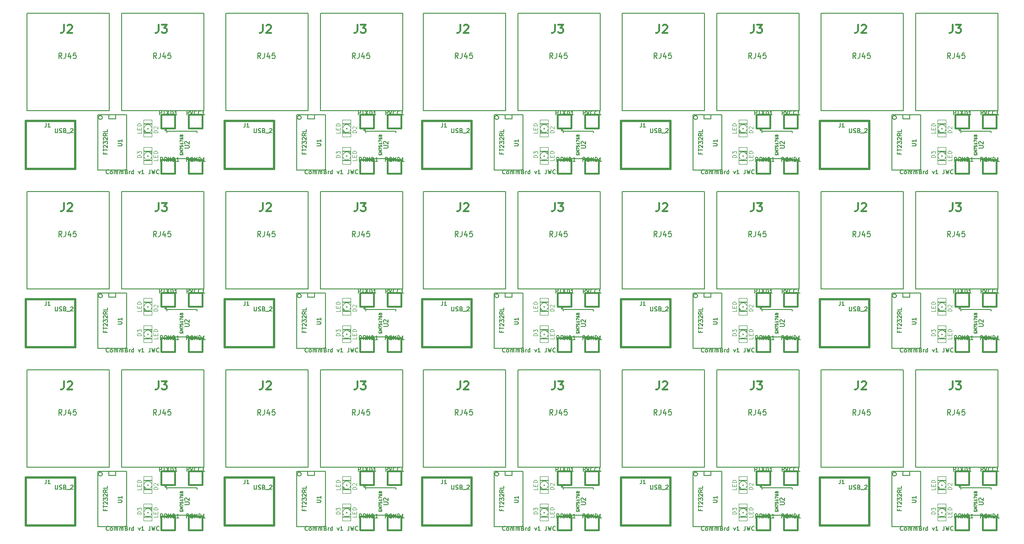
<source format=gto>
G04 (created by PCBNEW-RS274X (2011-07-08)-stable) date Thu 21 Jul 2011 06:08:38 PM EDT*
G01*
G70*
G90*
%MOIN*%
G04 Gerber Fmt 3.4, Leading zero omitted, Abs format*
%FSLAX34Y34*%
G04 APERTURE LIST*
%ADD10C,0.006000*%
%ADD11C,0.007500*%
%ADD12C,0.012500*%
%ADD13C,0.012000*%
%ADD14C,0.002600*%
%ADD15C,0.004000*%
%ADD16C,0.015000*%
%ADD17C,0.005000*%
%ADD18C,0.007000*%
%ADD19C,0.003500*%
%ADD20C,0.008000*%
G04 APERTURE END LIST*
G54D10*
G54D11*
X73157Y-50293D02*
X73143Y-50307D01*
X73100Y-50321D01*
X73071Y-50321D01*
X73028Y-50307D01*
X73000Y-50279D01*
X72985Y-50250D01*
X72971Y-50193D01*
X72971Y-50150D01*
X72985Y-50093D01*
X73000Y-50064D01*
X73028Y-50036D01*
X73071Y-50021D01*
X73100Y-50021D01*
X73143Y-50036D01*
X73157Y-50050D01*
X73328Y-50321D02*
X73300Y-50307D01*
X73285Y-50293D01*
X73271Y-50264D01*
X73271Y-50179D01*
X73285Y-50150D01*
X73300Y-50136D01*
X73328Y-50121D01*
X73371Y-50121D01*
X73400Y-50136D01*
X73414Y-50150D01*
X73428Y-50179D01*
X73428Y-50264D01*
X73414Y-50293D01*
X73400Y-50307D01*
X73371Y-50321D01*
X73328Y-50321D01*
X73556Y-50321D02*
X73556Y-50121D01*
X73556Y-50150D02*
X73571Y-50136D01*
X73599Y-50121D01*
X73642Y-50121D01*
X73671Y-50136D01*
X73685Y-50164D01*
X73685Y-50321D01*
X73685Y-50164D02*
X73699Y-50136D01*
X73728Y-50121D01*
X73771Y-50121D01*
X73799Y-50136D01*
X73814Y-50164D01*
X73814Y-50321D01*
X73956Y-50321D02*
X73956Y-50121D01*
X73956Y-50150D02*
X73971Y-50136D01*
X73999Y-50121D01*
X74042Y-50121D01*
X74071Y-50136D01*
X74085Y-50164D01*
X74085Y-50321D01*
X74085Y-50164D02*
X74099Y-50136D01*
X74128Y-50121D01*
X74171Y-50121D01*
X74199Y-50136D01*
X74214Y-50164D01*
X74214Y-50321D01*
X74456Y-50164D02*
X74499Y-50179D01*
X74514Y-50193D01*
X74528Y-50221D01*
X74528Y-50264D01*
X74514Y-50293D01*
X74499Y-50307D01*
X74471Y-50321D01*
X74356Y-50321D01*
X74356Y-50021D01*
X74456Y-50021D01*
X74485Y-50036D01*
X74499Y-50050D01*
X74514Y-50079D01*
X74514Y-50107D01*
X74499Y-50136D01*
X74485Y-50150D01*
X74456Y-50164D01*
X74356Y-50164D01*
X74656Y-50321D02*
X74656Y-50121D01*
X74656Y-50179D02*
X74671Y-50150D01*
X74685Y-50136D01*
X74714Y-50121D01*
X74742Y-50121D01*
X74971Y-50321D02*
X74971Y-50021D01*
X74971Y-50307D02*
X74942Y-50321D01*
X74885Y-50321D01*
X74857Y-50307D01*
X74842Y-50293D01*
X74828Y-50264D01*
X74828Y-50179D01*
X74842Y-50150D01*
X74857Y-50136D01*
X74885Y-50121D01*
X74942Y-50121D01*
X74971Y-50136D01*
X75314Y-50121D02*
X75385Y-50321D01*
X75457Y-50121D01*
X75729Y-50321D02*
X75557Y-50321D01*
X75643Y-50321D02*
X75643Y-50021D01*
X75614Y-50064D01*
X75586Y-50093D01*
X75557Y-50107D01*
X76172Y-50021D02*
X76172Y-50236D01*
X76158Y-50279D01*
X76129Y-50307D01*
X76086Y-50321D01*
X76058Y-50321D01*
X76287Y-50021D02*
X76358Y-50321D01*
X76415Y-50107D01*
X76473Y-50321D01*
X76544Y-50021D01*
X76830Y-50293D02*
X76816Y-50307D01*
X76773Y-50321D01*
X76744Y-50321D01*
X76701Y-50307D01*
X76673Y-50279D01*
X76658Y-50250D01*
X76644Y-50193D01*
X76644Y-50150D01*
X76658Y-50093D01*
X76673Y-50064D01*
X76701Y-50036D01*
X76744Y-50021D01*
X76773Y-50021D01*
X76816Y-50036D01*
X76830Y-50050D01*
X58657Y-50293D02*
X58643Y-50307D01*
X58600Y-50321D01*
X58571Y-50321D01*
X58528Y-50307D01*
X58500Y-50279D01*
X58485Y-50250D01*
X58471Y-50193D01*
X58471Y-50150D01*
X58485Y-50093D01*
X58500Y-50064D01*
X58528Y-50036D01*
X58571Y-50021D01*
X58600Y-50021D01*
X58643Y-50036D01*
X58657Y-50050D01*
X58828Y-50321D02*
X58800Y-50307D01*
X58785Y-50293D01*
X58771Y-50264D01*
X58771Y-50179D01*
X58785Y-50150D01*
X58800Y-50136D01*
X58828Y-50121D01*
X58871Y-50121D01*
X58900Y-50136D01*
X58914Y-50150D01*
X58928Y-50179D01*
X58928Y-50264D01*
X58914Y-50293D01*
X58900Y-50307D01*
X58871Y-50321D01*
X58828Y-50321D01*
X59056Y-50321D02*
X59056Y-50121D01*
X59056Y-50150D02*
X59071Y-50136D01*
X59099Y-50121D01*
X59142Y-50121D01*
X59171Y-50136D01*
X59185Y-50164D01*
X59185Y-50321D01*
X59185Y-50164D02*
X59199Y-50136D01*
X59228Y-50121D01*
X59271Y-50121D01*
X59299Y-50136D01*
X59314Y-50164D01*
X59314Y-50321D01*
X59456Y-50321D02*
X59456Y-50121D01*
X59456Y-50150D02*
X59471Y-50136D01*
X59499Y-50121D01*
X59542Y-50121D01*
X59571Y-50136D01*
X59585Y-50164D01*
X59585Y-50321D01*
X59585Y-50164D02*
X59599Y-50136D01*
X59628Y-50121D01*
X59671Y-50121D01*
X59699Y-50136D01*
X59714Y-50164D01*
X59714Y-50321D01*
X59956Y-50164D02*
X59999Y-50179D01*
X60014Y-50193D01*
X60028Y-50221D01*
X60028Y-50264D01*
X60014Y-50293D01*
X59999Y-50307D01*
X59971Y-50321D01*
X59856Y-50321D01*
X59856Y-50021D01*
X59956Y-50021D01*
X59985Y-50036D01*
X59999Y-50050D01*
X60014Y-50079D01*
X60014Y-50107D01*
X59999Y-50136D01*
X59985Y-50150D01*
X59956Y-50164D01*
X59856Y-50164D01*
X60156Y-50321D02*
X60156Y-50121D01*
X60156Y-50179D02*
X60171Y-50150D01*
X60185Y-50136D01*
X60214Y-50121D01*
X60242Y-50121D01*
X60471Y-50321D02*
X60471Y-50021D01*
X60471Y-50307D02*
X60442Y-50321D01*
X60385Y-50321D01*
X60357Y-50307D01*
X60342Y-50293D01*
X60328Y-50264D01*
X60328Y-50179D01*
X60342Y-50150D01*
X60357Y-50136D01*
X60385Y-50121D01*
X60442Y-50121D01*
X60471Y-50136D01*
X60814Y-50121D02*
X60885Y-50321D01*
X60957Y-50121D01*
X61229Y-50321D02*
X61057Y-50321D01*
X61143Y-50321D02*
X61143Y-50021D01*
X61114Y-50064D01*
X61086Y-50093D01*
X61057Y-50107D01*
X61672Y-50021D02*
X61672Y-50236D01*
X61658Y-50279D01*
X61629Y-50307D01*
X61586Y-50321D01*
X61558Y-50321D01*
X61787Y-50021D02*
X61858Y-50321D01*
X61915Y-50107D01*
X61973Y-50321D01*
X62044Y-50021D01*
X62330Y-50293D02*
X62316Y-50307D01*
X62273Y-50321D01*
X62244Y-50321D01*
X62201Y-50307D01*
X62173Y-50279D01*
X62158Y-50250D01*
X62144Y-50193D01*
X62144Y-50150D01*
X62158Y-50093D01*
X62173Y-50064D01*
X62201Y-50036D01*
X62244Y-50021D01*
X62273Y-50021D01*
X62316Y-50036D01*
X62330Y-50050D01*
X44257Y-50293D02*
X44243Y-50307D01*
X44200Y-50321D01*
X44171Y-50321D01*
X44128Y-50307D01*
X44100Y-50279D01*
X44085Y-50250D01*
X44071Y-50193D01*
X44071Y-50150D01*
X44085Y-50093D01*
X44100Y-50064D01*
X44128Y-50036D01*
X44171Y-50021D01*
X44200Y-50021D01*
X44243Y-50036D01*
X44257Y-50050D01*
X44428Y-50321D02*
X44400Y-50307D01*
X44385Y-50293D01*
X44371Y-50264D01*
X44371Y-50179D01*
X44385Y-50150D01*
X44400Y-50136D01*
X44428Y-50121D01*
X44471Y-50121D01*
X44500Y-50136D01*
X44514Y-50150D01*
X44528Y-50179D01*
X44528Y-50264D01*
X44514Y-50293D01*
X44500Y-50307D01*
X44471Y-50321D01*
X44428Y-50321D01*
X44656Y-50321D02*
X44656Y-50121D01*
X44656Y-50150D02*
X44671Y-50136D01*
X44699Y-50121D01*
X44742Y-50121D01*
X44771Y-50136D01*
X44785Y-50164D01*
X44785Y-50321D01*
X44785Y-50164D02*
X44799Y-50136D01*
X44828Y-50121D01*
X44871Y-50121D01*
X44899Y-50136D01*
X44914Y-50164D01*
X44914Y-50321D01*
X45056Y-50321D02*
X45056Y-50121D01*
X45056Y-50150D02*
X45071Y-50136D01*
X45099Y-50121D01*
X45142Y-50121D01*
X45171Y-50136D01*
X45185Y-50164D01*
X45185Y-50321D01*
X45185Y-50164D02*
X45199Y-50136D01*
X45228Y-50121D01*
X45271Y-50121D01*
X45299Y-50136D01*
X45314Y-50164D01*
X45314Y-50321D01*
X45556Y-50164D02*
X45599Y-50179D01*
X45614Y-50193D01*
X45628Y-50221D01*
X45628Y-50264D01*
X45614Y-50293D01*
X45599Y-50307D01*
X45571Y-50321D01*
X45456Y-50321D01*
X45456Y-50021D01*
X45556Y-50021D01*
X45585Y-50036D01*
X45599Y-50050D01*
X45614Y-50079D01*
X45614Y-50107D01*
X45599Y-50136D01*
X45585Y-50150D01*
X45556Y-50164D01*
X45456Y-50164D01*
X45756Y-50321D02*
X45756Y-50121D01*
X45756Y-50179D02*
X45771Y-50150D01*
X45785Y-50136D01*
X45814Y-50121D01*
X45842Y-50121D01*
X46071Y-50321D02*
X46071Y-50021D01*
X46071Y-50307D02*
X46042Y-50321D01*
X45985Y-50321D01*
X45957Y-50307D01*
X45942Y-50293D01*
X45928Y-50264D01*
X45928Y-50179D01*
X45942Y-50150D01*
X45957Y-50136D01*
X45985Y-50121D01*
X46042Y-50121D01*
X46071Y-50136D01*
X46414Y-50121D02*
X46485Y-50321D01*
X46557Y-50121D01*
X46829Y-50321D02*
X46657Y-50321D01*
X46743Y-50321D02*
X46743Y-50021D01*
X46714Y-50064D01*
X46686Y-50093D01*
X46657Y-50107D01*
X47272Y-50021D02*
X47272Y-50236D01*
X47258Y-50279D01*
X47229Y-50307D01*
X47186Y-50321D01*
X47158Y-50321D01*
X47387Y-50021D02*
X47458Y-50321D01*
X47515Y-50107D01*
X47573Y-50321D01*
X47644Y-50021D01*
X47930Y-50293D02*
X47916Y-50307D01*
X47873Y-50321D01*
X47844Y-50321D01*
X47801Y-50307D01*
X47773Y-50279D01*
X47758Y-50250D01*
X47744Y-50193D01*
X47744Y-50150D01*
X47758Y-50093D01*
X47773Y-50064D01*
X47801Y-50036D01*
X47844Y-50021D01*
X47873Y-50021D01*
X47916Y-50036D01*
X47930Y-50050D01*
X29757Y-50293D02*
X29743Y-50307D01*
X29700Y-50321D01*
X29671Y-50321D01*
X29628Y-50307D01*
X29600Y-50279D01*
X29585Y-50250D01*
X29571Y-50193D01*
X29571Y-50150D01*
X29585Y-50093D01*
X29600Y-50064D01*
X29628Y-50036D01*
X29671Y-50021D01*
X29700Y-50021D01*
X29743Y-50036D01*
X29757Y-50050D01*
X29928Y-50321D02*
X29900Y-50307D01*
X29885Y-50293D01*
X29871Y-50264D01*
X29871Y-50179D01*
X29885Y-50150D01*
X29900Y-50136D01*
X29928Y-50121D01*
X29971Y-50121D01*
X30000Y-50136D01*
X30014Y-50150D01*
X30028Y-50179D01*
X30028Y-50264D01*
X30014Y-50293D01*
X30000Y-50307D01*
X29971Y-50321D01*
X29928Y-50321D01*
X30156Y-50321D02*
X30156Y-50121D01*
X30156Y-50150D02*
X30171Y-50136D01*
X30199Y-50121D01*
X30242Y-50121D01*
X30271Y-50136D01*
X30285Y-50164D01*
X30285Y-50321D01*
X30285Y-50164D02*
X30299Y-50136D01*
X30328Y-50121D01*
X30371Y-50121D01*
X30399Y-50136D01*
X30414Y-50164D01*
X30414Y-50321D01*
X30556Y-50321D02*
X30556Y-50121D01*
X30556Y-50150D02*
X30571Y-50136D01*
X30599Y-50121D01*
X30642Y-50121D01*
X30671Y-50136D01*
X30685Y-50164D01*
X30685Y-50321D01*
X30685Y-50164D02*
X30699Y-50136D01*
X30728Y-50121D01*
X30771Y-50121D01*
X30799Y-50136D01*
X30814Y-50164D01*
X30814Y-50321D01*
X31056Y-50164D02*
X31099Y-50179D01*
X31114Y-50193D01*
X31128Y-50221D01*
X31128Y-50264D01*
X31114Y-50293D01*
X31099Y-50307D01*
X31071Y-50321D01*
X30956Y-50321D01*
X30956Y-50021D01*
X31056Y-50021D01*
X31085Y-50036D01*
X31099Y-50050D01*
X31114Y-50079D01*
X31114Y-50107D01*
X31099Y-50136D01*
X31085Y-50150D01*
X31056Y-50164D01*
X30956Y-50164D01*
X31256Y-50321D02*
X31256Y-50121D01*
X31256Y-50179D02*
X31271Y-50150D01*
X31285Y-50136D01*
X31314Y-50121D01*
X31342Y-50121D01*
X31571Y-50321D02*
X31571Y-50021D01*
X31571Y-50307D02*
X31542Y-50321D01*
X31485Y-50321D01*
X31457Y-50307D01*
X31442Y-50293D01*
X31428Y-50264D01*
X31428Y-50179D01*
X31442Y-50150D01*
X31457Y-50136D01*
X31485Y-50121D01*
X31542Y-50121D01*
X31571Y-50136D01*
X31914Y-50121D02*
X31985Y-50321D01*
X32057Y-50121D01*
X32329Y-50321D02*
X32157Y-50321D01*
X32243Y-50321D02*
X32243Y-50021D01*
X32214Y-50064D01*
X32186Y-50093D01*
X32157Y-50107D01*
X32772Y-50021D02*
X32772Y-50236D01*
X32758Y-50279D01*
X32729Y-50307D01*
X32686Y-50321D01*
X32658Y-50321D01*
X32887Y-50021D02*
X32958Y-50321D01*
X33015Y-50107D01*
X33073Y-50321D01*
X33144Y-50021D01*
X33430Y-50293D02*
X33416Y-50307D01*
X33373Y-50321D01*
X33344Y-50321D01*
X33301Y-50307D01*
X33273Y-50279D01*
X33258Y-50250D01*
X33244Y-50193D01*
X33244Y-50150D01*
X33258Y-50093D01*
X33273Y-50064D01*
X33301Y-50036D01*
X33344Y-50021D01*
X33373Y-50021D01*
X33416Y-50036D01*
X33430Y-50050D01*
X87657Y-50293D02*
X87643Y-50307D01*
X87600Y-50321D01*
X87571Y-50321D01*
X87528Y-50307D01*
X87500Y-50279D01*
X87485Y-50250D01*
X87471Y-50193D01*
X87471Y-50150D01*
X87485Y-50093D01*
X87500Y-50064D01*
X87528Y-50036D01*
X87571Y-50021D01*
X87600Y-50021D01*
X87643Y-50036D01*
X87657Y-50050D01*
X87828Y-50321D02*
X87800Y-50307D01*
X87785Y-50293D01*
X87771Y-50264D01*
X87771Y-50179D01*
X87785Y-50150D01*
X87800Y-50136D01*
X87828Y-50121D01*
X87871Y-50121D01*
X87900Y-50136D01*
X87914Y-50150D01*
X87928Y-50179D01*
X87928Y-50264D01*
X87914Y-50293D01*
X87900Y-50307D01*
X87871Y-50321D01*
X87828Y-50321D01*
X88056Y-50321D02*
X88056Y-50121D01*
X88056Y-50150D02*
X88071Y-50136D01*
X88099Y-50121D01*
X88142Y-50121D01*
X88171Y-50136D01*
X88185Y-50164D01*
X88185Y-50321D01*
X88185Y-50164D02*
X88199Y-50136D01*
X88228Y-50121D01*
X88271Y-50121D01*
X88299Y-50136D01*
X88314Y-50164D01*
X88314Y-50321D01*
X88456Y-50321D02*
X88456Y-50121D01*
X88456Y-50150D02*
X88471Y-50136D01*
X88499Y-50121D01*
X88542Y-50121D01*
X88571Y-50136D01*
X88585Y-50164D01*
X88585Y-50321D01*
X88585Y-50164D02*
X88599Y-50136D01*
X88628Y-50121D01*
X88671Y-50121D01*
X88699Y-50136D01*
X88714Y-50164D01*
X88714Y-50321D01*
X88956Y-50164D02*
X88999Y-50179D01*
X89014Y-50193D01*
X89028Y-50221D01*
X89028Y-50264D01*
X89014Y-50293D01*
X88999Y-50307D01*
X88971Y-50321D01*
X88856Y-50321D01*
X88856Y-50021D01*
X88956Y-50021D01*
X88985Y-50036D01*
X88999Y-50050D01*
X89014Y-50079D01*
X89014Y-50107D01*
X88999Y-50136D01*
X88985Y-50150D01*
X88956Y-50164D01*
X88856Y-50164D01*
X89156Y-50321D02*
X89156Y-50121D01*
X89156Y-50179D02*
X89171Y-50150D01*
X89185Y-50136D01*
X89214Y-50121D01*
X89242Y-50121D01*
X89471Y-50321D02*
X89471Y-50021D01*
X89471Y-50307D02*
X89442Y-50321D01*
X89385Y-50321D01*
X89357Y-50307D01*
X89342Y-50293D01*
X89328Y-50264D01*
X89328Y-50179D01*
X89342Y-50150D01*
X89357Y-50136D01*
X89385Y-50121D01*
X89442Y-50121D01*
X89471Y-50136D01*
X89814Y-50121D02*
X89885Y-50321D01*
X89957Y-50121D01*
X90229Y-50321D02*
X90057Y-50321D01*
X90143Y-50321D02*
X90143Y-50021D01*
X90114Y-50064D01*
X90086Y-50093D01*
X90057Y-50107D01*
X90672Y-50021D02*
X90672Y-50236D01*
X90658Y-50279D01*
X90629Y-50307D01*
X90586Y-50321D01*
X90558Y-50321D01*
X90787Y-50021D02*
X90858Y-50321D01*
X90915Y-50107D01*
X90973Y-50321D01*
X91044Y-50021D01*
X91330Y-50293D02*
X91316Y-50307D01*
X91273Y-50321D01*
X91244Y-50321D01*
X91201Y-50307D01*
X91173Y-50279D01*
X91158Y-50250D01*
X91144Y-50193D01*
X91144Y-50150D01*
X91158Y-50093D01*
X91173Y-50064D01*
X91201Y-50036D01*
X91244Y-50021D01*
X91273Y-50021D01*
X91316Y-50036D01*
X91330Y-50050D01*
X87657Y-37293D02*
X87643Y-37307D01*
X87600Y-37321D01*
X87571Y-37321D01*
X87528Y-37307D01*
X87500Y-37279D01*
X87485Y-37250D01*
X87471Y-37193D01*
X87471Y-37150D01*
X87485Y-37093D01*
X87500Y-37064D01*
X87528Y-37036D01*
X87571Y-37021D01*
X87600Y-37021D01*
X87643Y-37036D01*
X87657Y-37050D01*
X87828Y-37321D02*
X87800Y-37307D01*
X87785Y-37293D01*
X87771Y-37264D01*
X87771Y-37179D01*
X87785Y-37150D01*
X87800Y-37136D01*
X87828Y-37121D01*
X87871Y-37121D01*
X87900Y-37136D01*
X87914Y-37150D01*
X87928Y-37179D01*
X87928Y-37264D01*
X87914Y-37293D01*
X87900Y-37307D01*
X87871Y-37321D01*
X87828Y-37321D01*
X88056Y-37321D02*
X88056Y-37121D01*
X88056Y-37150D02*
X88071Y-37136D01*
X88099Y-37121D01*
X88142Y-37121D01*
X88171Y-37136D01*
X88185Y-37164D01*
X88185Y-37321D01*
X88185Y-37164D02*
X88199Y-37136D01*
X88228Y-37121D01*
X88271Y-37121D01*
X88299Y-37136D01*
X88314Y-37164D01*
X88314Y-37321D01*
X88456Y-37321D02*
X88456Y-37121D01*
X88456Y-37150D02*
X88471Y-37136D01*
X88499Y-37121D01*
X88542Y-37121D01*
X88571Y-37136D01*
X88585Y-37164D01*
X88585Y-37321D01*
X88585Y-37164D02*
X88599Y-37136D01*
X88628Y-37121D01*
X88671Y-37121D01*
X88699Y-37136D01*
X88714Y-37164D01*
X88714Y-37321D01*
X88956Y-37164D02*
X88999Y-37179D01*
X89014Y-37193D01*
X89028Y-37221D01*
X89028Y-37264D01*
X89014Y-37293D01*
X88999Y-37307D01*
X88971Y-37321D01*
X88856Y-37321D01*
X88856Y-37021D01*
X88956Y-37021D01*
X88985Y-37036D01*
X88999Y-37050D01*
X89014Y-37079D01*
X89014Y-37107D01*
X88999Y-37136D01*
X88985Y-37150D01*
X88956Y-37164D01*
X88856Y-37164D01*
X89156Y-37321D02*
X89156Y-37121D01*
X89156Y-37179D02*
X89171Y-37150D01*
X89185Y-37136D01*
X89214Y-37121D01*
X89242Y-37121D01*
X89471Y-37321D02*
X89471Y-37021D01*
X89471Y-37307D02*
X89442Y-37321D01*
X89385Y-37321D01*
X89357Y-37307D01*
X89342Y-37293D01*
X89328Y-37264D01*
X89328Y-37179D01*
X89342Y-37150D01*
X89357Y-37136D01*
X89385Y-37121D01*
X89442Y-37121D01*
X89471Y-37136D01*
X89814Y-37121D02*
X89885Y-37321D01*
X89957Y-37121D01*
X90229Y-37321D02*
X90057Y-37321D01*
X90143Y-37321D02*
X90143Y-37021D01*
X90114Y-37064D01*
X90086Y-37093D01*
X90057Y-37107D01*
X90672Y-37021D02*
X90672Y-37236D01*
X90658Y-37279D01*
X90629Y-37307D01*
X90586Y-37321D01*
X90558Y-37321D01*
X90787Y-37021D02*
X90858Y-37321D01*
X90915Y-37107D01*
X90973Y-37321D01*
X91044Y-37021D01*
X91330Y-37293D02*
X91316Y-37307D01*
X91273Y-37321D01*
X91244Y-37321D01*
X91201Y-37307D01*
X91173Y-37279D01*
X91158Y-37250D01*
X91144Y-37193D01*
X91144Y-37150D01*
X91158Y-37093D01*
X91173Y-37064D01*
X91201Y-37036D01*
X91244Y-37021D01*
X91273Y-37021D01*
X91316Y-37036D01*
X91330Y-37050D01*
X29757Y-37293D02*
X29743Y-37307D01*
X29700Y-37321D01*
X29671Y-37321D01*
X29628Y-37307D01*
X29600Y-37279D01*
X29585Y-37250D01*
X29571Y-37193D01*
X29571Y-37150D01*
X29585Y-37093D01*
X29600Y-37064D01*
X29628Y-37036D01*
X29671Y-37021D01*
X29700Y-37021D01*
X29743Y-37036D01*
X29757Y-37050D01*
X29928Y-37321D02*
X29900Y-37307D01*
X29885Y-37293D01*
X29871Y-37264D01*
X29871Y-37179D01*
X29885Y-37150D01*
X29900Y-37136D01*
X29928Y-37121D01*
X29971Y-37121D01*
X30000Y-37136D01*
X30014Y-37150D01*
X30028Y-37179D01*
X30028Y-37264D01*
X30014Y-37293D01*
X30000Y-37307D01*
X29971Y-37321D01*
X29928Y-37321D01*
X30156Y-37321D02*
X30156Y-37121D01*
X30156Y-37150D02*
X30171Y-37136D01*
X30199Y-37121D01*
X30242Y-37121D01*
X30271Y-37136D01*
X30285Y-37164D01*
X30285Y-37321D01*
X30285Y-37164D02*
X30299Y-37136D01*
X30328Y-37121D01*
X30371Y-37121D01*
X30399Y-37136D01*
X30414Y-37164D01*
X30414Y-37321D01*
X30556Y-37321D02*
X30556Y-37121D01*
X30556Y-37150D02*
X30571Y-37136D01*
X30599Y-37121D01*
X30642Y-37121D01*
X30671Y-37136D01*
X30685Y-37164D01*
X30685Y-37321D01*
X30685Y-37164D02*
X30699Y-37136D01*
X30728Y-37121D01*
X30771Y-37121D01*
X30799Y-37136D01*
X30814Y-37164D01*
X30814Y-37321D01*
X31056Y-37164D02*
X31099Y-37179D01*
X31114Y-37193D01*
X31128Y-37221D01*
X31128Y-37264D01*
X31114Y-37293D01*
X31099Y-37307D01*
X31071Y-37321D01*
X30956Y-37321D01*
X30956Y-37021D01*
X31056Y-37021D01*
X31085Y-37036D01*
X31099Y-37050D01*
X31114Y-37079D01*
X31114Y-37107D01*
X31099Y-37136D01*
X31085Y-37150D01*
X31056Y-37164D01*
X30956Y-37164D01*
X31256Y-37321D02*
X31256Y-37121D01*
X31256Y-37179D02*
X31271Y-37150D01*
X31285Y-37136D01*
X31314Y-37121D01*
X31342Y-37121D01*
X31571Y-37321D02*
X31571Y-37021D01*
X31571Y-37307D02*
X31542Y-37321D01*
X31485Y-37321D01*
X31457Y-37307D01*
X31442Y-37293D01*
X31428Y-37264D01*
X31428Y-37179D01*
X31442Y-37150D01*
X31457Y-37136D01*
X31485Y-37121D01*
X31542Y-37121D01*
X31571Y-37136D01*
X31914Y-37121D02*
X31985Y-37321D01*
X32057Y-37121D01*
X32329Y-37321D02*
X32157Y-37321D01*
X32243Y-37321D02*
X32243Y-37021D01*
X32214Y-37064D01*
X32186Y-37093D01*
X32157Y-37107D01*
X32772Y-37021D02*
X32772Y-37236D01*
X32758Y-37279D01*
X32729Y-37307D01*
X32686Y-37321D01*
X32658Y-37321D01*
X32887Y-37021D02*
X32958Y-37321D01*
X33015Y-37107D01*
X33073Y-37321D01*
X33144Y-37021D01*
X33430Y-37293D02*
X33416Y-37307D01*
X33373Y-37321D01*
X33344Y-37321D01*
X33301Y-37307D01*
X33273Y-37279D01*
X33258Y-37250D01*
X33244Y-37193D01*
X33244Y-37150D01*
X33258Y-37093D01*
X33273Y-37064D01*
X33301Y-37036D01*
X33344Y-37021D01*
X33373Y-37021D01*
X33416Y-37036D01*
X33430Y-37050D01*
X44257Y-37293D02*
X44243Y-37307D01*
X44200Y-37321D01*
X44171Y-37321D01*
X44128Y-37307D01*
X44100Y-37279D01*
X44085Y-37250D01*
X44071Y-37193D01*
X44071Y-37150D01*
X44085Y-37093D01*
X44100Y-37064D01*
X44128Y-37036D01*
X44171Y-37021D01*
X44200Y-37021D01*
X44243Y-37036D01*
X44257Y-37050D01*
X44428Y-37321D02*
X44400Y-37307D01*
X44385Y-37293D01*
X44371Y-37264D01*
X44371Y-37179D01*
X44385Y-37150D01*
X44400Y-37136D01*
X44428Y-37121D01*
X44471Y-37121D01*
X44500Y-37136D01*
X44514Y-37150D01*
X44528Y-37179D01*
X44528Y-37264D01*
X44514Y-37293D01*
X44500Y-37307D01*
X44471Y-37321D01*
X44428Y-37321D01*
X44656Y-37321D02*
X44656Y-37121D01*
X44656Y-37150D02*
X44671Y-37136D01*
X44699Y-37121D01*
X44742Y-37121D01*
X44771Y-37136D01*
X44785Y-37164D01*
X44785Y-37321D01*
X44785Y-37164D02*
X44799Y-37136D01*
X44828Y-37121D01*
X44871Y-37121D01*
X44899Y-37136D01*
X44914Y-37164D01*
X44914Y-37321D01*
X45056Y-37321D02*
X45056Y-37121D01*
X45056Y-37150D02*
X45071Y-37136D01*
X45099Y-37121D01*
X45142Y-37121D01*
X45171Y-37136D01*
X45185Y-37164D01*
X45185Y-37321D01*
X45185Y-37164D02*
X45199Y-37136D01*
X45228Y-37121D01*
X45271Y-37121D01*
X45299Y-37136D01*
X45314Y-37164D01*
X45314Y-37321D01*
X45556Y-37164D02*
X45599Y-37179D01*
X45614Y-37193D01*
X45628Y-37221D01*
X45628Y-37264D01*
X45614Y-37293D01*
X45599Y-37307D01*
X45571Y-37321D01*
X45456Y-37321D01*
X45456Y-37021D01*
X45556Y-37021D01*
X45585Y-37036D01*
X45599Y-37050D01*
X45614Y-37079D01*
X45614Y-37107D01*
X45599Y-37136D01*
X45585Y-37150D01*
X45556Y-37164D01*
X45456Y-37164D01*
X45756Y-37321D02*
X45756Y-37121D01*
X45756Y-37179D02*
X45771Y-37150D01*
X45785Y-37136D01*
X45814Y-37121D01*
X45842Y-37121D01*
X46071Y-37321D02*
X46071Y-37021D01*
X46071Y-37307D02*
X46042Y-37321D01*
X45985Y-37321D01*
X45957Y-37307D01*
X45942Y-37293D01*
X45928Y-37264D01*
X45928Y-37179D01*
X45942Y-37150D01*
X45957Y-37136D01*
X45985Y-37121D01*
X46042Y-37121D01*
X46071Y-37136D01*
X46414Y-37121D02*
X46485Y-37321D01*
X46557Y-37121D01*
X46829Y-37321D02*
X46657Y-37321D01*
X46743Y-37321D02*
X46743Y-37021D01*
X46714Y-37064D01*
X46686Y-37093D01*
X46657Y-37107D01*
X47272Y-37021D02*
X47272Y-37236D01*
X47258Y-37279D01*
X47229Y-37307D01*
X47186Y-37321D01*
X47158Y-37321D01*
X47387Y-37021D02*
X47458Y-37321D01*
X47515Y-37107D01*
X47573Y-37321D01*
X47644Y-37021D01*
X47930Y-37293D02*
X47916Y-37307D01*
X47873Y-37321D01*
X47844Y-37321D01*
X47801Y-37307D01*
X47773Y-37279D01*
X47758Y-37250D01*
X47744Y-37193D01*
X47744Y-37150D01*
X47758Y-37093D01*
X47773Y-37064D01*
X47801Y-37036D01*
X47844Y-37021D01*
X47873Y-37021D01*
X47916Y-37036D01*
X47930Y-37050D01*
X58657Y-37293D02*
X58643Y-37307D01*
X58600Y-37321D01*
X58571Y-37321D01*
X58528Y-37307D01*
X58500Y-37279D01*
X58485Y-37250D01*
X58471Y-37193D01*
X58471Y-37150D01*
X58485Y-37093D01*
X58500Y-37064D01*
X58528Y-37036D01*
X58571Y-37021D01*
X58600Y-37021D01*
X58643Y-37036D01*
X58657Y-37050D01*
X58828Y-37321D02*
X58800Y-37307D01*
X58785Y-37293D01*
X58771Y-37264D01*
X58771Y-37179D01*
X58785Y-37150D01*
X58800Y-37136D01*
X58828Y-37121D01*
X58871Y-37121D01*
X58900Y-37136D01*
X58914Y-37150D01*
X58928Y-37179D01*
X58928Y-37264D01*
X58914Y-37293D01*
X58900Y-37307D01*
X58871Y-37321D01*
X58828Y-37321D01*
X59056Y-37321D02*
X59056Y-37121D01*
X59056Y-37150D02*
X59071Y-37136D01*
X59099Y-37121D01*
X59142Y-37121D01*
X59171Y-37136D01*
X59185Y-37164D01*
X59185Y-37321D01*
X59185Y-37164D02*
X59199Y-37136D01*
X59228Y-37121D01*
X59271Y-37121D01*
X59299Y-37136D01*
X59314Y-37164D01*
X59314Y-37321D01*
X59456Y-37321D02*
X59456Y-37121D01*
X59456Y-37150D02*
X59471Y-37136D01*
X59499Y-37121D01*
X59542Y-37121D01*
X59571Y-37136D01*
X59585Y-37164D01*
X59585Y-37321D01*
X59585Y-37164D02*
X59599Y-37136D01*
X59628Y-37121D01*
X59671Y-37121D01*
X59699Y-37136D01*
X59714Y-37164D01*
X59714Y-37321D01*
X59956Y-37164D02*
X59999Y-37179D01*
X60014Y-37193D01*
X60028Y-37221D01*
X60028Y-37264D01*
X60014Y-37293D01*
X59999Y-37307D01*
X59971Y-37321D01*
X59856Y-37321D01*
X59856Y-37021D01*
X59956Y-37021D01*
X59985Y-37036D01*
X59999Y-37050D01*
X60014Y-37079D01*
X60014Y-37107D01*
X59999Y-37136D01*
X59985Y-37150D01*
X59956Y-37164D01*
X59856Y-37164D01*
X60156Y-37321D02*
X60156Y-37121D01*
X60156Y-37179D02*
X60171Y-37150D01*
X60185Y-37136D01*
X60214Y-37121D01*
X60242Y-37121D01*
X60471Y-37321D02*
X60471Y-37021D01*
X60471Y-37307D02*
X60442Y-37321D01*
X60385Y-37321D01*
X60357Y-37307D01*
X60342Y-37293D01*
X60328Y-37264D01*
X60328Y-37179D01*
X60342Y-37150D01*
X60357Y-37136D01*
X60385Y-37121D01*
X60442Y-37121D01*
X60471Y-37136D01*
X60814Y-37121D02*
X60885Y-37321D01*
X60957Y-37121D01*
X61229Y-37321D02*
X61057Y-37321D01*
X61143Y-37321D02*
X61143Y-37021D01*
X61114Y-37064D01*
X61086Y-37093D01*
X61057Y-37107D01*
X61672Y-37021D02*
X61672Y-37236D01*
X61658Y-37279D01*
X61629Y-37307D01*
X61586Y-37321D01*
X61558Y-37321D01*
X61787Y-37021D02*
X61858Y-37321D01*
X61915Y-37107D01*
X61973Y-37321D01*
X62044Y-37021D01*
X62330Y-37293D02*
X62316Y-37307D01*
X62273Y-37321D01*
X62244Y-37321D01*
X62201Y-37307D01*
X62173Y-37279D01*
X62158Y-37250D01*
X62144Y-37193D01*
X62144Y-37150D01*
X62158Y-37093D01*
X62173Y-37064D01*
X62201Y-37036D01*
X62244Y-37021D01*
X62273Y-37021D01*
X62316Y-37036D01*
X62330Y-37050D01*
X73157Y-37293D02*
X73143Y-37307D01*
X73100Y-37321D01*
X73071Y-37321D01*
X73028Y-37307D01*
X73000Y-37279D01*
X72985Y-37250D01*
X72971Y-37193D01*
X72971Y-37150D01*
X72985Y-37093D01*
X73000Y-37064D01*
X73028Y-37036D01*
X73071Y-37021D01*
X73100Y-37021D01*
X73143Y-37036D01*
X73157Y-37050D01*
X73328Y-37321D02*
X73300Y-37307D01*
X73285Y-37293D01*
X73271Y-37264D01*
X73271Y-37179D01*
X73285Y-37150D01*
X73300Y-37136D01*
X73328Y-37121D01*
X73371Y-37121D01*
X73400Y-37136D01*
X73414Y-37150D01*
X73428Y-37179D01*
X73428Y-37264D01*
X73414Y-37293D01*
X73400Y-37307D01*
X73371Y-37321D01*
X73328Y-37321D01*
X73556Y-37321D02*
X73556Y-37121D01*
X73556Y-37150D02*
X73571Y-37136D01*
X73599Y-37121D01*
X73642Y-37121D01*
X73671Y-37136D01*
X73685Y-37164D01*
X73685Y-37321D01*
X73685Y-37164D02*
X73699Y-37136D01*
X73728Y-37121D01*
X73771Y-37121D01*
X73799Y-37136D01*
X73814Y-37164D01*
X73814Y-37321D01*
X73956Y-37321D02*
X73956Y-37121D01*
X73956Y-37150D02*
X73971Y-37136D01*
X73999Y-37121D01*
X74042Y-37121D01*
X74071Y-37136D01*
X74085Y-37164D01*
X74085Y-37321D01*
X74085Y-37164D02*
X74099Y-37136D01*
X74128Y-37121D01*
X74171Y-37121D01*
X74199Y-37136D01*
X74214Y-37164D01*
X74214Y-37321D01*
X74456Y-37164D02*
X74499Y-37179D01*
X74514Y-37193D01*
X74528Y-37221D01*
X74528Y-37264D01*
X74514Y-37293D01*
X74499Y-37307D01*
X74471Y-37321D01*
X74356Y-37321D01*
X74356Y-37021D01*
X74456Y-37021D01*
X74485Y-37036D01*
X74499Y-37050D01*
X74514Y-37079D01*
X74514Y-37107D01*
X74499Y-37136D01*
X74485Y-37150D01*
X74456Y-37164D01*
X74356Y-37164D01*
X74656Y-37321D02*
X74656Y-37121D01*
X74656Y-37179D02*
X74671Y-37150D01*
X74685Y-37136D01*
X74714Y-37121D01*
X74742Y-37121D01*
X74971Y-37321D02*
X74971Y-37021D01*
X74971Y-37307D02*
X74942Y-37321D01*
X74885Y-37321D01*
X74857Y-37307D01*
X74842Y-37293D01*
X74828Y-37264D01*
X74828Y-37179D01*
X74842Y-37150D01*
X74857Y-37136D01*
X74885Y-37121D01*
X74942Y-37121D01*
X74971Y-37136D01*
X75314Y-37121D02*
X75385Y-37321D01*
X75457Y-37121D01*
X75729Y-37321D02*
X75557Y-37321D01*
X75643Y-37321D02*
X75643Y-37021D01*
X75614Y-37064D01*
X75586Y-37093D01*
X75557Y-37107D01*
X76172Y-37021D02*
X76172Y-37236D01*
X76158Y-37279D01*
X76129Y-37307D01*
X76086Y-37321D01*
X76058Y-37321D01*
X76287Y-37021D02*
X76358Y-37321D01*
X76415Y-37107D01*
X76473Y-37321D01*
X76544Y-37021D01*
X76830Y-37293D02*
X76816Y-37307D01*
X76773Y-37321D01*
X76744Y-37321D01*
X76701Y-37307D01*
X76673Y-37279D01*
X76658Y-37250D01*
X76644Y-37193D01*
X76644Y-37150D01*
X76658Y-37093D01*
X76673Y-37064D01*
X76701Y-37036D01*
X76744Y-37021D01*
X76773Y-37021D01*
X76816Y-37036D01*
X76830Y-37050D01*
X73157Y-24293D02*
X73143Y-24307D01*
X73100Y-24321D01*
X73071Y-24321D01*
X73028Y-24307D01*
X73000Y-24279D01*
X72985Y-24250D01*
X72971Y-24193D01*
X72971Y-24150D01*
X72985Y-24093D01*
X73000Y-24064D01*
X73028Y-24036D01*
X73071Y-24021D01*
X73100Y-24021D01*
X73143Y-24036D01*
X73157Y-24050D01*
X73328Y-24321D02*
X73300Y-24307D01*
X73285Y-24293D01*
X73271Y-24264D01*
X73271Y-24179D01*
X73285Y-24150D01*
X73300Y-24136D01*
X73328Y-24121D01*
X73371Y-24121D01*
X73400Y-24136D01*
X73414Y-24150D01*
X73428Y-24179D01*
X73428Y-24264D01*
X73414Y-24293D01*
X73400Y-24307D01*
X73371Y-24321D01*
X73328Y-24321D01*
X73556Y-24321D02*
X73556Y-24121D01*
X73556Y-24150D02*
X73571Y-24136D01*
X73599Y-24121D01*
X73642Y-24121D01*
X73671Y-24136D01*
X73685Y-24164D01*
X73685Y-24321D01*
X73685Y-24164D02*
X73699Y-24136D01*
X73728Y-24121D01*
X73771Y-24121D01*
X73799Y-24136D01*
X73814Y-24164D01*
X73814Y-24321D01*
X73956Y-24321D02*
X73956Y-24121D01*
X73956Y-24150D02*
X73971Y-24136D01*
X73999Y-24121D01*
X74042Y-24121D01*
X74071Y-24136D01*
X74085Y-24164D01*
X74085Y-24321D01*
X74085Y-24164D02*
X74099Y-24136D01*
X74128Y-24121D01*
X74171Y-24121D01*
X74199Y-24136D01*
X74214Y-24164D01*
X74214Y-24321D01*
X74456Y-24164D02*
X74499Y-24179D01*
X74514Y-24193D01*
X74528Y-24221D01*
X74528Y-24264D01*
X74514Y-24293D01*
X74499Y-24307D01*
X74471Y-24321D01*
X74356Y-24321D01*
X74356Y-24021D01*
X74456Y-24021D01*
X74485Y-24036D01*
X74499Y-24050D01*
X74514Y-24079D01*
X74514Y-24107D01*
X74499Y-24136D01*
X74485Y-24150D01*
X74456Y-24164D01*
X74356Y-24164D01*
X74656Y-24321D02*
X74656Y-24121D01*
X74656Y-24179D02*
X74671Y-24150D01*
X74685Y-24136D01*
X74714Y-24121D01*
X74742Y-24121D01*
X74971Y-24321D02*
X74971Y-24021D01*
X74971Y-24307D02*
X74942Y-24321D01*
X74885Y-24321D01*
X74857Y-24307D01*
X74842Y-24293D01*
X74828Y-24264D01*
X74828Y-24179D01*
X74842Y-24150D01*
X74857Y-24136D01*
X74885Y-24121D01*
X74942Y-24121D01*
X74971Y-24136D01*
X75314Y-24121D02*
X75385Y-24321D01*
X75457Y-24121D01*
X75729Y-24321D02*
X75557Y-24321D01*
X75643Y-24321D02*
X75643Y-24021D01*
X75614Y-24064D01*
X75586Y-24093D01*
X75557Y-24107D01*
X76172Y-24021D02*
X76172Y-24236D01*
X76158Y-24279D01*
X76129Y-24307D01*
X76086Y-24321D01*
X76058Y-24321D01*
X76287Y-24021D02*
X76358Y-24321D01*
X76415Y-24107D01*
X76473Y-24321D01*
X76544Y-24021D01*
X76830Y-24293D02*
X76816Y-24307D01*
X76773Y-24321D01*
X76744Y-24321D01*
X76701Y-24307D01*
X76673Y-24279D01*
X76658Y-24250D01*
X76644Y-24193D01*
X76644Y-24150D01*
X76658Y-24093D01*
X76673Y-24064D01*
X76701Y-24036D01*
X76744Y-24021D01*
X76773Y-24021D01*
X76816Y-24036D01*
X76830Y-24050D01*
X58657Y-24293D02*
X58643Y-24307D01*
X58600Y-24321D01*
X58571Y-24321D01*
X58528Y-24307D01*
X58500Y-24279D01*
X58485Y-24250D01*
X58471Y-24193D01*
X58471Y-24150D01*
X58485Y-24093D01*
X58500Y-24064D01*
X58528Y-24036D01*
X58571Y-24021D01*
X58600Y-24021D01*
X58643Y-24036D01*
X58657Y-24050D01*
X58828Y-24321D02*
X58800Y-24307D01*
X58785Y-24293D01*
X58771Y-24264D01*
X58771Y-24179D01*
X58785Y-24150D01*
X58800Y-24136D01*
X58828Y-24121D01*
X58871Y-24121D01*
X58900Y-24136D01*
X58914Y-24150D01*
X58928Y-24179D01*
X58928Y-24264D01*
X58914Y-24293D01*
X58900Y-24307D01*
X58871Y-24321D01*
X58828Y-24321D01*
X59056Y-24321D02*
X59056Y-24121D01*
X59056Y-24150D02*
X59071Y-24136D01*
X59099Y-24121D01*
X59142Y-24121D01*
X59171Y-24136D01*
X59185Y-24164D01*
X59185Y-24321D01*
X59185Y-24164D02*
X59199Y-24136D01*
X59228Y-24121D01*
X59271Y-24121D01*
X59299Y-24136D01*
X59314Y-24164D01*
X59314Y-24321D01*
X59456Y-24321D02*
X59456Y-24121D01*
X59456Y-24150D02*
X59471Y-24136D01*
X59499Y-24121D01*
X59542Y-24121D01*
X59571Y-24136D01*
X59585Y-24164D01*
X59585Y-24321D01*
X59585Y-24164D02*
X59599Y-24136D01*
X59628Y-24121D01*
X59671Y-24121D01*
X59699Y-24136D01*
X59714Y-24164D01*
X59714Y-24321D01*
X59956Y-24164D02*
X59999Y-24179D01*
X60014Y-24193D01*
X60028Y-24221D01*
X60028Y-24264D01*
X60014Y-24293D01*
X59999Y-24307D01*
X59971Y-24321D01*
X59856Y-24321D01*
X59856Y-24021D01*
X59956Y-24021D01*
X59985Y-24036D01*
X59999Y-24050D01*
X60014Y-24079D01*
X60014Y-24107D01*
X59999Y-24136D01*
X59985Y-24150D01*
X59956Y-24164D01*
X59856Y-24164D01*
X60156Y-24321D02*
X60156Y-24121D01*
X60156Y-24179D02*
X60171Y-24150D01*
X60185Y-24136D01*
X60214Y-24121D01*
X60242Y-24121D01*
X60471Y-24321D02*
X60471Y-24021D01*
X60471Y-24307D02*
X60442Y-24321D01*
X60385Y-24321D01*
X60357Y-24307D01*
X60342Y-24293D01*
X60328Y-24264D01*
X60328Y-24179D01*
X60342Y-24150D01*
X60357Y-24136D01*
X60385Y-24121D01*
X60442Y-24121D01*
X60471Y-24136D01*
X60814Y-24121D02*
X60885Y-24321D01*
X60957Y-24121D01*
X61229Y-24321D02*
X61057Y-24321D01*
X61143Y-24321D02*
X61143Y-24021D01*
X61114Y-24064D01*
X61086Y-24093D01*
X61057Y-24107D01*
X61672Y-24021D02*
X61672Y-24236D01*
X61658Y-24279D01*
X61629Y-24307D01*
X61586Y-24321D01*
X61558Y-24321D01*
X61787Y-24021D02*
X61858Y-24321D01*
X61915Y-24107D01*
X61973Y-24321D01*
X62044Y-24021D01*
X62330Y-24293D02*
X62316Y-24307D01*
X62273Y-24321D01*
X62244Y-24321D01*
X62201Y-24307D01*
X62173Y-24279D01*
X62158Y-24250D01*
X62144Y-24193D01*
X62144Y-24150D01*
X62158Y-24093D01*
X62173Y-24064D01*
X62201Y-24036D01*
X62244Y-24021D01*
X62273Y-24021D01*
X62316Y-24036D01*
X62330Y-24050D01*
X44257Y-24293D02*
X44243Y-24307D01*
X44200Y-24321D01*
X44171Y-24321D01*
X44128Y-24307D01*
X44100Y-24279D01*
X44085Y-24250D01*
X44071Y-24193D01*
X44071Y-24150D01*
X44085Y-24093D01*
X44100Y-24064D01*
X44128Y-24036D01*
X44171Y-24021D01*
X44200Y-24021D01*
X44243Y-24036D01*
X44257Y-24050D01*
X44428Y-24321D02*
X44400Y-24307D01*
X44385Y-24293D01*
X44371Y-24264D01*
X44371Y-24179D01*
X44385Y-24150D01*
X44400Y-24136D01*
X44428Y-24121D01*
X44471Y-24121D01*
X44500Y-24136D01*
X44514Y-24150D01*
X44528Y-24179D01*
X44528Y-24264D01*
X44514Y-24293D01*
X44500Y-24307D01*
X44471Y-24321D01*
X44428Y-24321D01*
X44656Y-24321D02*
X44656Y-24121D01*
X44656Y-24150D02*
X44671Y-24136D01*
X44699Y-24121D01*
X44742Y-24121D01*
X44771Y-24136D01*
X44785Y-24164D01*
X44785Y-24321D01*
X44785Y-24164D02*
X44799Y-24136D01*
X44828Y-24121D01*
X44871Y-24121D01*
X44899Y-24136D01*
X44914Y-24164D01*
X44914Y-24321D01*
X45056Y-24321D02*
X45056Y-24121D01*
X45056Y-24150D02*
X45071Y-24136D01*
X45099Y-24121D01*
X45142Y-24121D01*
X45171Y-24136D01*
X45185Y-24164D01*
X45185Y-24321D01*
X45185Y-24164D02*
X45199Y-24136D01*
X45228Y-24121D01*
X45271Y-24121D01*
X45299Y-24136D01*
X45314Y-24164D01*
X45314Y-24321D01*
X45556Y-24164D02*
X45599Y-24179D01*
X45614Y-24193D01*
X45628Y-24221D01*
X45628Y-24264D01*
X45614Y-24293D01*
X45599Y-24307D01*
X45571Y-24321D01*
X45456Y-24321D01*
X45456Y-24021D01*
X45556Y-24021D01*
X45585Y-24036D01*
X45599Y-24050D01*
X45614Y-24079D01*
X45614Y-24107D01*
X45599Y-24136D01*
X45585Y-24150D01*
X45556Y-24164D01*
X45456Y-24164D01*
X45756Y-24321D02*
X45756Y-24121D01*
X45756Y-24179D02*
X45771Y-24150D01*
X45785Y-24136D01*
X45814Y-24121D01*
X45842Y-24121D01*
X46071Y-24321D02*
X46071Y-24021D01*
X46071Y-24307D02*
X46042Y-24321D01*
X45985Y-24321D01*
X45957Y-24307D01*
X45942Y-24293D01*
X45928Y-24264D01*
X45928Y-24179D01*
X45942Y-24150D01*
X45957Y-24136D01*
X45985Y-24121D01*
X46042Y-24121D01*
X46071Y-24136D01*
X46414Y-24121D02*
X46485Y-24321D01*
X46557Y-24121D01*
X46829Y-24321D02*
X46657Y-24321D01*
X46743Y-24321D02*
X46743Y-24021D01*
X46714Y-24064D01*
X46686Y-24093D01*
X46657Y-24107D01*
X47272Y-24021D02*
X47272Y-24236D01*
X47258Y-24279D01*
X47229Y-24307D01*
X47186Y-24321D01*
X47158Y-24321D01*
X47387Y-24021D02*
X47458Y-24321D01*
X47515Y-24107D01*
X47573Y-24321D01*
X47644Y-24021D01*
X47930Y-24293D02*
X47916Y-24307D01*
X47873Y-24321D01*
X47844Y-24321D01*
X47801Y-24307D01*
X47773Y-24279D01*
X47758Y-24250D01*
X47744Y-24193D01*
X47744Y-24150D01*
X47758Y-24093D01*
X47773Y-24064D01*
X47801Y-24036D01*
X47844Y-24021D01*
X47873Y-24021D01*
X47916Y-24036D01*
X47930Y-24050D01*
X29757Y-24293D02*
X29743Y-24307D01*
X29700Y-24321D01*
X29671Y-24321D01*
X29628Y-24307D01*
X29600Y-24279D01*
X29585Y-24250D01*
X29571Y-24193D01*
X29571Y-24150D01*
X29585Y-24093D01*
X29600Y-24064D01*
X29628Y-24036D01*
X29671Y-24021D01*
X29700Y-24021D01*
X29743Y-24036D01*
X29757Y-24050D01*
X29928Y-24321D02*
X29900Y-24307D01*
X29885Y-24293D01*
X29871Y-24264D01*
X29871Y-24179D01*
X29885Y-24150D01*
X29900Y-24136D01*
X29928Y-24121D01*
X29971Y-24121D01*
X30000Y-24136D01*
X30014Y-24150D01*
X30028Y-24179D01*
X30028Y-24264D01*
X30014Y-24293D01*
X30000Y-24307D01*
X29971Y-24321D01*
X29928Y-24321D01*
X30156Y-24321D02*
X30156Y-24121D01*
X30156Y-24150D02*
X30171Y-24136D01*
X30199Y-24121D01*
X30242Y-24121D01*
X30271Y-24136D01*
X30285Y-24164D01*
X30285Y-24321D01*
X30285Y-24164D02*
X30299Y-24136D01*
X30328Y-24121D01*
X30371Y-24121D01*
X30399Y-24136D01*
X30414Y-24164D01*
X30414Y-24321D01*
X30556Y-24321D02*
X30556Y-24121D01*
X30556Y-24150D02*
X30571Y-24136D01*
X30599Y-24121D01*
X30642Y-24121D01*
X30671Y-24136D01*
X30685Y-24164D01*
X30685Y-24321D01*
X30685Y-24164D02*
X30699Y-24136D01*
X30728Y-24121D01*
X30771Y-24121D01*
X30799Y-24136D01*
X30814Y-24164D01*
X30814Y-24321D01*
X31056Y-24164D02*
X31099Y-24179D01*
X31114Y-24193D01*
X31128Y-24221D01*
X31128Y-24264D01*
X31114Y-24293D01*
X31099Y-24307D01*
X31071Y-24321D01*
X30956Y-24321D01*
X30956Y-24021D01*
X31056Y-24021D01*
X31085Y-24036D01*
X31099Y-24050D01*
X31114Y-24079D01*
X31114Y-24107D01*
X31099Y-24136D01*
X31085Y-24150D01*
X31056Y-24164D01*
X30956Y-24164D01*
X31256Y-24321D02*
X31256Y-24121D01*
X31256Y-24179D02*
X31271Y-24150D01*
X31285Y-24136D01*
X31314Y-24121D01*
X31342Y-24121D01*
X31571Y-24321D02*
X31571Y-24021D01*
X31571Y-24307D02*
X31542Y-24321D01*
X31485Y-24321D01*
X31457Y-24307D01*
X31442Y-24293D01*
X31428Y-24264D01*
X31428Y-24179D01*
X31442Y-24150D01*
X31457Y-24136D01*
X31485Y-24121D01*
X31542Y-24121D01*
X31571Y-24136D01*
X31914Y-24121D02*
X31985Y-24321D01*
X32057Y-24121D01*
X32329Y-24321D02*
X32157Y-24321D01*
X32243Y-24321D02*
X32243Y-24021D01*
X32214Y-24064D01*
X32186Y-24093D01*
X32157Y-24107D01*
X32772Y-24021D02*
X32772Y-24236D01*
X32758Y-24279D01*
X32729Y-24307D01*
X32686Y-24321D01*
X32658Y-24321D01*
X32887Y-24021D02*
X32958Y-24321D01*
X33015Y-24107D01*
X33073Y-24321D01*
X33144Y-24021D01*
X33430Y-24293D02*
X33416Y-24307D01*
X33373Y-24321D01*
X33344Y-24321D01*
X33301Y-24307D01*
X33273Y-24279D01*
X33258Y-24250D01*
X33244Y-24193D01*
X33244Y-24150D01*
X33258Y-24093D01*
X33273Y-24064D01*
X33301Y-24036D01*
X33344Y-24021D01*
X33373Y-24021D01*
X33416Y-24036D01*
X33430Y-24050D01*
X87657Y-24293D02*
X87643Y-24307D01*
X87600Y-24321D01*
X87571Y-24321D01*
X87528Y-24307D01*
X87500Y-24279D01*
X87485Y-24250D01*
X87471Y-24193D01*
X87471Y-24150D01*
X87485Y-24093D01*
X87500Y-24064D01*
X87528Y-24036D01*
X87571Y-24021D01*
X87600Y-24021D01*
X87643Y-24036D01*
X87657Y-24050D01*
X87828Y-24321D02*
X87800Y-24307D01*
X87785Y-24293D01*
X87771Y-24264D01*
X87771Y-24179D01*
X87785Y-24150D01*
X87800Y-24136D01*
X87828Y-24121D01*
X87871Y-24121D01*
X87900Y-24136D01*
X87914Y-24150D01*
X87928Y-24179D01*
X87928Y-24264D01*
X87914Y-24293D01*
X87900Y-24307D01*
X87871Y-24321D01*
X87828Y-24321D01*
X88056Y-24321D02*
X88056Y-24121D01*
X88056Y-24150D02*
X88071Y-24136D01*
X88099Y-24121D01*
X88142Y-24121D01*
X88171Y-24136D01*
X88185Y-24164D01*
X88185Y-24321D01*
X88185Y-24164D02*
X88199Y-24136D01*
X88228Y-24121D01*
X88271Y-24121D01*
X88299Y-24136D01*
X88314Y-24164D01*
X88314Y-24321D01*
X88456Y-24321D02*
X88456Y-24121D01*
X88456Y-24150D02*
X88471Y-24136D01*
X88499Y-24121D01*
X88542Y-24121D01*
X88571Y-24136D01*
X88585Y-24164D01*
X88585Y-24321D01*
X88585Y-24164D02*
X88599Y-24136D01*
X88628Y-24121D01*
X88671Y-24121D01*
X88699Y-24136D01*
X88714Y-24164D01*
X88714Y-24321D01*
X88956Y-24164D02*
X88999Y-24179D01*
X89014Y-24193D01*
X89028Y-24221D01*
X89028Y-24264D01*
X89014Y-24293D01*
X88999Y-24307D01*
X88971Y-24321D01*
X88856Y-24321D01*
X88856Y-24021D01*
X88956Y-24021D01*
X88985Y-24036D01*
X88999Y-24050D01*
X89014Y-24079D01*
X89014Y-24107D01*
X88999Y-24136D01*
X88985Y-24150D01*
X88956Y-24164D01*
X88856Y-24164D01*
X89156Y-24321D02*
X89156Y-24121D01*
X89156Y-24179D02*
X89171Y-24150D01*
X89185Y-24136D01*
X89214Y-24121D01*
X89242Y-24121D01*
X89471Y-24321D02*
X89471Y-24021D01*
X89471Y-24307D02*
X89442Y-24321D01*
X89385Y-24321D01*
X89357Y-24307D01*
X89342Y-24293D01*
X89328Y-24264D01*
X89328Y-24179D01*
X89342Y-24150D01*
X89357Y-24136D01*
X89385Y-24121D01*
X89442Y-24121D01*
X89471Y-24136D01*
X89814Y-24121D02*
X89885Y-24321D01*
X89957Y-24121D01*
X90229Y-24321D02*
X90057Y-24321D01*
X90143Y-24321D02*
X90143Y-24021D01*
X90114Y-24064D01*
X90086Y-24093D01*
X90057Y-24107D01*
X90672Y-24021D02*
X90672Y-24236D01*
X90658Y-24279D01*
X90629Y-24307D01*
X90586Y-24321D01*
X90558Y-24321D01*
X90787Y-24021D02*
X90858Y-24321D01*
X90915Y-24107D01*
X90973Y-24321D01*
X91044Y-24021D01*
X91330Y-24293D02*
X91316Y-24307D01*
X91273Y-24321D01*
X91244Y-24321D01*
X91201Y-24307D01*
X91173Y-24279D01*
X91158Y-24250D01*
X91144Y-24193D01*
X91144Y-24150D01*
X91158Y-24093D01*
X91173Y-24064D01*
X91201Y-24036D01*
X91244Y-24021D01*
X91273Y-24021D01*
X91316Y-24036D01*
X91330Y-24050D01*
G54D12*
X77000Y-50300D02*
X78000Y-50300D01*
X77000Y-49300D02*
X78000Y-49300D01*
G54D13*
X77000Y-50300D02*
X77000Y-49300D01*
X78000Y-49300D02*
X78000Y-50300D01*
G54D12*
X77000Y-47000D02*
X78000Y-47000D01*
X77000Y-46000D02*
X78000Y-46000D01*
G54D13*
X77000Y-47000D02*
X77000Y-46000D01*
X78000Y-46000D02*
X78000Y-47000D01*
G54D14*
X76039Y-49039D02*
X76039Y-48961D01*
X76039Y-48961D02*
X75961Y-48961D01*
X75961Y-49039D02*
X75961Y-48961D01*
X76039Y-49039D02*
X75961Y-49039D01*
X76275Y-48823D02*
X76275Y-48686D01*
X76275Y-48686D02*
X76177Y-48686D01*
X76177Y-48823D02*
X76177Y-48686D01*
X76275Y-48823D02*
X76177Y-48823D01*
X76275Y-48686D02*
X76275Y-48646D01*
X76275Y-48646D02*
X75804Y-48646D01*
X75804Y-48686D02*
X75804Y-48646D01*
X76275Y-48686D02*
X75804Y-48686D01*
X75784Y-48686D02*
X75784Y-48646D01*
X75784Y-48646D02*
X75725Y-48646D01*
X75725Y-48686D02*
X75725Y-48646D01*
X75784Y-48686D02*
X75725Y-48686D01*
X76275Y-49354D02*
X76275Y-49314D01*
X76275Y-49314D02*
X75804Y-49314D01*
X75804Y-49354D02*
X75804Y-49314D01*
X76275Y-49354D02*
X75804Y-49354D01*
X75784Y-49354D02*
X75784Y-49314D01*
X75784Y-49314D02*
X75725Y-49314D01*
X75725Y-49354D02*
X75725Y-49314D01*
X75784Y-49354D02*
X75725Y-49354D01*
X76275Y-48823D02*
X76275Y-48764D01*
X76275Y-48764D02*
X76177Y-48764D01*
X76177Y-48823D02*
X76177Y-48764D01*
X76275Y-48823D02*
X76177Y-48823D01*
G54D15*
X76295Y-48390D02*
X76295Y-49610D01*
X76295Y-49610D02*
X75705Y-49610D01*
X75705Y-49610D02*
X75705Y-48390D01*
X75705Y-48390D02*
X76295Y-48390D01*
X76196Y-49214D02*
X76214Y-49196D01*
X76230Y-49177D01*
X76245Y-49156D01*
X76257Y-49134D01*
X76268Y-49111D01*
X76277Y-49087D01*
X76283Y-49063D01*
X76288Y-49038D01*
X76290Y-49013D01*
X76290Y-48988D01*
X76288Y-48963D01*
X76284Y-48938D01*
X76277Y-48913D01*
X76269Y-48890D01*
X76258Y-48867D01*
X76245Y-48845D01*
X76231Y-48824D01*
X76214Y-48804D01*
X76196Y-48786D01*
X76195Y-48785D01*
X75805Y-49215D02*
X75824Y-49231D01*
X75845Y-49245D01*
X75867Y-49258D01*
X75890Y-49269D01*
X75914Y-49277D01*
X75939Y-49284D01*
X75964Y-49288D01*
X75989Y-49290D01*
X76013Y-49290D01*
X76038Y-49288D01*
X76063Y-49283D01*
X76088Y-49277D01*
X76112Y-49268D01*
X76135Y-49257D01*
X76157Y-49244D01*
X76177Y-49230D01*
X76195Y-49215D01*
X75804Y-48786D02*
X75786Y-48804D01*
X75770Y-48823D01*
X75755Y-48844D01*
X75743Y-48866D01*
X75732Y-48889D01*
X75723Y-48913D01*
X75717Y-48937D01*
X75712Y-48962D01*
X75710Y-48987D01*
X75710Y-49012D01*
X75712Y-49037D01*
X75716Y-49062D01*
X75723Y-49087D01*
X75731Y-49110D01*
X75742Y-49133D01*
X75755Y-49155D01*
X75769Y-49176D01*
X75786Y-49196D01*
X75804Y-49214D01*
X75805Y-49215D01*
X76195Y-48785D02*
X76176Y-48769D01*
X76155Y-48755D01*
X76133Y-48742D01*
X76110Y-48731D01*
X76086Y-48723D01*
X76061Y-48716D01*
X76036Y-48712D01*
X76011Y-48710D01*
X75987Y-48710D01*
X75962Y-48712D01*
X75937Y-48717D01*
X75912Y-48723D01*
X75888Y-48732D01*
X75865Y-48743D01*
X75843Y-48756D01*
X75823Y-48770D01*
X75805Y-48785D01*
G54D16*
X67280Y-46450D02*
X67085Y-46450D01*
X67085Y-46450D02*
X67085Y-49950D01*
X67085Y-49950D02*
X67155Y-49950D01*
X67155Y-49950D02*
X67215Y-49950D01*
X67400Y-49950D02*
X67200Y-49950D01*
X67190Y-49950D02*
X67160Y-49950D01*
X67190Y-46450D02*
X67160Y-46450D01*
X67160Y-49950D02*
X70700Y-49950D01*
X67400Y-46450D02*
X67200Y-46450D01*
X70700Y-46450D02*
X67400Y-46450D01*
X70700Y-48200D02*
X70700Y-46450D01*
X70700Y-48200D02*
X70700Y-49950D01*
G54D17*
X72691Y-46200D02*
X72688Y-46227D01*
X72680Y-46253D01*
X72667Y-46278D01*
X72650Y-46299D01*
X72628Y-46316D01*
X72604Y-46329D01*
X72578Y-46338D01*
X72550Y-46340D01*
X72524Y-46338D01*
X72498Y-46330D01*
X72473Y-46317D01*
X72452Y-46300D01*
X72434Y-46279D01*
X72421Y-46255D01*
X72413Y-46229D01*
X72410Y-46201D01*
X72412Y-46175D01*
X72419Y-46149D01*
X72432Y-46124D01*
X72449Y-46103D01*
X72470Y-46085D01*
X72494Y-46071D01*
X72520Y-46063D01*
X72548Y-46060D01*
X72574Y-46062D01*
X72600Y-46069D01*
X72625Y-46081D01*
X72647Y-46098D01*
X72665Y-46119D01*
X72678Y-46143D01*
X72687Y-46169D01*
X72690Y-46197D01*
X72691Y-46200D01*
X73650Y-46000D02*
X73650Y-46300D01*
X73650Y-46300D02*
X73150Y-46300D01*
X73150Y-46300D02*
X73150Y-46000D01*
X72350Y-50050D02*
X72350Y-46000D01*
X74450Y-46000D02*
X74450Y-50050D01*
X74450Y-46000D02*
X72350Y-46000D01*
X74450Y-50050D02*
X72350Y-50050D01*
G54D18*
X77373Y-47120D02*
X77371Y-47130D01*
X77369Y-47140D01*
X77364Y-47149D01*
X77357Y-47157D01*
X77349Y-47163D01*
X77340Y-47168D01*
X77330Y-47171D01*
X77320Y-47172D01*
X77311Y-47172D01*
X77301Y-47169D01*
X77291Y-47164D01*
X77283Y-47157D01*
X77277Y-47149D01*
X77272Y-47140D01*
X77269Y-47131D01*
X77268Y-47120D01*
X77268Y-47111D01*
X77271Y-47101D01*
X77276Y-47092D01*
X77282Y-47084D01*
X77290Y-47077D01*
X77299Y-47072D01*
X77309Y-47069D01*
X77319Y-47068D01*
X77329Y-47068D01*
X77339Y-47071D01*
X77348Y-47076D01*
X77356Y-47082D01*
X77363Y-47090D01*
X77368Y-47099D01*
X77371Y-47109D01*
X77372Y-47119D01*
X77373Y-47120D01*
G54D10*
X79600Y-47300D02*
X79600Y-47200D01*
X79600Y-47200D02*
X77400Y-47200D01*
X77400Y-47200D02*
X77400Y-47300D01*
X77400Y-49200D02*
X79600Y-49200D01*
X79600Y-49200D02*
X79600Y-49100D01*
X77400Y-49200D02*
X77400Y-49100D01*
G54D12*
X79000Y-50300D02*
X80000Y-50300D01*
X79000Y-49300D02*
X80000Y-49300D01*
G54D13*
X79000Y-50300D02*
X79000Y-49300D01*
X80000Y-49300D02*
X80000Y-50300D01*
G54D12*
X79000Y-47000D02*
X80000Y-47000D01*
X79000Y-46000D02*
X80000Y-46000D01*
G54D13*
X79000Y-47000D02*
X79000Y-46000D01*
X80000Y-46000D02*
X80000Y-47000D01*
G54D17*
X73200Y-38600D02*
X67200Y-38600D01*
X67200Y-38600D02*
X67200Y-45700D01*
X67200Y-45700D02*
X73200Y-45700D01*
X73200Y-45700D02*
X73200Y-38600D01*
X80100Y-38600D02*
X74100Y-38600D01*
X74100Y-38600D02*
X74100Y-45700D01*
X74100Y-45700D02*
X80100Y-45700D01*
X80100Y-45700D02*
X80100Y-38600D01*
G54D14*
X75961Y-46961D02*
X75961Y-47039D01*
X75961Y-47039D02*
X76039Y-47039D01*
X76039Y-46961D02*
X76039Y-47039D01*
X75961Y-46961D02*
X76039Y-46961D01*
X75725Y-47177D02*
X75725Y-47314D01*
X75725Y-47314D02*
X75823Y-47314D01*
X75823Y-47177D02*
X75823Y-47314D01*
X75725Y-47177D02*
X75823Y-47177D01*
X75725Y-47314D02*
X75725Y-47354D01*
X75725Y-47354D02*
X76196Y-47354D01*
X76196Y-47314D02*
X76196Y-47354D01*
X75725Y-47314D02*
X76196Y-47314D01*
X76216Y-47314D02*
X76216Y-47354D01*
X76216Y-47354D02*
X76275Y-47354D01*
X76275Y-47314D02*
X76275Y-47354D01*
X76216Y-47314D02*
X76275Y-47314D01*
X75725Y-46646D02*
X75725Y-46686D01*
X75725Y-46686D02*
X76196Y-46686D01*
X76196Y-46646D02*
X76196Y-46686D01*
X75725Y-46646D02*
X76196Y-46646D01*
X76216Y-46646D02*
X76216Y-46686D01*
X76216Y-46686D02*
X76275Y-46686D01*
X76275Y-46646D02*
X76275Y-46686D01*
X76216Y-46646D02*
X76275Y-46646D01*
X75725Y-47177D02*
X75725Y-47236D01*
X75725Y-47236D02*
X75823Y-47236D01*
X75823Y-47177D02*
X75823Y-47236D01*
X75725Y-47177D02*
X75823Y-47177D01*
G54D15*
X75705Y-47610D02*
X75705Y-46390D01*
X75705Y-46390D02*
X76295Y-46390D01*
X76295Y-46390D02*
X76295Y-47610D01*
X76295Y-47610D02*
X75705Y-47610D01*
X75804Y-46786D02*
X75786Y-46804D01*
X75770Y-46823D01*
X75755Y-46844D01*
X75743Y-46866D01*
X75732Y-46889D01*
X75723Y-46913D01*
X75717Y-46937D01*
X75712Y-46962D01*
X75710Y-46987D01*
X75710Y-47012D01*
X75712Y-47037D01*
X75716Y-47062D01*
X75723Y-47087D01*
X75731Y-47110D01*
X75742Y-47133D01*
X75755Y-47155D01*
X75769Y-47176D01*
X75786Y-47196D01*
X75804Y-47214D01*
X75805Y-47215D01*
X76195Y-46785D02*
X76176Y-46769D01*
X76155Y-46755D01*
X76133Y-46742D01*
X76110Y-46731D01*
X76086Y-46723D01*
X76061Y-46716D01*
X76036Y-46712D01*
X76011Y-46710D01*
X75987Y-46710D01*
X75962Y-46712D01*
X75937Y-46717D01*
X75912Y-46723D01*
X75888Y-46732D01*
X75865Y-46743D01*
X75843Y-46756D01*
X75823Y-46770D01*
X75805Y-46785D01*
X76196Y-47214D02*
X76214Y-47196D01*
X76230Y-47177D01*
X76245Y-47156D01*
X76257Y-47134D01*
X76268Y-47111D01*
X76277Y-47087D01*
X76283Y-47063D01*
X76288Y-47038D01*
X76290Y-47013D01*
X76290Y-46988D01*
X76288Y-46963D01*
X76284Y-46938D01*
X76277Y-46913D01*
X76269Y-46890D01*
X76258Y-46867D01*
X76245Y-46845D01*
X76231Y-46824D01*
X76214Y-46804D01*
X76196Y-46786D01*
X76195Y-46785D01*
X75805Y-47215D02*
X75824Y-47231D01*
X75845Y-47245D01*
X75867Y-47258D01*
X75890Y-47269D01*
X75914Y-47277D01*
X75939Y-47284D01*
X75964Y-47288D01*
X75989Y-47290D01*
X76013Y-47290D01*
X76038Y-47288D01*
X76063Y-47283D01*
X76088Y-47277D01*
X76112Y-47268D01*
X76135Y-47257D01*
X76157Y-47244D01*
X76177Y-47230D01*
X76195Y-47215D01*
G54D12*
X62500Y-50300D02*
X63500Y-50300D01*
X62500Y-49300D02*
X63500Y-49300D01*
G54D13*
X62500Y-50300D02*
X62500Y-49300D01*
X63500Y-49300D02*
X63500Y-50300D01*
G54D12*
X62500Y-47000D02*
X63500Y-47000D01*
X62500Y-46000D02*
X63500Y-46000D01*
G54D13*
X62500Y-47000D02*
X62500Y-46000D01*
X63500Y-46000D02*
X63500Y-47000D01*
G54D14*
X61539Y-49039D02*
X61539Y-48961D01*
X61539Y-48961D02*
X61461Y-48961D01*
X61461Y-49039D02*
X61461Y-48961D01*
X61539Y-49039D02*
X61461Y-49039D01*
X61775Y-48823D02*
X61775Y-48686D01*
X61775Y-48686D02*
X61677Y-48686D01*
X61677Y-48823D02*
X61677Y-48686D01*
X61775Y-48823D02*
X61677Y-48823D01*
X61775Y-48686D02*
X61775Y-48646D01*
X61775Y-48646D02*
X61304Y-48646D01*
X61304Y-48686D02*
X61304Y-48646D01*
X61775Y-48686D02*
X61304Y-48686D01*
X61284Y-48686D02*
X61284Y-48646D01*
X61284Y-48646D02*
X61225Y-48646D01*
X61225Y-48686D02*
X61225Y-48646D01*
X61284Y-48686D02*
X61225Y-48686D01*
X61775Y-49354D02*
X61775Y-49314D01*
X61775Y-49314D02*
X61304Y-49314D01*
X61304Y-49354D02*
X61304Y-49314D01*
X61775Y-49354D02*
X61304Y-49354D01*
X61284Y-49354D02*
X61284Y-49314D01*
X61284Y-49314D02*
X61225Y-49314D01*
X61225Y-49354D02*
X61225Y-49314D01*
X61284Y-49354D02*
X61225Y-49354D01*
X61775Y-48823D02*
X61775Y-48764D01*
X61775Y-48764D02*
X61677Y-48764D01*
X61677Y-48823D02*
X61677Y-48764D01*
X61775Y-48823D02*
X61677Y-48823D01*
G54D15*
X61795Y-48390D02*
X61795Y-49610D01*
X61795Y-49610D02*
X61205Y-49610D01*
X61205Y-49610D02*
X61205Y-48390D01*
X61205Y-48390D02*
X61795Y-48390D01*
X61696Y-49214D02*
X61714Y-49196D01*
X61730Y-49177D01*
X61745Y-49156D01*
X61757Y-49134D01*
X61768Y-49111D01*
X61777Y-49087D01*
X61783Y-49063D01*
X61788Y-49038D01*
X61790Y-49013D01*
X61790Y-48988D01*
X61788Y-48963D01*
X61784Y-48938D01*
X61777Y-48913D01*
X61769Y-48890D01*
X61758Y-48867D01*
X61745Y-48845D01*
X61731Y-48824D01*
X61714Y-48804D01*
X61696Y-48786D01*
X61695Y-48785D01*
X61305Y-49215D02*
X61324Y-49231D01*
X61345Y-49245D01*
X61367Y-49258D01*
X61390Y-49269D01*
X61414Y-49277D01*
X61439Y-49284D01*
X61464Y-49288D01*
X61489Y-49290D01*
X61513Y-49290D01*
X61538Y-49288D01*
X61563Y-49283D01*
X61588Y-49277D01*
X61612Y-49268D01*
X61635Y-49257D01*
X61657Y-49244D01*
X61677Y-49230D01*
X61695Y-49215D01*
X61304Y-48786D02*
X61286Y-48804D01*
X61270Y-48823D01*
X61255Y-48844D01*
X61243Y-48866D01*
X61232Y-48889D01*
X61223Y-48913D01*
X61217Y-48937D01*
X61212Y-48962D01*
X61210Y-48987D01*
X61210Y-49012D01*
X61212Y-49037D01*
X61216Y-49062D01*
X61223Y-49087D01*
X61231Y-49110D01*
X61242Y-49133D01*
X61255Y-49155D01*
X61269Y-49176D01*
X61286Y-49196D01*
X61304Y-49214D01*
X61305Y-49215D01*
X61695Y-48785D02*
X61676Y-48769D01*
X61655Y-48755D01*
X61633Y-48742D01*
X61610Y-48731D01*
X61586Y-48723D01*
X61561Y-48716D01*
X61536Y-48712D01*
X61511Y-48710D01*
X61487Y-48710D01*
X61462Y-48712D01*
X61437Y-48717D01*
X61412Y-48723D01*
X61388Y-48732D01*
X61365Y-48743D01*
X61343Y-48756D01*
X61323Y-48770D01*
X61305Y-48785D01*
G54D16*
X52780Y-46450D02*
X52585Y-46450D01*
X52585Y-46450D02*
X52585Y-49950D01*
X52585Y-49950D02*
X52655Y-49950D01*
X52655Y-49950D02*
X52715Y-49950D01*
X52900Y-49950D02*
X52700Y-49950D01*
X52690Y-49950D02*
X52660Y-49950D01*
X52690Y-46450D02*
X52660Y-46450D01*
X52660Y-49950D02*
X56200Y-49950D01*
X52900Y-46450D02*
X52700Y-46450D01*
X56200Y-46450D02*
X52900Y-46450D01*
X56200Y-48200D02*
X56200Y-46450D01*
X56200Y-48200D02*
X56200Y-49950D01*
G54D17*
X58191Y-46200D02*
X58188Y-46227D01*
X58180Y-46253D01*
X58167Y-46278D01*
X58150Y-46299D01*
X58128Y-46316D01*
X58104Y-46329D01*
X58078Y-46338D01*
X58050Y-46340D01*
X58024Y-46338D01*
X57998Y-46330D01*
X57973Y-46317D01*
X57952Y-46300D01*
X57934Y-46279D01*
X57921Y-46255D01*
X57913Y-46229D01*
X57910Y-46201D01*
X57912Y-46175D01*
X57919Y-46149D01*
X57932Y-46124D01*
X57949Y-46103D01*
X57970Y-46085D01*
X57994Y-46071D01*
X58020Y-46063D01*
X58048Y-46060D01*
X58074Y-46062D01*
X58100Y-46069D01*
X58125Y-46081D01*
X58147Y-46098D01*
X58165Y-46119D01*
X58178Y-46143D01*
X58187Y-46169D01*
X58190Y-46197D01*
X58191Y-46200D01*
X59150Y-46000D02*
X59150Y-46300D01*
X59150Y-46300D02*
X58650Y-46300D01*
X58650Y-46300D02*
X58650Y-46000D01*
X57850Y-50050D02*
X57850Y-46000D01*
X59950Y-46000D02*
X59950Y-50050D01*
X59950Y-46000D02*
X57850Y-46000D01*
X59950Y-50050D02*
X57850Y-50050D01*
G54D18*
X62873Y-47120D02*
X62871Y-47130D01*
X62869Y-47140D01*
X62864Y-47149D01*
X62857Y-47157D01*
X62849Y-47163D01*
X62840Y-47168D01*
X62830Y-47171D01*
X62820Y-47172D01*
X62811Y-47172D01*
X62801Y-47169D01*
X62791Y-47164D01*
X62783Y-47157D01*
X62777Y-47149D01*
X62772Y-47140D01*
X62769Y-47131D01*
X62768Y-47120D01*
X62768Y-47111D01*
X62771Y-47101D01*
X62776Y-47092D01*
X62782Y-47084D01*
X62790Y-47077D01*
X62799Y-47072D01*
X62809Y-47069D01*
X62819Y-47068D01*
X62829Y-47068D01*
X62839Y-47071D01*
X62848Y-47076D01*
X62856Y-47082D01*
X62863Y-47090D01*
X62868Y-47099D01*
X62871Y-47109D01*
X62872Y-47119D01*
X62873Y-47120D01*
G54D10*
X65100Y-47300D02*
X65100Y-47200D01*
X65100Y-47200D02*
X62900Y-47200D01*
X62900Y-47200D02*
X62900Y-47300D01*
X62900Y-49200D02*
X65100Y-49200D01*
X65100Y-49200D02*
X65100Y-49100D01*
X62900Y-49200D02*
X62900Y-49100D01*
G54D12*
X64500Y-50300D02*
X65500Y-50300D01*
X64500Y-49300D02*
X65500Y-49300D01*
G54D13*
X64500Y-50300D02*
X64500Y-49300D01*
X65500Y-49300D02*
X65500Y-50300D01*
G54D12*
X64500Y-47000D02*
X65500Y-47000D01*
X64500Y-46000D02*
X65500Y-46000D01*
G54D13*
X64500Y-47000D02*
X64500Y-46000D01*
X65500Y-46000D02*
X65500Y-47000D01*
G54D17*
X58700Y-38600D02*
X52700Y-38600D01*
X52700Y-38600D02*
X52700Y-45700D01*
X52700Y-45700D02*
X58700Y-45700D01*
X58700Y-45700D02*
X58700Y-38600D01*
X65600Y-38600D02*
X59600Y-38600D01*
X59600Y-38600D02*
X59600Y-45700D01*
X59600Y-45700D02*
X65600Y-45700D01*
X65600Y-45700D02*
X65600Y-38600D01*
G54D14*
X61461Y-46961D02*
X61461Y-47039D01*
X61461Y-47039D02*
X61539Y-47039D01*
X61539Y-46961D02*
X61539Y-47039D01*
X61461Y-46961D02*
X61539Y-46961D01*
X61225Y-47177D02*
X61225Y-47314D01*
X61225Y-47314D02*
X61323Y-47314D01*
X61323Y-47177D02*
X61323Y-47314D01*
X61225Y-47177D02*
X61323Y-47177D01*
X61225Y-47314D02*
X61225Y-47354D01*
X61225Y-47354D02*
X61696Y-47354D01*
X61696Y-47314D02*
X61696Y-47354D01*
X61225Y-47314D02*
X61696Y-47314D01*
X61716Y-47314D02*
X61716Y-47354D01*
X61716Y-47354D02*
X61775Y-47354D01*
X61775Y-47314D02*
X61775Y-47354D01*
X61716Y-47314D02*
X61775Y-47314D01*
X61225Y-46646D02*
X61225Y-46686D01*
X61225Y-46686D02*
X61696Y-46686D01*
X61696Y-46646D02*
X61696Y-46686D01*
X61225Y-46646D02*
X61696Y-46646D01*
X61716Y-46646D02*
X61716Y-46686D01*
X61716Y-46686D02*
X61775Y-46686D01*
X61775Y-46646D02*
X61775Y-46686D01*
X61716Y-46646D02*
X61775Y-46646D01*
X61225Y-47177D02*
X61225Y-47236D01*
X61225Y-47236D02*
X61323Y-47236D01*
X61323Y-47177D02*
X61323Y-47236D01*
X61225Y-47177D02*
X61323Y-47177D01*
G54D15*
X61205Y-47610D02*
X61205Y-46390D01*
X61205Y-46390D02*
X61795Y-46390D01*
X61795Y-46390D02*
X61795Y-47610D01*
X61795Y-47610D02*
X61205Y-47610D01*
X61304Y-46786D02*
X61286Y-46804D01*
X61270Y-46823D01*
X61255Y-46844D01*
X61243Y-46866D01*
X61232Y-46889D01*
X61223Y-46913D01*
X61217Y-46937D01*
X61212Y-46962D01*
X61210Y-46987D01*
X61210Y-47012D01*
X61212Y-47037D01*
X61216Y-47062D01*
X61223Y-47087D01*
X61231Y-47110D01*
X61242Y-47133D01*
X61255Y-47155D01*
X61269Y-47176D01*
X61286Y-47196D01*
X61304Y-47214D01*
X61305Y-47215D01*
X61695Y-46785D02*
X61676Y-46769D01*
X61655Y-46755D01*
X61633Y-46742D01*
X61610Y-46731D01*
X61586Y-46723D01*
X61561Y-46716D01*
X61536Y-46712D01*
X61511Y-46710D01*
X61487Y-46710D01*
X61462Y-46712D01*
X61437Y-46717D01*
X61412Y-46723D01*
X61388Y-46732D01*
X61365Y-46743D01*
X61343Y-46756D01*
X61323Y-46770D01*
X61305Y-46785D01*
X61696Y-47214D02*
X61714Y-47196D01*
X61730Y-47177D01*
X61745Y-47156D01*
X61757Y-47134D01*
X61768Y-47111D01*
X61777Y-47087D01*
X61783Y-47063D01*
X61788Y-47038D01*
X61790Y-47013D01*
X61790Y-46988D01*
X61788Y-46963D01*
X61784Y-46938D01*
X61777Y-46913D01*
X61769Y-46890D01*
X61758Y-46867D01*
X61745Y-46845D01*
X61731Y-46824D01*
X61714Y-46804D01*
X61696Y-46786D01*
X61695Y-46785D01*
X61305Y-47215D02*
X61324Y-47231D01*
X61345Y-47245D01*
X61367Y-47258D01*
X61390Y-47269D01*
X61414Y-47277D01*
X61439Y-47284D01*
X61464Y-47288D01*
X61489Y-47290D01*
X61513Y-47290D01*
X61538Y-47288D01*
X61563Y-47283D01*
X61588Y-47277D01*
X61612Y-47268D01*
X61635Y-47257D01*
X61657Y-47244D01*
X61677Y-47230D01*
X61695Y-47215D01*
G54D12*
X48100Y-50300D02*
X49100Y-50300D01*
X48100Y-49300D02*
X49100Y-49300D01*
G54D13*
X48100Y-50300D02*
X48100Y-49300D01*
X49100Y-49300D02*
X49100Y-50300D01*
G54D12*
X48100Y-47000D02*
X49100Y-47000D01*
X48100Y-46000D02*
X49100Y-46000D01*
G54D13*
X48100Y-47000D02*
X48100Y-46000D01*
X49100Y-46000D02*
X49100Y-47000D01*
G54D14*
X47139Y-49039D02*
X47139Y-48961D01*
X47139Y-48961D02*
X47061Y-48961D01*
X47061Y-49039D02*
X47061Y-48961D01*
X47139Y-49039D02*
X47061Y-49039D01*
X47375Y-48823D02*
X47375Y-48686D01*
X47375Y-48686D02*
X47277Y-48686D01*
X47277Y-48823D02*
X47277Y-48686D01*
X47375Y-48823D02*
X47277Y-48823D01*
X47375Y-48686D02*
X47375Y-48646D01*
X47375Y-48646D02*
X46904Y-48646D01*
X46904Y-48686D02*
X46904Y-48646D01*
X47375Y-48686D02*
X46904Y-48686D01*
X46884Y-48686D02*
X46884Y-48646D01*
X46884Y-48646D02*
X46825Y-48646D01*
X46825Y-48686D02*
X46825Y-48646D01*
X46884Y-48686D02*
X46825Y-48686D01*
X47375Y-49354D02*
X47375Y-49314D01*
X47375Y-49314D02*
X46904Y-49314D01*
X46904Y-49354D02*
X46904Y-49314D01*
X47375Y-49354D02*
X46904Y-49354D01*
X46884Y-49354D02*
X46884Y-49314D01*
X46884Y-49314D02*
X46825Y-49314D01*
X46825Y-49354D02*
X46825Y-49314D01*
X46884Y-49354D02*
X46825Y-49354D01*
X47375Y-48823D02*
X47375Y-48764D01*
X47375Y-48764D02*
X47277Y-48764D01*
X47277Y-48823D02*
X47277Y-48764D01*
X47375Y-48823D02*
X47277Y-48823D01*
G54D15*
X47395Y-48390D02*
X47395Y-49610D01*
X47395Y-49610D02*
X46805Y-49610D01*
X46805Y-49610D02*
X46805Y-48390D01*
X46805Y-48390D02*
X47395Y-48390D01*
X47296Y-49214D02*
X47314Y-49196D01*
X47330Y-49177D01*
X47345Y-49156D01*
X47357Y-49134D01*
X47368Y-49111D01*
X47377Y-49087D01*
X47383Y-49063D01*
X47388Y-49038D01*
X47390Y-49013D01*
X47390Y-48988D01*
X47388Y-48963D01*
X47384Y-48938D01*
X47377Y-48913D01*
X47369Y-48890D01*
X47358Y-48867D01*
X47345Y-48845D01*
X47331Y-48824D01*
X47314Y-48804D01*
X47296Y-48786D01*
X47295Y-48785D01*
X46905Y-49215D02*
X46924Y-49231D01*
X46945Y-49245D01*
X46967Y-49258D01*
X46990Y-49269D01*
X47014Y-49277D01*
X47039Y-49284D01*
X47064Y-49288D01*
X47089Y-49290D01*
X47113Y-49290D01*
X47138Y-49288D01*
X47163Y-49283D01*
X47188Y-49277D01*
X47212Y-49268D01*
X47235Y-49257D01*
X47257Y-49244D01*
X47277Y-49230D01*
X47295Y-49215D01*
X46904Y-48786D02*
X46886Y-48804D01*
X46870Y-48823D01*
X46855Y-48844D01*
X46843Y-48866D01*
X46832Y-48889D01*
X46823Y-48913D01*
X46817Y-48937D01*
X46812Y-48962D01*
X46810Y-48987D01*
X46810Y-49012D01*
X46812Y-49037D01*
X46816Y-49062D01*
X46823Y-49087D01*
X46831Y-49110D01*
X46842Y-49133D01*
X46855Y-49155D01*
X46869Y-49176D01*
X46886Y-49196D01*
X46904Y-49214D01*
X46905Y-49215D01*
X47295Y-48785D02*
X47276Y-48769D01*
X47255Y-48755D01*
X47233Y-48742D01*
X47210Y-48731D01*
X47186Y-48723D01*
X47161Y-48716D01*
X47136Y-48712D01*
X47111Y-48710D01*
X47087Y-48710D01*
X47062Y-48712D01*
X47037Y-48717D01*
X47012Y-48723D01*
X46988Y-48732D01*
X46965Y-48743D01*
X46943Y-48756D01*
X46923Y-48770D01*
X46905Y-48785D01*
G54D16*
X38380Y-46450D02*
X38185Y-46450D01*
X38185Y-46450D02*
X38185Y-49950D01*
X38185Y-49950D02*
X38255Y-49950D01*
X38255Y-49950D02*
X38315Y-49950D01*
X38500Y-49950D02*
X38300Y-49950D01*
X38290Y-49950D02*
X38260Y-49950D01*
X38290Y-46450D02*
X38260Y-46450D01*
X38260Y-49950D02*
X41800Y-49950D01*
X38500Y-46450D02*
X38300Y-46450D01*
X41800Y-46450D02*
X38500Y-46450D01*
X41800Y-48200D02*
X41800Y-46450D01*
X41800Y-48200D02*
X41800Y-49950D01*
G54D17*
X43791Y-46200D02*
X43788Y-46227D01*
X43780Y-46253D01*
X43767Y-46278D01*
X43750Y-46299D01*
X43728Y-46316D01*
X43704Y-46329D01*
X43678Y-46338D01*
X43650Y-46340D01*
X43624Y-46338D01*
X43598Y-46330D01*
X43573Y-46317D01*
X43552Y-46300D01*
X43534Y-46279D01*
X43521Y-46255D01*
X43513Y-46229D01*
X43510Y-46201D01*
X43512Y-46175D01*
X43519Y-46149D01*
X43532Y-46124D01*
X43549Y-46103D01*
X43570Y-46085D01*
X43594Y-46071D01*
X43620Y-46063D01*
X43648Y-46060D01*
X43674Y-46062D01*
X43700Y-46069D01*
X43725Y-46081D01*
X43747Y-46098D01*
X43765Y-46119D01*
X43778Y-46143D01*
X43787Y-46169D01*
X43790Y-46197D01*
X43791Y-46200D01*
X44750Y-46000D02*
X44750Y-46300D01*
X44750Y-46300D02*
X44250Y-46300D01*
X44250Y-46300D02*
X44250Y-46000D01*
X43450Y-50050D02*
X43450Y-46000D01*
X45550Y-46000D02*
X45550Y-50050D01*
X45550Y-46000D02*
X43450Y-46000D01*
X45550Y-50050D02*
X43450Y-50050D01*
G54D18*
X48473Y-47120D02*
X48471Y-47130D01*
X48469Y-47140D01*
X48464Y-47149D01*
X48457Y-47157D01*
X48449Y-47163D01*
X48440Y-47168D01*
X48430Y-47171D01*
X48420Y-47172D01*
X48411Y-47172D01*
X48401Y-47169D01*
X48391Y-47164D01*
X48383Y-47157D01*
X48377Y-47149D01*
X48372Y-47140D01*
X48369Y-47131D01*
X48368Y-47120D01*
X48368Y-47111D01*
X48371Y-47101D01*
X48376Y-47092D01*
X48382Y-47084D01*
X48390Y-47077D01*
X48399Y-47072D01*
X48409Y-47069D01*
X48419Y-47068D01*
X48429Y-47068D01*
X48439Y-47071D01*
X48448Y-47076D01*
X48456Y-47082D01*
X48463Y-47090D01*
X48468Y-47099D01*
X48471Y-47109D01*
X48472Y-47119D01*
X48473Y-47120D01*
G54D10*
X50700Y-47300D02*
X50700Y-47200D01*
X50700Y-47200D02*
X48500Y-47200D01*
X48500Y-47200D02*
X48500Y-47300D01*
X48500Y-49200D02*
X50700Y-49200D01*
X50700Y-49200D02*
X50700Y-49100D01*
X48500Y-49200D02*
X48500Y-49100D01*
G54D12*
X50100Y-50300D02*
X51100Y-50300D01*
X50100Y-49300D02*
X51100Y-49300D01*
G54D13*
X50100Y-50300D02*
X50100Y-49300D01*
X51100Y-49300D02*
X51100Y-50300D01*
G54D12*
X50100Y-47000D02*
X51100Y-47000D01*
X50100Y-46000D02*
X51100Y-46000D01*
G54D13*
X50100Y-47000D02*
X50100Y-46000D01*
X51100Y-46000D02*
X51100Y-47000D01*
G54D17*
X44300Y-38600D02*
X38300Y-38600D01*
X38300Y-38600D02*
X38300Y-45700D01*
X38300Y-45700D02*
X44300Y-45700D01*
X44300Y-45700D02*
X44300Y-38600D01*
X51200Y-38600D02*
X45200Y-38600D01*
X45200Y-38600D02*
X45200Y-45700D01*
X45200Y-45700D02*
X51200Y-45700D01*
X51200Y-45700D02*
X51200Y-38600D01*
G54D14*
X47061Y-46961D02*
X47061Y-47039D01*
X47061Y-47039D02*
X47139Y-47039D01*
X47139Y-46961D02*
X47139Y-47039D01*
X47061Y-46961D02*
X47139Y-46961D01*
X46825Y-47177D02*
X46825Y-47314D01*
X46825Y-47314D02*
X46923Y-47314D01*
X46923Y-47177D02*
X46923Y-47314D01*
X46825Y-47177D02*
X46923Y-47177D01*
X46825Y-47314D02*
X46825Y-47354D01*
X46825Y-47354D02*
X47296Y-47354D01*
X47296Y-47314D02*
X47296Y-47354D01*
X46825Y-47314D02*
X47296Y-47314D01*
X47316Y-47314D02*
X47316Y-47354D01*
X47316Y-47354D02*
X47375Y-47354D01*
X47375Y-47314D02*
X47375Y-47354D01*
X47316Y-47314D02*
X47375Y-47314D01*
X46825Y-46646D02*
X46825Y-46686D01*
X46825Y-46686D02*
X47296Y-46686D01*
X47296Y-46646D02*
X47296Y-46686D01*
X46825Y-46646D02*
X47296Y-46646D01*
X47316Y-46646D02*
X47316Y-46686D01*
X47316Y-46686D02*
X47375Y-46686D01*
X47375Y-46646D02*
X47375Y-46686D01*
X47316Y-46646D02*
X47375Y-46646D01*
X46825Y-47177D02*
X46825Y-47236D01*
X46825Y-47236D02*
X46923Y-47236D01*
X46923Y-47177D02*
X46923Y-47236D01*
X46825Y-47177D02*
X46923Y-47177D01*
G54D15*
X46805Y-47610D02*
X46805Y-46390D01*
X46805Y-46390D02*
X47395Y-46390D01*
X47395Y-46390D02*
X47395Y-47610D01*
X47395Y-47610D02*
X46805Y-47610D01*
X46904Y-46786D02*
X46886Y-46804D01*
X46870Y-46823D01*
X46855Y-46844D01*
X46843Y-46866D01*
X46832Y-46889D01*
X46823Y-46913D01*
X46817Y-46937D01*
X46812Y-46962D01*
X46810Y-46987D01*
X46810Y-47012D01*
X46812Y-47037D01*
X46816Y-47062D01*
X46823Y-47087D01*
X46831Y-47110D01*
X46842Y-47133D01*
X46855Y-47155D01*
X46869Y-47176D01*
X46886Y-47196D01*
X46904Y-47214D01*
X46905Y-47215D01*
X47295Y-46785D02*
X47276Y-46769D01*
X47255Y-46755D01*
X47233Y-46742D01*
X47210Y-46731D01*
X47186Y-46723D01*
X47161Y-46716D01*
X47136Y-46712D01*
X47111Y-46710D01*
X47087Y-46710D01*
X47062Y-46712D01*
X47037Y-46717D01*
X47012Y-46723D01*
X46988Y-46732D01*
X46965Y-46743D01*
X46943Y-46756D01*
X46923Y-46770D01*
X46905Y-46785D01*
X47296Y-47214D02*
X47314Y-47196D01*
X47330Y-47177D01*
X47345Y-47156D01*
X47357Y-47134D01*
X47368Y-47111D01*
X47377Y-47087D01*
X47383Y-47063D01*
X47388Y-47038D01*
X47390Y-47013D01*
X47390Y-46988D01*
X47388Y-46963D01*
X47384Y-46938D01*
X47377Y-46913D01*
X47369Y-46890D01*
X47358Y-46867D01*
X47345Y-46845D01*
X47331Y-46824D01*
X47314Y-46804D01*
X47296Y-46786D01*
X47295Y-46785D01*
X46905Y-47215D02*
X46924Y-47231D01*
X46945Y-47245D01*
X46967Y-47258D01*
X46990Y-47269D01*
X47014Y-47277D01*
X47039Y-47284D01*
X47064Y-47288D01*
X47089Y-47290D01*
X47113Y-47290D01*
X47138Y-47288D01*
X47163Y-47283D01*
X47188Y-47277D01*
X47212Y-47268D01*
X47235Y-47257D01*
X47257Y-47244D01*
X47277Y-47230D01*
X47295Y-47215D01*
G54D14*
X32561Y-46961D02*
X32561Y-47039D01*
X32561Y-47039D02*
X32639Y-47039D01*
X32639Y-46961D02*
X32639Y-47039D01*
X32561Y-46961D02*
X32639Y-46961D01*
X32325Y-47177D02*
X32325Y-47314D01*
X32325Y-47314D02*
X32423Y-47314D01*
X32423Y-47177D02*
X32423Y-47314D01*
X32325Y-47177D02*
X32423Y-47177D01*
X32325Y-47314D02*
X32325Y-47354D01*
X32325Y-47354D02*
X32796Y-47354D01*
X32796Y-47314D02*
X32796Y-47354D01*
X32325Y-47314D02*
X32796Y-47314D01*
X32816Y-47314D02*
X32816Y-47354D01*
X32816Y-47354D02*
X32875Y-47354D01*
X32875Y-47314D02*
X32875Y-47354D01*
X32816Y-47314D02*
X32875Y-47314D01*
X32325Y-46646D02*
X32325Y-46686D01*
X32325Y-46686D02*
X32796Y-46686D01*
X32796Y-46646D02*
X32796Y-46686D01*
X32325Y-46646D02*
X32796Y-46646D01*
X32816Y-46646D02*
X32816Y-46686D01*
X32816Y-46686D02*
X32875Y-46686D01*
X32875Y-46646D02*
X32875Y-46686D01*
X32816Y-46646D02*
X32875Y-46646D01*
X32325Y-47177D02*
X32325Y-47236D01*
X32325Y-47236D02*
X32423Y-47236D01*
X32423Y-47177D02*
X32423Y-47236D01*
X32325Y-47177D02*
X32423Y-47177D01*
G54D15*
X32305Y-47610D02*
X32305Y-46390D01*
X32305Y-46390D02*
X32895Y-46390D01*
X32895Y-46390D02*
X32895Y-47610D01*
X32895Y-47610D02*
X32305Y-47610D01*
X32404Y-46786D02*
X32386Y-46804D01*
X32370Y-46823D01*
X32355Y-46844D01*
X32343Y-46866D01*
X32332Y-46889D01*
X32323Y-46913D01*
X32317Y-46937D01*
X32312Y-46962D01*
X32310Y-46987D01*
X32310Y-47012D01*
X32312Y-47037D01*
X32316Y-47062D01*
X32323Y-47087D01*
X32331Y-47110D01*
X32342Y-47133D01*
X32355Y-47155D01*
X32369Y-47176D01*
X32386Y-47196D01*
X32404Y-47214D01*
X32405Y-47215D01*
X32795Y-46785D02*
X32776Y-46769D01*
X32755Y-46755D01*
X32733Y-46742D01*
X32710Y-46731D01*
X32686Y-46723D01*
X32661Y-46716D01*
X32636Y-46712D01*
X32611Y-46710D01*
X32587Y-46710D01*
X32562Y-46712D01*
X32537Y-46717D01*
X32512Y-46723D01*
X32488Y-46732D01*
X32465Y-46743D01*
X32443Y-46756D01*
X32423Y-46770D01*
X32405Y-46785D01*
X32796Y-47214D02*
X32814Y-47196D01*
X32830Y-47177D01*
X32845Y-47156D01*
X32857Y-47134D01*
X32868Y-47111D01*
X32877Y-47087D01*
X32883Y-47063D01*
X32888Y-47038D01*
X32890Y-47013D01*
X32890Y-46988D01*
X32888Y-46963D01*
X32884Y-46938D01*
X32877Y-46913D01*
X32869Y-46890D01*
X32858Y-46867D01*
X32845Y-46845D01*
X32831Y-46824D01*
X32814Y-46804D01*
X32796Y-46786D01*
X32795Y-46785D01*
X32405Y-47215D02*
X32424Y-47231D01*
X32445Y-47245D01*
X32467Y-47258D01*
X32490Y-47269D01*
X32514Y-47277D01*
X32539Y-47284D01*
X32564Y-47288D01*
X32589Y-47290D01*
X32613Y-47290D01*
X32638Y-47288D01*
X32663Y-47283D01*
X32688Y-47277D01*
X32712Y-47268D01*
X32735Y-47257D01*
X32757Y-47244D01*
X32777Y-47230D01*
X32795Y-47215D01*
G54D17*
X36700Y-38600D02*
X30700Y-38600D01*
X30700Y-38600D02*
X30700Y-45700D01*
X30700Y-45700D02*
X36700Y-45700D01*
X36700Y-45700D02*
X36700Y-38600D01*
X29800Y-38600D02*
X23800Y-38600D01*
X23800Y-38600D02*
X23800Y-45700D01*
X23800Y-45700D02*
X29800Y-45700D01*
X29800Y-45700D02*
X29800Y-38600D01*
G54D12*
X35600Y-47000D02*
X36600Y-47000D01*
X35600Y-46000D02*
X36600Y-46000D01*
G54D13*
X35600Y-47000D02*
X35600Y-46000D01*
X36600Y-46000D02*
X36600Y-47000D01*
G54D12*
X35600Y-50300D02*
X36600Y-50300D01*
X35600Y-49300D02*
X36600Y-49300D01*
G54D13*
X35600Y-50300D02*
X35600Y-49300D01*
X36600Y-49300D02*
X36600Y-50300D01*
G54D18*
X33973Y-47120D02*
X33971Y-47130D01*
X33969Y-47140D01*
X33964Y-47149D01*
X33957Y-47157D01*
X33949Y-47163D01*
X33940Y-47168D01*
X33930Y-47171D01*
X33920Y-47172D01*
X33911Y-47172D01*
X33901Y-47169D01*
X33891Y-47164D01*
X33883Y-47157D01*
X33877Y-47149D01*
X33872Y-47140D01*
X33869Y-47131D01*
X33868Y-47120D01*
X33868Y-47111D01*
X33871Y-47101D01*
X33876Y-47092D01*
X33882Y-47084D01*
X33890Y-47077D01*
X33899Y-47072D01*
X33909Y-47069D01*
X33919Y-47068D01*
X33929Y-47068D01*
X33939Y-47071D01*
X33948Y-47076D01*
X33956Y-47082D01*
X33963Y-47090D01*
X33968Y-47099D01*
X33971Y-47109D01*
X33972Y-47119D01*
X33973Y-47120D01*
G54D10*
X36200Y-47300D02*
X36200Y-47200D01*
X36200Y-47200D02*
X34000Y-47200D01*
X34000Y-47200D02*
X34000Y-47300D01*
X34000Y-49200D02*
X36200Y-49200D01*
X36200Y-49200D02*
X36200Y-49100D01*
X34000Y-49200D02*
X34000Y-49100D01*
G54D17*
X29291Y-46200D02*
X29288Y-46227D01*
X29280Y-46253D01*
X29267Y-46278D01*
X29250Y-46299D01*
X29228Y-46316D01*
X29204Y-46329D01*
X29178Y-46338D01*
X29150Y-46340D01*
X29124Y-46338D01*
X29098Y-46330D01*
X29073Y-46317D01*
X29052Y-46300D01*
X29034Y-46279D01*
X29021Y-46255D01*
X29013Y-46229D01*
X29010Y-46201D01*
X29012Y-46175D01*
X29019Y-46149D01*
X29032Y-46124D01*
X29049Y-46103D01*
X29070Y-46085D01*
X29094Y-46071D01*
X29120Y-46063D01*
X29148Y-46060D01*
X29174Y-46062D01*
X29200Y-46069D01*
X29225Y-46081D01*
X29247Y-46098D01*
X29265Y-46119D01*
X29278Y-46143D01*
X29287Y-46169D01*
X29290Y-46197D01*
X29291Y-46200D01*
X30250Y-46000D02*
X30250Y-46300D01*
X30250Y-46300D02*
X29750Y-46300D01*
X29750Y-46300D02*
X29750Y-46000D01*
X28950Y-50050D02*
X28950Y-46000D01*
X31050Y-46000D02*
X31050Y-50050D01*
X31050Y-46000D02*
X28950Y-46000D01*
X31050Y-50050D02*
X28950Y-50050D01*
G54D16*
X23880Y-46450D02*
X23685Y-46450D01*
X23685Y-46450D02*
X23685Y-49950D01*
X23685Y-49950D02*
X23755Y-49950D01*
X23755Y-49950D02*
X23815Y-49950D01*
X24000Y-49950D02*
X23800Y-49950D01*
X23790Y-49950D02*
X23760Y-49950D01*
X23790Y-46450D02*
X23760Y-46450D01*
X23760Y-49950D02*
X27300Y-49950D01*
X24000Y-46450D02*
X23800Y-46450D01*
X27300Y-46450D02*
X24000Y-46450D01*
X27300Y-48200D02*
X27300Y-46450D01*
X27300Y-48200D02*
X27300Y-49950D01*
G54D14*
X32639Y-49039D02*
X32639Y-48961D01*
X32639Y-48961D02*
X32561Y-48961D01*
X32561Y-49039D02*
X32561Y-48961D01*
X32639Y-49039D02*
X32561Y-49039D01*
X32875Y-48823D02*
X32875Y-48686D01*
X32875Y-48686D02*
X32777Y-48686D01*
X32777Y-48823D02*
X32777Y-48686D01*
X32875Y-48823D02*
X32777Y-48823D01*
X32875Y-48686D02*
X32875Y-48646D01*
X32875Y-48646D02*
X32404Y-48646D01*
X32404Y-48686D02*
X32404Y-48646D01*
X32875Y-48686D02*
X32404Y-48686D01*
X32384Y-48686D02*
X32384Y-48646D01*
X32384Y-48646D02*
X32325Y-48646D01*
X32325Y-48686D02*
X32325Y-48646D01*
X32384Y-48686D02*
X32325Y-48686D01*
X32875Y-49354D02*
X32875Y-49314D01*
X32875Y-49314D02*
X32404Y-49314D01*
X32404Y-49354D02*
X32404Y-49314D01*
X32875Y-49354D02*
X32404Y-49354D01*
X32384Y-49354D02*
X32384Y-49314D01*
X32384Y-49314D02*
X32325Y-49314D01*
X32325Y-49354D02*
X32325Y-49314D01*
X32384Y-49354D02*
X32325Y-49354D01*
X32875Y-48823D02*
X32875Y-48764D01*
X32875Y-48764D02*
X32777Y-48764D01*
X32777Y-48823D02*
X32777Y-48764D01*
X32875Y-48823D02*
X32777Y-48823D01*
G54D15*
X32895Y-48390D02*
X32895Y-49610D01*
X32895Y-49610D02*
X32305Y-49610D01*
X32305Y-49610D02*
X32305Y-48390D01*
X32305Y-48390D02*
X32895Y-48390D01*
X32796Y-49214D02*
X32814Y-49196D01*
X32830Y-49177D01*
X32845Y-49156D01*
X32857Y-49134D01*
X32868Y-49111D01*
X32877Y-49087D01*
X32883Y-49063D01*
X32888Y-49038D01*
X32890Y-49013D01*
X32890Y-48988D01*
X32888Y-48963D01*
X32884Y-48938D01*
X32877Y-48913D01*
X32869Y-48890D01*
X32858Y-48867D01*
X32845Y-48845D01*
X32831Y-48824D01*
X32814Y-48804D01*
X32796Y-48786D01*
X32795Y-48785D01*
X32405Y-49215D02*
X32424Y-49231D01*
X32445Y-49245D01*
X32467Y-49258D01*
X32490Y-49269D01*
X32514Y-49277D01*
X32539Y-49284D01*
X32564Y-49288D01*
X32589Y-49290D01*
X32613Y-49290D01*
X32638Y-49288D01*
X32663Y-49283D01*
X32688Y-49277D01*
X32712Y-49268D01*
X32735Y-49257D01*
X32757Y-49244D01*
X32777Y-49230D01*
X32795Y-49215D01*
X32404Y-48786D02*
X32386Y-48804D01*
X32370Y-48823D01*
X32355Y-48844D01*
X32343Y-48866D01*
X32332Y-48889D01*
X32323Y-48913D01*
X32317Y-48937D01*
X32312Y-48962D01*
X32310Y-48987D01*
X32310Y-49012D01*
X32312Y-49037D01*
X32316Y-49062D01*
X32323Y-49087D01*
X32331Y-49110D01*
X32342Y-49133D01*
X32355Y-49155D01*
X32369Y-49176D01*
X32386Y-49196D01*
X32404Y-49214D01*
X32405Y-49215D01*
X32795Y-48785D02*
X32776Y-48769D01*
X32755Y-48755D01*
X32733Y-48742D01*
X32710Y-48731D01*
X32686Y-48723D01*
X32661Y-48716D01*
X32636Y-48712D01*
X32611Y-48710D01*
X32587Y-48710D01*
X32562Y-48712D01*
X32537Y-48717D01*
X32512Y-48723D01*
X32488Y-48732D01*
X32465Y-48743D01*
X32443Y-48756D01*
X32423Y-48770D01*
X32405Y-48785D01*
G54D12*
X33600Y-47000D02*
X34600Y-47000D01*
X33600Y-46000D02*
X34600Y-46000D01*
G54D13*
X33600Y-47000D02*
X33600Y-46000D01*
X34600Y-46000D02*
X34600Y-47000D01*
G54D12*
X33600Y-50300D02*
X34600Y-50300D01*
X33600Y-49300D02*
X34600Y-49300D01*
G54D13*
X33600Y-50300D02*
X33600Y-49300D01*
X34600Y-49300D02*
X34600Y-50300D01*
G54D14*
X90461Y-46961D02*
X90461Y-47039D01*
X90461Y-47039D02*
X90539Y-47039D01*
X90539Y-46961D02*
X90539Y-47039D01*
X90461Y-46961D02*
X90539Y-46961D01*
X90225Y-47177D02*
X90225Y-47314D01*
X90225Y-47314D02*
X90323Y-47314D01*
X90323Y-47177D02*
X90323Y-47314D01*
X90225Y-47177D02*
X90323Y-47177D01*
X90225Y-47314D02*
X90225Y-47354D01*
X90225Y-47354D02*
X90696Y-47354D01*
X90696Y-47314D02*
X90696Y-47354D01*
X90225Y-47314D02*
X90696Y-47314D01*
X90716Y-47314D02*
X90716Y-47354D01*
X90716Y-47354D02*
X90775Y-47354D01*
X90775Y-47314D02*
X90775Y-47354D01*
X90716Y-47314D02*
X90775Y-47314D01*
X90225Y-46646D02*
X90225Y-46686D01*
X90225Y-46686D02*
X90696Y-46686D01*
X90696Y-46646D02*
X90696Y-46686D01*
X90225Y-46646D02*
X90696Y-46646D01*
X90716Y-46646D02*
X90716Y-46686D01*
X90716Y-46686D02*
X90775Y-46686D01*
X90775Y-46646D02*
X90775Y-46686D01*
X90716Y-46646D02*
X90775Y-46646D01*
X90225Y-47177D02*
X90225Y-47236D01*
X90225Y-47236D02*
X90323Y-47236D01*
X90323Y-47177D02*
X90323Y-47236D01*
X90225Y-47177D02*
X90323Y-47177D01*
G54D15*
X90205Y-47610D02*
X90205Y-46390D01*
X90205Y-46390D02*
X90795Y-46390D01*
X90795Y-46390D02*
X90795Y-47610D01*
X90795Y-47610D02*
X90205Y-47610D01*
X90304Y-46786D02*
X90286Y-46804D01*
X90270Y-46823D01*
X90255Y-46844D01*
X90243Y-46866D01*
X90232Y-46889D01*
X90223Y-46913D01*
X90217Y-46937D01*
X90212Y-46962D01*
X90210Y-46987D01*
X90210Y-47012D01*
X90212Y-47037D01*
X90216Y-47062D01*
X90223Y-47087D01*
X90231Y-47110D01*
X90242Y-47133D01*
X90255Y-47155D01*
X90269Y-47176D01*
X90286Y-47196D01*
X90304Y-47214D01*
X90305Y-47215D01*
X90695Y-46785D02*
X90676Y-46769D01*
X90655Y-46755D01*
X90633Y-46742D01*
X90610Y-46731D01*
X90586Y-46723D01*
X90561Y-46716D01*
X90536Y-46712D01*
X90511Y-46710D01*
X90487Y-46710D01*
X90462Y-46712D01*
X90437Y-46717D01*
X90412Y-46723D01*
X90388Y-46732D01*
X90365Y-46743D01*
X90343Y-46756D01*
X90323Y-46770D01*
X90305Y-46785D01*
X90696Y-47214D02*
X90714Y-47196D01*
X90730Y-47177D01*
X90745Y-47156D01*
X90757Y-47134D01*
X90768Y-47111D01*
X90777Y-47087D01*
X90783Y-47063D01*
X90788Y-47038D01*
X90790Y-47013D01*
X90790Y-46988D01*
X90788Y-46963D01*
X90784Y-46938D01*
X90777Y-46913D01*
X90769Y-46890D01*
X90758Y-46867D01*
X90745Y-46845D01*
X90731Y-46824D01*
X90714Y-46804D01*
X90696Y-46786D01*
X90695Y-46785D01*
X90305Y-47215D02*
X90324Y-47231D01*
X90345Y-47245D01*
X90367Y-47258D01*
X90390Y-47269D01*
X90414Y-47277D01*
X90439Y-47284D01*
X90464Y-47288D01*
X90489Y-47290D01*
X90513Y-47290D01*
X90538Y-47288D01*
X90563Y-47283D01*
X90588Y-47277D01*
X90612Y-47268D01*
X90635Y-47257D01*
X90657Y-47244D01*
X90677Y-47230D01*
X90695Y-47215D01*
G54D17*
X94600Y-38600D02*
X88600Y-38600D01*
X88600Y-38600D02*
X88600Y-45700D01*
X88600Y-45700D02*
X94600Y-45700D01*
X94600Y-45700D02*
X94600Y-38600D01*
X87700Y-38600D02*
X81700Y-38600D01*
X81700Y-38600D02*
X81700Y-45700D01*
X81700Y-45700D02*
X87700Y-45700D01*
X87700Y-45700D02*
X87700Y-38600D01*
G54D12*
X93500Y-47000D02*
X94500Y-47000D01*
X93500Y-46000D02*
X94500Y-46000D01*
G54D13*
X93500Y-47000D02*
X93500Y-46000D01*
X94500Y-46000D02*
X94500Y-47000D01*
G54D12*
X93500Y-50300D02*
X94500Y-50300D01*
X93500Y-49300D02*
X94500Y-49300D01*
G54D13*
X93500Y-50300D02*
X93500Y-49300D01*
X94500Y-49300D02*
X94500Y-50300D01*
G54D18*
X91873Y-47120D02*
X91871Y-47130D01*
X91869Y-47140D01*
X91864Y-47149D01*
X91857Y-47157D01*
X91849Y-47163D01*
X91840Y-47168D01*
X91830Y-47171D01*
X91820Y-47172D01*
X91811Y-47172D01*
X91801Y-47169D01*
X91791Y-47164D01*
X91783Y-47157D01*
X91777Y-47149D01*
X91772Y-47140D01*
X91769Y-47131D01*
X91768Y-47120D01*
X91768Y-47111D01*
X91771Y-47101D01*
X91776Y-47092D01*
X91782Y-47084D01*
X91790Y-47077D01*
X91799Y-47072D01*
X91809Y-47069D01*
X91819Y-47068D01*
X91829Y-47068D01*
X91839Y-47071D01*
X91848Y-47076D01*
X91856Y-47082D01*
X91863Y-47090D01*
X91868Y-47099D01*
X91871Y-47109D01*
X91872Y-47119D01*
X91873Y-47120D01*
G54D10*
X94100Y-47300D02*
X94100Y-47200D01*
X94100Y-47200D02*
X91900Y-47200D01*
X91900Y-47200D02*
X91900Y-47300D01*
X91900Y-49200D02*
X94100Y-49200D01*
X94100Y-49200D02*
X94100Y-49100D01*
X91900Y-49200D02*
X91900Y-49100D01*
G54D17*
X87191Y-46200D02*
X87188Y-46227D01*
X87180Y-46253D01*
X87167Y-46278D01*
X87150Y-46299D01*
X87128Y-46316D01*
X87104Y-46329D01*
X87078Y-46338D01*
X87050Y-46340D01*
X87024Y-46338D01*
X86998Y-46330D01*
X86973Y-46317D01*
X86952Y-46300D01*
X86934Y-46279D01*
X86921Y-46255D01*
X86913Y-46229D01*
X86910Y-46201D01*
X86912Y-46175D01*
X86919Y-46149D01*
X86932Y-46124D01*
X86949Y-46103D01*
X86970Y-46085D01*
X86994Y-46071D01*
X87020Y-46063D01*
X87048Y-46060D01*
X87074Y-46062D01*
X87100Y-46069D01*
X87125Y-46081D01*
X87147Y-46098D01*
X87165Y-46119D01*
X87178Y-46143D01*
X87187Y-46169D01*
X87190Y-46197D01*
X87191Y-46200D01*
X88150Y-46000D02*
X88150Y-46300D01*
X88150Y-46300D02*
X87650Y-46300D01*
X87650Y-46300D02*
X87650Y-46000D01*
X86850Y-50050D02*
X86850Y-46000D01*
X88950Y-46000D02*
X88950Y-50050D01*
X88950Y-46000D02*
X86850Y-46000D01*
X88950Y-50050D02*
X86850Y-50050D01*
G54D16*
X81780Y-46450D02*
X81585Y-46450D01*
X81585Y-46450D02*
X81585Y-49950D01*
X81585Y-49950D02*
X81655Y-49950D01*
X81655Y-49950D02*
X81715Y-49950D01*
X81900Y-49950D02*
X81700Y-49950D01*
X81690Y-49950D02*
X81660Y-49950D01*
X81690Y-46450D02*
X81660Y-46450D01*
X81660Y-49950D02*
X85200Y-49950D01*
X81900Y-46450D02*
X81700Y-46450D01*
X85200Y-46450D02*
X81900Y-46450D01*
X85200Y-48200D02*
X85200Y-46450D01*
X85200Y-48200D02*
X85200Y-49950D01*
G54D14*
X90539Y-49039D02*
X90539Y-48961D01*
X90539Y-48961D02*
X90461Y-48961D01*
X90461Y-49039D02*
X90461Y-48961D01*
X90539Y-49039D02*
X90461Y-49039D01*
X90775Y-48823D02*
X90775Y-48686D01*
X90775Y-48686D02*
X90677Y-48686D01*
X90677Y-48823D02*
X90677Y-48686D01*
X90775Y-48823D02*
X90677Y-48823D01*
X90775Y-48686D02*
X90775Y-48646D01*
X90775Y-48646D02*
X90304Y-48646D01*
X90304Y-48686D02*
X90304Y-48646D01*
X90775Y-48686D02*
X90304Y-48686D01*
X90284Y-48686D02*
X90284Y-48646D01*
X90284Y-48646D02*
X90225Y-48646D01*
X90225Y-48686D02*
X90225Y-48646D01*
X90284Y-48686D02*
X90225Y-48686D01*
X90775Y-49354D02*
X90775Y-49314D01*
X90775Y-49314D02*
X90304Y-49314D01*
X90304Y-49354D02*
X90304Y-49314D01*
X90775Y-49354D02*
X90304Y-49354D01*
X90284Y-49354D02*
X90284Y-49314D01*
X90284Y-49314D02*
X90225Y-49314D01*
X90225Y-49354D02*
X90225Y-49314D01*
X90284Y-49354D02*
X90225Y-49354D01*
X90775Y-48823D02*
X90775Y-48764D01*
X90775Y-48764D02*
X90677Y-48764D01*
X90677Y-48823D02*
X90677Y-48764D01*
X90775Y-48823D02*
X90677Y-48823D01*
G54D15*
X90795Y-48390D02*
X90795Y-49610D01*
X90795Y-49610D02*
X90205Y-49610D01*
X90205Y-49610D02*
X90205Y-48390D01*
X90205Y-48390D02*
X90795Y-48390D01*
X90696Y-49214D02*
X90714Y-49196D01*
X90730Y-49177D01*
X90745Y-49156D01*
X90757Y-49134D01*
X90768Y-49111D01*
X90777Y-49087D01*
X90783Y-49063D01*
X90788Y-49038D01*
X90790Y-49013D01*
X90790Y-48988D01*
X90788Y-48963D01*
X90784Y-48938D01*
X90777Y-48913D01*
X90769Y-48890D01*
X90758Y-48867D01*
X90745Y-48845D01*
X90731Y-48824D01*
X90714Y-48804D01*
X90696Y-48786D01*
X90695Y-48785D01*
X90305Y-49215D02*
X90324Y-49231D01*
X90345Y-49245D01*
X90367Y-49258D01*
X90390Y-49269D01*
X90414Y-49277D01*
X90439Y-49284D01*
X90464Y-49288D01*
X90489Y-49290D01*
X90513Y-49290D01*
X90538Y-49288D01*
X90563Y-49283D01*
X90588Y-49277D01*
X90612Y-49268D01*
X90635Y-49257D01*
X90657Y-49244D01*
X90677Y-49230D01*
X90695Y-49215D01*
X90304Y-48786D02*
X90286Y-48804D01*
X90270Y-48823D01*
X90255Y-48844D01*
X90243Y-48866D01*
X90232Y-48889D01*
X90223Y-48913D01*
X90217Y-48937D01*
X90212Y-48962D01*
X90210Y-48987D01*
X90210Y-49012D01*
X90212Y-49037D01*
X90216Y-49062D01*
X90223Y-49087D01*
X90231Y-49110D01*
X90242Y-49133D01*
X90255Y-49155D01*
X90269Y-49176D01*
X90286Y-49196D01*
X90304Y-49214D01*
X90305Y-49215D01*
X90695Y-48785D02*
X90676Y-48769D01*
X90655Y-48755D01*
X90633Y-48742D01*
X90610Y-48731D01*
X90586Y-48723D01*
X90561Y-48716D01*
X90536Y-48712D01*
X90511Y-48710D01*
X90487Y-48710D01*
X90462Y-48712D01*
X90437Y-48717D01*
X90412Y-48723D01*
X90388Y-48732D01*
X90365Y-48743D01*
X90343Y-48756D01*
X90323Y-48770D01*
X90305Y-48785D01*
G54D12*
X91500Y-47000D02*
X92500Y-47000D01*
X91500Y-46000D02*
X92500Y-46000D01*
G54D13*
X91500Y-47000D02*
X91500Y-46000D01*
X92500Y-46000D02*
X92500Y-47000D01*
G54D12*
X91500Y-50300D02*
X92500Y-50300D01*
X91500Y-49300D02*
X92500Y-49300D01*
G54D13*
X91500Y-50300D02*
X91500Y-49300D01*
X92500Y-49300D02*
X92500Y-50300D01*
G54D12*
X91500Y-37300D02*
X92500Y-37300D01*
X91500Y-36300D02*
X92500Y-36300D01*
G54D13*
X91500Y-37300D02*
X91500Y-36300D01*
X92500Y-36300D02*
X92500Y-37300D01*
G54D12*
X91500Y-34000D02*
X92500Y-34000D01*
X91500Y-33000D02*
X92500Y-33000D01*
G54D13*
X91500Y-34000D02*
X91500Y-33000D01*
X92500Y-33000D02*
X92500Y-34000D01*
G54D14*
X90539Y-36039D02*
X90539Y-35961D01*
X90539Y-35961D02*
X90461Y-35961D01*
X90461Y-36039D02*
X90461Y-35961D01*
X90539Y-36039D02*
X90461Y-36039D01*
X90775Y-35823D02*
X90775Y-35686D01*
X90775Y-35686D02*
X90677Y-35686D01*
X90677Y-35823D02*
X90677Y-35686D01*
X90775Y-35823D02*
X90677Y-35823D01*
X90775Y-35686D02*
X90775Y-35646D01*
X90775Y-35646D02*
X90304Y-35646D01*
X90304Y-35686D02*
X90304Y-35646D01*
X90775Y-35686D02*
X90304Y-35686D01*
X90284Y-35686D02*
X90284Y-35646D01*
X90284Y-35646D02*
X90225Y-35646D01*
X90225Y-35686D02*
X90225Y-35646D01*
X90284Y-35686D02*
X90225Y-35686D01*
X90775Y-36354D02*
X90775Y-36314D01*
X90775Y-36314D02*
X90304Y-36314D01*
X90304Y-36354D02*
X90304Y-36314D01*
X90775Y-36354D02*
X90304Y-36354D01*
X90284Y-36354D02*
X90284Y-36314D01*
X90284Y-36314D02*
X90225Y-36314D01*
X90225Y-36354D02*
X90225Y-36314D01*
X90284Y-36354D02*
X90225Y-36354D01*
X90775Y-35823D02*
X90775Y-35764D01*
X90775Y-35764D02*
X90677Y-35764D01*
X90677Y-35823D02*
X90677Y-35764D01*
X90775Y-35823D02*
X90677Y-35823D01*
G54D15*
X90795Y-35390D02*
X90795Y-36610D01*
X90795Y-36610D02*
X90205Y-36610D01*
X90205Y-36610D02*
X90205Y-35390D01*
X90205Y-35390D02*
X90795Y-35390D01*
X90696Y-36214D02*
X90714Y-36196D01*
X90730Y-36177D01*
X90745Y-36156D01*
X90757Y-36134D01*
X90768Y-36111D01*
X90777Y-36087D01*
X90783Y-36063D01*
X90788Y-36038D01*
X90790Y-36013D01*
X90790Y-35988D01*
X90788Y-35963D01*
X90784Y-35938D01*
X90777Y-35913D01*
X90769Y-35890D01*
X90758Y-35867D01*
X90745Y-35845D01*
X90731Y-35824D01*
X90714Y-35804D01*
X90696Y-35786D01*
X90695Y-35785D01*
X90305Y-36215D02*
X90324Y-36231D01*
X90345Y-36245D01*
X90367Y-36258D01*
X90390Y-36269D01*
X90414Y-36277D01*
X90439Y-36284D01*
X90464Y-36288D01*
X90489Y-36290D01*
X90513Y-36290D01*
X90538Y-36288D01*
X90563Y-36283D01*
X90588Y-36277D01*
X90612Y-36268D01*
X90635Y-36257D01*
X90657Y-36244D01*
X90677Y-36230D01*
X90695Y-36215D01*
X90304Y-35786D02*
X90286Y-35804D01*
X90270Y-35823D01*
X90255Y-35844D01*
X90243Y-35866D01*
X90232Y-35889D01*
X90223Y-35913D01*
X90217Y-35937D01*
X90212Y-35962D01*
X90210Y-35987D01*
X90210Y-36012D01*
X90212Y-36037D01*
X90216Y-36062D01*
X90223Y-36087D01*
X90231Y-36110D01*
X90242Y-36133D01*
X90255Y-36155D01*
X90269Y-36176D01*
X90286Y-36196D01*
X90304Y-36214D01*
X90305Y-36215D01*
X90695Y-35785D02*
X90676Y-35769D01*
X90655Y-35755D01*
X90633Y-35742D01*
X90610Y-35731D01*
X90586Y-35723D01*
X90561Y-35716D01*
X90536Y-35712D01*
X90511Y-35710D01*
X90487Y-35710D01*
X90462Y-35712D01*
X90437Y-35717D01*
X90412Y-35723D01*
X90388Y-35732D01*
X90365Y-35743D01*
X90343Y-35756D01*
X90323Y-35770D01*
X90305Y-35785D01*
G54D16*
X81780Y-33450D02*
X81585Y-33450D01*
X81585Y-33450D02*
X81585Y-36950D01*
X81585Y-36950D02*
X81655Y-36950D01*
X81655Y-36950D02*
X81715Y-36950D01*
X81900Y-36950D02*
X81700Y-36950D01*
X81690Y-36950D02*
X81660Y-36950D01*
X81690Y-33450D02*
X81660Y-33450D01*
X81660Y-36950D02*
X85200Y-36950D01*
X81900Y-33450D02*
X81700Y-33450D01*
X85200Y-33450D02*
X81900Y-33450D01*
X85200Y-35200D02*
X85200Y-33450D01*
X85200Y-35200D02*
X85200Y-36950D01*
G54D17*
X87191Y-33200D02*
X87188Y-33227D01*
X87180Y-33253D01*
X87167Y-33278D01*
X87150Y-33299D01*
X87128Y-33316D01*
X87104Y-33329D01*
X87078Y-33338D01*
X87050Y-33340D01*
X87024Y-33338D01*
X86998Y-33330D01*
X86973Y-33317D01*
X86952Y-33300D01*
X86934Y-33279D01*
X86921Y-33255D01*
X86913Y-33229D01*
X86910Y-33201D01*
X86912Y-33175D01*
X86919Y-33149D01*
X86932Y-33124D01*
X86949Y-33103D01*
X86970Y-33085D01*
X86994Y-33071D01*
X87020Y-33063D01*
X87048Y-33060D01*
X87074Y-33062D01*
X87100Y-33069D01*
X87125Y-33081D01*
X87147Y-33098D01*
X87165Y-33119D01*
X87178Y-33143D01*
X87187Y-33169D01*
X87190Y-33197D01*
X87191Y-33200D01*
X88150Y-33000D02*
X88150Y-33300D01*
X88150Y-33300D02*
X87650Y-33300D01*
X87650Y-33300D02*
X87650Y-33000D01*
X86850Y-37050D02*
X86850Y-33000D01*
X88950Y-33000D02*
X88950Y-37050D01*
X88950Y-33000D02*
X86850Y-33000D01*
X88950Y-37050D02*
X86850Y-37050D01*
G54D18*
X91873Y-34120D02*
X91871Y-34130D01*
X91869Y-34140D01*
X91864Y-34149D01*
X91857Y-34157D01*
X91849Y-34163D01*
X91840Y-34168D01*
X91830Y-34171D01*
X91820Y-34172D01*
X91811Y-34172D01*
X91801Y-34169D01*
X91791Y-34164D01*
X91783Y-34157D01*
X91777Y-34149D01*
X91772Y-34140D01*
X91769Y-34131D01*
X91768Y-34120D01*
X91768Y-34111D01*
X91771Y-34101D01*
X91776Y-34092D01*
X91782Y-34084D01*
X91790Y-34077D01*
X91799Y-34072D01*
X91809Y-34069D01*
X91819Y-34068D01*
X91829Y-34068D01*
X91839Y-34071D01*
X91848Y-34076D01*
X91856Y-34082D01*
X91863Y-34090D01*
X91868Y-34099D01*
X91871Y-34109D01*
X91872Y-34119D01*
X91873Y-34120D01*
G54D10*
X94100Y-34300D02*
X94100Y-34200D01*
X94100Y-34200D02*
X91900Y-34200D01*
X91900Y-34200D02*
X91900Y-34300D01*
X91900Y-36200D02*
X94100Y-36200D01*
X94100Y-36200D02*
X94100Y-36100D01*
X91900Y-36200D02*
X91900Y-36100D01*
G54D12*
X93500Y-37300D02*
X94500Y-37300D01*
X93500Y-36300D02*
X94500Y-36300D01*
G54D13*
X93500Y-37300D02*
X93500Y-36300D01*
X94500Y-36300D02*
X94500Y-37300D01*
G54D12*
X93500Y-34000D02*
X94500Y-34000D01*
X93500Y-33000D02*
X94500Y-33000D01*
G54D13*
X93500Y-34000D02*
X93500Y-33000D01*
X94500Y-33000D02*
X94500Y-34000D01*
G54D17*
X87700Y-25600D02*
X81700Y-25600D01*
X81700Y-25600D02*
X81700Y-32700D01*
X81700Y-32700D02*
X87700Y-32700D01*
X87700Y-32700D02*
X87700Y-25600D01*
X94600Y-25600D02*
X88600Y-25600D01*
X88600Y-25600D02*
X88600Y-32700D01*
X88600Y-32700D02*
X94600Y-32700D01*
X94600Y-32700D02*
X94600Y-25600D01*
G54D14*
X90461Y-33961D02*
X90461Y-34039D01*
X90461Y-34039D02*
X90539Y-34039D01*
X90539Y-33961D02*
X90539Y-34039D01*
X90461Y-33961D02*
X90539Y-33961D01*
X90225Y-34177D02*
X90225Y-34314D01*
X90225Y-34314D02*
X90323Y-34314D01*
X90323Y-34177D02*
X90323Y-34314D01*
X90225Y-34177D02*
X90323Y-34177D01*
X90225Y-34314D02*
X90225Y-34354D01*
X90225Y-34354D02*
X90696Y-34354D01*
X90696Y-34314D02*
X90696Y-34354D01*
X90225Y-34314D02*
X90696Y-34314D01*
X90716Y-34314D02*
X90716Y-34354D01*
X90716Y-34354D02*
X90775Y-34354D01*
X90775Y-34314D02*
X90775Y-34354D01*
X90716Y-34314D02*
X90775Y-34314D01*
X90225Y-33646D02*
X90225Y-33686D01*
X90225Y-33686D02*
X90696Y-33686D01*
X90696Y-33646D02*
X90696Y-33686D01*
X90225Y-33646D02*
X90696Y-33646D01*
X90716Y-33646D02*
X90716Y-33686D01*
X90716Y-33686D02*
X90775Y-33686D01*
X90775Y-33646D02*
X90775Y-33686D01*
X90716Y-33646D02*
X90775Y-33646D01*
X90225Y-34177D02*
X90225Y-34236D01*
X90225Y-34236D02*
X90323Y-34236D01*
X90323Y-34177D02*
X90323Y-34236D01*
X90225Y-34177D02*
X90323Y-34177D01*
G54D15*
X90205Y-34610D02*
X90205Y-33390D01*
X90205Y-33390D02*
X90795Y-33390D01*
X90795Y-33390D02*
X90795Y-34610D01*
X90795Y-34610D02*
X90205Y-34610D01*
X90304Y-33786D02*
X90286Y-33804D01*
X90270Y-33823D01*
X90255Y-33844D01*
X90243Y-33866D01*
X90232Y-33889D01*
X90223Y-33913D01*
X90217Y-33937D01*
X90212Y-33962D01*
X90210Y-33987D01*
X90210Y-34012D01*
X90212Y-34037D01*
X90216Y-34062D01*
X90223Y-34087D01*
X90231Y-34110D01*
X90242Y-34133D01*
X90255Y-34155D01*
X90269Y-34176D01*
X90286Y-34196D01*
X90304Y-34214D01*
X90305Y-34215D01*
X90695Y-33785D02*
X90676Y-33769D01*
X90655Y-33755D01*
X90633Y-33742D01*
X90610Y-33731D01*
X90586Y-33723D01*
X90561Y-33716D01*
X90536Y-33712D01*
X90511Y-33710D01*
X90487Y-33710D01*
X90462Y-33712D01*
X90437Y-33717D01*
X90412Y-33723D01*
X90388Y-33732D01*
X90365Y-33743D01*
X90343Y-33756D01*
X90323Y-33770D01*
X90305Y-33785D01*
X90696Y-34214D02*
X90714Y-34196D01*
X90730Y-34177D01*
X90745Y-34156D01*
X90757Y-34134D01*
X90768Y-34111D01*
X90777Y-34087D01*
X90783Y-34063D01*
X90788Y-34038D01*
X90790Y-34013D01*
X90790Y-33988D01*
X90788Y-33963D01*
X90784Y-33938D01*
X90777Y-33913D01*
X90769Y-33890D01*
X90758Y-33867D01*
X90745Y-33845D01*
X90731Y-33824D01*
X90714Y-33804D01*
X90696Y-33786D01*
X90695Y-33785D01*
X90305Y-34215D02*
X90324Y-34231D01*
X90345Y-34245D01*
X90367Y-34258D01*
X90390Y-34269D01*
X90414Y-34277D01*
X90439Y-34284D01*
X90464Y-34288D01*
X90489Y-34290D01*
X90513Y-34290D01*
X90538Y-34288D01*
X90563Y-34283D01*
X90588Y-34277D01*
X90612Y-34268D01*
X90635Y-34257D01*
X90657Y-34244D01*
X90677Y-34230D01*
X90695Y-34215D01*
G54D12*
X33600Y-37300D02*
X34600Y-37300D01*
X33600Y-36300D02*
X34600Y-36300D01*
G54D13*
X33600Y-37300D02*
X33600Y-36300D01*
X34600Y-36300D02*
X34600Y-37300D01*
G54D12*
X33600Y-34000D02*
X34600Y-34000D01*
X33600Y-33000D02*
X34600Y-33000D01*
G54D13*
X33600Y-34000D02*
X33600Y-33000D01*
X34600Y-33000D02*
X34600Y-34000D01*
G54D14*
X32639Y-36039D02*
X32639Y-35961D01*
X32639Y-35961D02*
X32561Y-35961D01*
X32561Y-36039D02*
X32561Y-35961D01*
X32639Y-36039D02*
X32561Y-36039D01*
X32875Y-35823D02*
X32875Y-35686D01*
X32875Y-35686D02*
X32777Y-35686D01*
X32777Y-35823D02*
X32777Y-35686D01*
X32875Y-35823D02*
X32777Y-35823D01*
X32875Y-35686D02*
X32875Y-35646D01*
X32875Y-35646D02*
X32404Y-35646D01*
X32404Y-35686D02*
X32404Y-35646D01*
X32875Y-35686D02*
X32404Y-35686D01*
X32384Y-35686D02*
X32384Y-35646D01*
X32384Y-35646D02*
X32325Y-35646D01*
X32325Y-35686D02*
X32325Y-35646D01*
X32384Y-35686D02*
X32325Y-35686D01*
X32875Y-36354D02*
X32875Y-36314D01*
X32875Y-36314D02*
X32404Y-36314D01*
X32404Y-36354D02*
X32404Y-36314D01*
X32875Y-36354D02*
X32404Y-36354D01*
X32384Y-36354D02*
X32384Y-36314D01*
X32384Y-36314D02*
X32325Y-36314D01*
X32325Y-36354D02*
X32325Y-36314D01*
X32384Y-36354D02*
X32325Y-36354D01*
X32875Y-35823D02*
X32875Y-35764D01*
X32875Y-35764D02*
X32777Y-35764D01*
X32777Y-35823D02*
X32777Y-35764D01*
X32875Y-35823D02*
X32777Y-35823D01*
G54D15*
X32895Y-35390D02*
X32895Y-36610D01*
X32895Y-36610D02*
X32305Y-36610D01*
X32305Y-36610D02*
X32305Y-35390D01*
X32305Y-35390D02*
X32895Y-35390D01*
X32796Y-36214D02*
X32814Y-36196D01*
X32830Y-36177D01*
X32845Y-36156D01*
X32857Y-36134D01*
X32868Y-36111D01*
X32877Y-36087D01*
X32883Y-36063D01*
X32888Y-36038D01*
X32890Y-36013D01*
X32890Y-35988D01*
X32888Y-35963D01*
X32884Y-35938D01*
X32877Y-35913D01*
X32869Y-35890D01*
X32858Y-35867D01*
X32845Y-35845D01*
X32831Y-35824D01*
X32814Y-35804D01*
X32796Y-35786D01*
X32795Y-35785D01*
X32405Y-36215D02*
X32424Y-36231D01*
X32445Y-36245D01*
X32467Y-36258D01*
X32490Y-36269D01*
X32514Y-36277D01*
X32539Y-36284D01*
X32564Y-36288D01*
X32589Y-36290D01*
X32613Y-36290D01*
X32638Y-36288D01*
X32663Y-36283D01*
X32688Y-36277D01*
X32712Y-36268D01*
X32735Y-36257D01*
X32757Y-36244D01*
X32777Y-36230D01*
X32795Y-36215D01*
X32404Y-35786D02*
X32386Y-35804D01*
X32370Y-35823D01*
X32355Y-35844D01*
X32343Y-35866D01*
X32332Y-35889D01*
X32323Y-35913D01*
X32317Y-35937D01*
X32312Y-35962D01*
X32310Y-35987D01*
X32310Y-36012D01*
X32312Y-36037D01*
X32316Y-36062D01*
X32323Y-36087D01*
X32331Y-36110D01*
X32342Y-36133D01*
X32355Y-36155D01*
X32369Y-36176D01*
X32386Y-36196D01*
X32404Y-36214D01*
X32405Y-36215D01*
X32795Y-35785D02*
X32776Y-35769D01*
X32755Y-35755D01*
X32733Y-35742D01*
X32710Y-35731D01*
X32686Y-35723D01*
X32661Y-35716D01*
X32636Y-35712D01*
X32611Y-35710D01*
X32587Y-35710D01*
X32562Y-35712D01*
X32537Y-35717D01*
X32512Y-35723D01*
X32488Y-35732D01*
X32465Y-35743D01*
X32443Y-35756D01*
X32423Y-35770D01*
X32405Y-35785D01*
G54D16*
X23880Y-33450D02*
X23685Y-33450D01*
X23685Y-33450D02*
X23685Y-36950D01*
X23685Y-36950D02*
X23755Y-36950D01*
X23755Y-36950D02*
X23815Y-36950D01*
X24000Y-36950D02*
X23800Y-36950D01*
X23790Y-36950D02*
X23760Y-36950D01*
X23790Y-33450D02*
X23760Y-33450D01*
X23760Y-36950D02*
X27300Y-36950D01*
X24000Y-33450D02*
X23800Y-33450D01*
X27300Y-33450D02*
X24000Y-33450D01*
X27300Y-35200D02*
X27300Y-33450D01*
X27300Y-35200D02*
X27300Y-36950D01*
G54D17*
X29291Y-33200D02*
X29288Y-33227D01*
X29280Y-33253D01*
X29267Y-33278D01*
X29250Y-33299D01*
X29228Y-33316D01*
X29204Y-33329D01*
X29178Y-33338D01*
X29150Y-33340D01*
X29124Y-33338D01*
X29098Y-33330D01*
X29073Y-33317D01*
X29052Y-33300D01*
X29034Y-33279D01*
X29021Y-33255D01*
X29013Y-33229D01*
X29010Y-33201D01*
X29012Y-33175D01*
X29019Y-33149D01*
X29032Y-33124D01*
X29049Y-33103D01*
X29070Y-33085D01*
X29094Y-33071D01*
X29120Y-33063D01*
X29148Y-33060D01*
X29174Y-33062D01*
X29200Y-33069D01*
X29225Y-33081D01*
X29247Y-33098D01*
X29265Y-33119D01*
X29278Y-33143D01*
X29287Y-33169D01*
X29290Y-33197D01*
X29291Y-33200D01*
X30250Y-33000D02*
X30250Y-33300D01*
X30250Y-33300D02*
X29750Y-33300D01*
X29750Y-33300D02*
X29750Y-33000D01*
X28950Y-37050D02*
X28950Y-33000D01*
X31050Y-33000D02*
X31050Y-37050D01*
X31050Y-33000D02*
X28950Y-33000D01*
X31050Y-37050D02*
X28950Y-37050D01*
G54D18*
X33973Y-34120D02*
X33971Y-34130D01*
X33969Y-34140D01*
X33964Y-34149D01*
X33957Y-34157D01*
X33949Y-34163D01*
X33940Y-34168D01*
X33930Y-34171D01*
X33920Y-34172D01*
X33911Y-34172D01*
X33901Y-34169D01*
X33891Y-34164D01*
X33883Y-34157D01*
X33877Y-34149D01*
X33872Y-34140D01*
X33869Y-34131D01*
X33868Y-34120D01*
X33868Y-34111D01*
X33871Y-34101D01*
X33876Y-34092D01*
X33882Y-34084D01*
X33890Y-34077D01*
X33899Y-34072D01*
X33909Y-34069D01*
X33919Y-34068D01*
X33929Y-34068D01*
X33939Y-34071D01*
X33948Y-34076D01*
X33956Y-34082D01*
X33963Y-34090D01*
X33968Y-34099D01*
X33971Y-34109D01*
X33972Y-34119D01*
X33973Y-34120D01*
G54D10*
X36200Y-34300D02*
X36200Y-34200D01*
X36200Y-34200D02*
X34000Y-34200D01*
X34000Y-34200D02*
X34000Y-34300D01*
X34000Y-36200D02*
X36200Y-36200D01*
X36200Y-36200D02*
X36200Y-36100D01*
X34000Y-36200D02*
X34000Y-36100D01*
G54D12*
X35600Y-37300D02*
X36600Y-37300D01*
X35600Y-36300D02*
X36600Y-36300D01*
G54D13*
X35600Y-37300D02*
X35600Y-36300D01*
X36600Y-36300D02*
X36600Y-37300D01*
G54D12*
X35600Y-34000D02*
X36600Y-34000D01*
X35600Y-33000D02*
X36600Y-33000D01*
G54D13*
X35600Y-34000D02*
X35600Y-33000D01*
X36600Y-33000D02*
X36600Y-34000D01*
G54D17*
X29800Y-25600D02*
X23800Y-25600D01*
X23800Y-25600D02*
X23800Y-32700D01*
X23800Y-32700D02*
X29800Y-32700D01*
X29800Y-32700D02*
X29800Y-25600D01*
X36700Y-25600D02*
X30700Y-25600D01*
X30700Y-25600D02*
X30700Y-32700D01*
X30700Y-32700D02*
X36700Y-32700D01*
X36700Y-32700D02*
X36700Y-25600D01*
G54D14*
X32561Y-33961D02*
X32561Y-34039D01*
X32561Y-34039D02*
X32639Y-34039D01*
X32639Y-33961D02*
X32639Y-34039D01*
X32561Y-33961D02*
X32639Y-33961D01*
X32325Y-34177D02*
X32325Y-34314D01*
X32325Y-34314D02*
X32423Y-34314D01*
X32423Y-34177D02*
X32423Y-34314D01*
X32325Y-34177D02*
X32423Y-34177D01*
X32325Y-34314D02*
X32325Y-34354D01*
X32325Y-34354D02*
X32796Y-34354D01*
X32796Y-34314D02*
X32796Y-34354D01*
X32325Y-34314D02*
X32796Y-34314D01*
X32816Y-34314D02*
X32816Y-34354D01*
X32816Y-34354D02*
X32875Y-34354D01*
X32875Y-34314D02*
X32875Y-34354D01*
X32816Y-34314D02*
X32875Y-34314D01*
X32325Y-33646D02*
X32325Y-33686D01*
X32325Y-33686D02*
X32796Y-33686D01*
X32796Y-33646D02*
X32796Y-33686D01*
X32325Y-33646D02*
X32796Y-33646D01*
X32816Y-33646D02*
X32816Y-33686D01*
X32816Y-33686D02*
X32875Y-33686D01*
X32875Y-33646D02*
X32875Y-33686D01*
X32816Y-33646D02*
X32875Y-33646D01*
X32325Y-34177D02*
X32325Y-34236D01*
X32325Y-34236D02*
X32423Y-34236D01*
X32423Y-34177D02*
X32423Y-34236D01*
X32325Y-34177D02*
X32423Y-34177D01*
G54D15*
X32305Y-34610D02*
X32305Y-33390D01*
X32305Y-33390D02*
X32895Y-33390D01*
X32895Y-33390D02*
X32895Y-34610D01*
X32895Y-34610D02*
X32305Y-34610D01*
X32404Y-33786D02*
X32386Y-33804D01*
X32370Y-33823D01*
X32355Y-33844D01*
X32343Y-33866D01*
X32332Y-33889D01*
X32323Y-33913D01*
X32317Y-33937D01*
X32312Y-33962D01*
X32310Y-33987D01*
X32310Y-34012D01*
X32312Y-34037D01*
X32316Y-34062D01*
X32323Y-34087D01*
X32331Y-34110D01*
X32342Y-34133D01*
X32355Y-34155D01*
X32369Y-34176D01*
X32386Y-34196D01*
X32404Y-34214D01*
X32405Y-34215D01*
X32795Y-33785D02*
X32776Y-33769D01*
X32755Y-33755D01*
X32733Y-33742D01*
X32710Y-33731D01*
X32686Y-33723D01*
X32661Y-33716D01*
X32636Y-33712D01*
X32611Y-33710D01*
X32587Y-33710D01*
X32562Y-33712D01*
X32537Y-33717D01*
X32512Y-33723D01*
X32488Y-33732D01*
X32465Y-33743D01*
X32443Y-33756D01*
X32423Y-33770D01*
X32405Y-33785D01*
X32796Y-34214D02*
X32814Y-34196D01*
X32830Y-34177D01*
X32845Y-34156D01*
X32857Y-34134D01*
X32868Y-34111D01*
X32877Y-34087D01*
X32883Y-34063D01*
X32888Y-34038D01*
X32890Y-34013D01*
X32890Y-33988D01*
X32888Y-33963D01*
X32884Y-33938D01*
X32877Y-33913D01*
X32869Y-33890D01*
X32858Y-33867D01*
X32845Y-33845D01*
X32831Y-33824D01*
X32814Y-33804D01*
X32796Y-33786D01*
X32795Y-33785D01*
X32405Y-34215D02*
X32424Y-34231D01*
X32445Y-34245D01*
X32467Y-34258D01*
X32490Y-34269D01*
X32514Y-34277D01*
X32539Y-34284D01*
X32564Y-34288D01*
X32589Y-34290D01*
X32613Y-34290D01*
X32638Y-34288D01*
X32663Y-34283D01*
X32688Y-34277D01*
X32712Y-34268D01*
X32735Y-34257D01*
X32757Y-34244D01*
X32777Y-34230D01*
X32795Y-34215D01*
G54D14*
X47061Y-33961D02*
X47061Y-34039D01*
X47061Y-34039D02*
X47139Y-34039D01*
X47139Y-33961D02*
X47139Y-34039D01*
X47061Y-33961D02*
X47139Y-33961D01*
X46825Y-34177D02*
X46825Y-34314D01*
X46825Y-34314D02*
X46923Y-34314D01*
X46923Y-34177D02*
X46923Y-34314D01*
X46825Y-34177D02*
X46923Y-34177D01*
X46825Y-34314D02*
X46825Y-34354D01*
X46825Y-34354D02*
X47296Y-34354D01*
X47296Y-34314D02*
X47296Y-34354D01*
X46825Y-34314D02*
X47296Y-34314D01*
X47316Y-34314D02*
X47316Y-34354D01*
X47316Y-34354D02*
X47375Y-34354D01*
X47375Y-34314D02*
X47375Y-34354D01*
X47316Y-34314D02*
X47375Y-34314D01*
X46825Y-33646D02*
X46825Y-33686D01*
X46825Y-33686D02*
X47296Y-33686D01*
X47296Y-33646D02*
X47296Y-33686D01*
X46825Y-33646D02*
X47296Y-33646D01*
X47316Y-33646D02*
X47316Y-33686D01*
X47316Y-33686D02*
X47375Y-33686D01*
X47375Y-33646D02*
X47375Y-33686D01*
X47316Y-33646D02*
X47375Y-33646D01*
X46825Y-34177D02*
X46825Y-34236D01*
X46825Y-34236D02*
X46923Y-34236D01*
X46923Y-34177D02*
X46923Y-34236D01*
X46825Y-34177D02*
X46923Y-34177D01*
G54D15*
X46805Y-34610D02*
X46805Y-33390D01*
X46805Y-33390D02*
X47395Y-33390D01*
X47395Y-33390D02*
X47395Y-34610D01*
X47395Y-34610D02*
X46805Y-34610D01*
X46904Y-33786D02*
X46886Y-33804D01*
X46870Y-33823D01*
X46855Y-33844D01*
X46843Y-33866D01*
X46832Y-33889D01*
X46823Y-33913D01*
X46817Y-33937D01*
X46812Y-33962D01*
X46810Y-33987D01*
X46810Y-34012D01*
X46812Y-34037D01*
X46816Y-34062D01*
X46823Y-34087D01*
X46831Y-34110D01*
X46842Y-34133D01*
X46855Y-34155D01*
X46869Y-34176D01*
X46886Y-34196D01*
X46904Y-34214D01*
X46905Y-34215D01*
X47295Y-33785D02*
X47276Y-33769D01*
X47255Y-33755D01*
X47233Y-33742D01*
X47210Y-33731D01*
X47186Y-33723D01*
X47161Y-33716D01*
X47136Y-33712D01*
X47111Y-33710D01*
X47087Y-33710D01*
X47062Y-33712D01*
X47037Y-33717D01*
X47012Y-33723D01*
X46988Y-33732D01*
X46965Y-33743D01*
X46943Y-33756D01*
X46923Y-33770D01*
X46905Y-33785D01*
X47296Y-34214D02*
X47314Y-34196D01*
X47330Y-34177D01*
X47345Y-34156D01*
X47357Y-34134D01*
X47368Y-34111D01*
X47377Y-34087D01*
X47383Y-34063D01*
X47388Y-34038D01*
X47390Y-34013D01*
X47390Y-33988D01*
X47388Y-33963D01*
X47384Y-33938D01*
X47377Y-33913D01*
X47369Y-33890D01*
X47358Y-33867D01*
X47345Y-33845D01*
X47331Y-33824D01*
X47314Y-33804D01*
X47296Y-33786D01*
X47295Y-33785D01*
X46905Y-34215D02*
X46924Y-34231D01*
X46945Y-34245D01*
X46967Y-34258D01*
X46990Y-34269D01*
X47014Y-34277D01*
X47039Y-34284D01*
X47064Y-34288D01*
X47089Y-34290D01*
X47113Y-34290D01*
X47138Y-34288D01*
X47163Y-34283D01*
X47188Y-34277D01*
X47212Y-34268D01*
X47235Y-34257D01*
X47257Y-34244D01*
X47277Y-34230D01*
X47295Y-34215D01*
G54D17*
X51200Y-25600D02*
X45200Y-25600D01*
X45200Y-25600D02*
X45200Y-32700D01*
X45200Y-32700D02*
X51200Y-32700D01*
X51200Y-32700D02*
X51200Y-25600D01*
X44300Y-25600D02*
X38300Y-25600D01*
X38300Y-25600D02*
X38300Y-32700D01*
X38300Y-32700D02*
X44300Y-32700D01*
X44300Y-32700D02*
X44300Y-25600D01*
G54D12*
X50100Y-34000D02*
X51100Y-34000D01*
X50100Y-33000D02*
X51100Y-33000D01*
G54D13*
X50100Y-34000D02*
X50100Y-33000D01*
X51100Y-33000D02*
X51100Y-34000D01*
G54D12*
X50100Y-37300D02*
X51100Y-37300D01*
X50100Y-36300D02*
X51100Y-36300D01*
G54D13*
X50100Y-37300D02*
X50100Y-36300D01*
X51100Y-36300D02*
X51100Y-37300D01*
G54D18*
X48473Y-34120D02*
X48471Y-34130D01*
X48469Y-34140D01*
X48464Y-34149D01*
X48457Y-34157D01*
X48449Y-34163D01*
X48440Y-34168D01*
X48430Y-34171D01*
X48420Y-34172D01*
X48411Y-34172D01*
X48401Y-34169D01*
X48391Y-34164D01*
X48383Y-34157D01*
X48377Y-34149D01*
X48372Y-34140D01*
X48369Y-34131D01*
X48368Y-34120D01*
X48368Y-34111D01*
X48371Y-34101D01*
X48376Y-34092D01*
X48382Y-34084D01*
X48390Y-34077D01*
X48399Y-34072D01*
X48409Y-34069D01*
X48419Y-34068D01*
X48429Y-34068D01*
X48439Y-34071D01*
X48448Y-34076D01*
X48456Y-34082D01*
X48463Y-34090D01*
X48468Y-34099D01*
X48471Y-34109D01*
X48472Y-34119D01*
X48473Y-34120D01*
G54D10*
X50700Y-34300D02*
X50700Y-34200D01*
X50700Y-34200D02*
X48500Y-34200D01*
X48500Y-34200D02*
X48500Y-34300D01*
X48500Y-36200D02*
X50700Y-36200D01*
X50700Y-36200D02*
X50700Y-36100D01*
X48500Y-36200D02*
X48500Y-36100D01*
G54D17*
X43791Y-33200D02*
X43788Y-33227D01*
X43780Y-33253D01*
X43767Y-33278D01*
X43750Y-33299D01*
X43728Y-33316D01*
X43704Y-33329D01*
X43678Y-33338D01*
X43650Y-33340D01*
X43624Y-33338D01*
X43598Y-33330D01*
X43573Y-33317D01*
X43552Y-33300D01*
X43534Y-33279D01*
X43521Y-33255D01*
X43513Y-33229D01*
X43510Y-33201D01*
X43512Y-33175D01*
X43519Y-33149D01*
X43532Y-33124D01*
X43549Y-33103D01*
X43570Y-33085D01*
X43594Y-33071D01*
X43620Y-33063D01*
X43648Y-33060D01*
X43674Y-33062D01*
X43700Y-33069D01*
X43725Y-33081D01*
X43747Y-33098D01*
X43765Y-33119D01*
X43778Y-33143D01*
X43787Y-33169D01*
X43790Y-33197D01*
X43791Y-33200D01*
X44750Y-33000D02*
X44750Y-33300D01*
X44750Y-33300D02*
X44250Y-33300D01*
X44250Y-33300D02*
X44250Y-33000D01*
X43450Y-37050D02*
X43450Y-33000D01*
X45550Y-33000D02*
X45550Y-37050D01*
X45550Y-33000D02*
X43450Y-33000D01*
X45550Y-37050D02*
X43450Y-37050D01*
G54D16*
X38380Y-33450D02*
X38185Y-33450D01*
X38185Y-33450D02*
X38185Y-36950D01*
X38185Y-36950D02*
X38255Y-36950D01*
X38255Y-36950D02*
X38315Y-36950D01*
X38500Y-36950D02*
X38300Y-36950D01*
X38290Y-36950D02*
X38260Y-36950D01*
X38290Y-33450D02*
X38260Y-33450D01*
X38260Y-36950D02*
X41800Y-36950D01*
X38500Y-33450D02*
X38300Y-33450D01*
X41800Y-33450D02*
X38500Y-33450D01*
X41800Y-35200D02*
X41800Y-33450D01*
X41800Y-35200D02*
X41800Y-36950D01*
G54D14*
X47139Y-36039D02*
X47139Y-35961D01*
X47139Y-35961D02*
X47061Y-35961D01*
X47061Y-36039D02*
X47061Y-35961D01*
X47139Y-36039D02*
X47061Y-36039D01*
X47375Y-35823D02*
X47375Y-35686D01*
X47375Y-35686D02*
X47277Y-35686D01*
X47277Y-35823D02*
X47277Y-35686D01*
X47375Y-35823D02*
X47277Y-35823D01*
X47375Y-35686D02*
X47375Y-35646D01*
X47375Y-35646D02*
X46904Y-35646D01*
X46904Y-35686D02*
X46904Y-35646D01*
X47375Y-35686D02*
X46904Y-35686D01*
X46884Y-35686D02*
X46884Y-35646D01*
X46884Y-35646D02*
X46825Y-35646D01*
X46825Y-35686D02*
X46825Y-35646D01*
X46884Y-35686D02*
X46825Y-35686D01*
X47375Y-36354D02*
X47375Y-36314D01*
X47375Y-36314D02*
X46904Y-36314D01*
X46904Y-36354D02*
X46904Y-36314D01*
X47375Y-36354D02*
X46904Y-36354D01*
X46884Y-36354D02*
X46884Y-36314D01*
X46884Y-36314D02*
X46825Y-36314D01*
X46825Y-36354D02*
X46825Y-36314D01*
X46884Y-36354D02*
X46825Y-36354D01*
X47375Y-35823D02*
X47375Y-35764D01*
X47375Y-35764D02*
X47277Y-35764D01*
X47277Y-35823D02*
X47277Y-35764D01*
X47375Y-35823D02*
X47277Y-35823D01*
G54D15*
X47395Y-35390D02*
X47395Y-36610D01*
X47395Y-36610D02*
X46805Y-36610D01*
X46805Y-36610D02*
X46805Y-35390D01*
X46805Y-35390D02*
X47395Y-35390D01*
X47296Y-36214D02*
X47314Y-36196D01*
X47330Y-36177D01*
X47345Y-36156D01*
X47357Y-36134D01*
X47368Y-36111D01*
X47377Y-36087D01*
X47383Y-36063D01*
X47388Y-36038D01*
X47390Y-36013D01*
X47390Y-35988D01*
X47388Y-35963D01*
X47384Y-35938D01*
X47377Y-35913D01*
X47369Y-35890D01*
X47358Y-35867D01*
X47345Y-35845D01*
X47331Y-35824D01*
X47314Y-35804D01*
X47296Y-35786D01*
X47295Y-35785D01*
X46905Y-36215D02*
X46924Y-36231D01*
X46945Y-36245D01*
X46967Y-36258D01*
X46990Y-36269D01*
X47014Y-36277D01*
X47039Y-36284D01*
X47064Y-36288D01*
X47089Y-36290D01*
X47113Y-36290D01*
X47138Y-36288D01*
X47163Y-36283D01*
X47188Y-36277D01*
X47212Y-36268D01*
X47235Y-36257D01*
X47257Y-36244D01*
X47277Y-36230D01*
X47295Y-36215D01*
X46904Y-35786D02*
X46886Y-35804D01*
X46870Y-35823D01*
X46855Y-35844D01*
X46843Y-35866D01*
X46832Y-35889D01*
X46823Y-35913D01*
X46817Y-35937D01*
X46812Y-35962D01*
X46810Y-35987D01*
X46810Y-36012D01*
X46812Y-36037D01*
X46816Y-36062D01*
X46823Y-36087D01*
X46831Y-36110D01*
X46842Y-36133D01*
X46855Y-36155D01*
X46869Y-36176D01*
X46886Y-36196D01*
X46904Y-36214D01*
X46905Y-36215D01*
X47295Y-35785D02*
X47276Y-35769D01*
X47255Y-35755D01*
X47233Y-35742D01*
X47210Y-35731D01*
X47186Y-35723D01*
X47161Y-35716D01*
X47136Y-35712D01*
X47111Y-35710D01*
X47087Y-35710D01*
X47062Y-35712D01*
X47037Y-35717D01*
X47012Y-35723D01*
X46988Y-35732D01*
X46965Y-35743D01*
X46943Y-35756D01*
X46923Y-35770D01*
X46905Y-35785D01*
G54D12*
X48100Y-34000D02*
X49100Y-34000D01*
X48100Y-33000D02*
X49100Y-33000D01*
G54D13*
X48100Y-34000D02*
X48100Y-33000D01*
X49100Y-33000D02*
X49100Y-34000D01*
G54D12*
X48100Y-37300D02*
X49100Y-37300D01*
X48100Y-36300D02*
X49100Y-36300D01*
G54D13*
X48100Y-37300D02*
X48100Y-36300D01*
X49100Y-36300D02*
X49100Y-37300D01*
G54D14*
X61461Y-33961D02*
X61461Y-34039D01*
X61461Y-34039D02*
X61539Y-34039D01*
X61539Y-33961D02*
X61539Y-34039D01*
X61461Y-33961D02*
X61539Y-33961D01*
X61225Y-34177D02*
X61225Y-34314D01*
X61225Y-34314D02*
X61323Y-34314D01*
X61323Y-34177D02*
X61323Y-34314D01*
X61225Y-34177D02*
X61323Y-34177D01*
X61225Y-34314D02*
X61225Y-34354D01*
X61225Y-34354D02*
X61696Y-34354D01*
X61696Y-34314D02*
X61696Y-34354D01*
X61225Y-34314D02*
X61696Y-34314D01*
X61716Y-34314D02*
X61716Y-34354D01*
X61716Y-34354D02*
X61775Y-34354D01*
X61775Y-34314D02*
X61775Y-34354D01*
X61716Y-34314D02*
X61775Y-34314D01*
X61225Y-33646D02*
X61225Y-33686D01*
X61225Y-33686D02*
X61696Y-33686D01*
X61696Y-33646D02*
X61696Y-33686D01*
X61225Y-33646D02*
X61696Y-33646D01*
X61716Y-33646D02*
X61716Y-33686D01*
X61716Y-33686D02*
X61775Y-33686D01*
X61775Y-33646D02*
X61775Y-33686D01*
X61716Y-33646D02*
X61775Y-33646D01*
X61225Y-34177D02*
X61225Y-34236D01*
X61225Y-34236D02*
X61323Y-34236D01*
X61323Y-34177D02*
X61323Y-34236D01*
X61225Y-34177D02*
X61323Y-34177D01*
G54D15*
X61205Y-34610D02*
X61205Y-33390D01*
X61205Y-33390D02*
X61795Y-33390D01*
X61795Y-33390D02*
X61795Y-34610D01*
X61795Y-34610D02*
X61205Y-34610D01*
X61304Y-33786D02*
X61286Y-33804D01*
X61270Y-33823D01*
X61255Y-33844D01*
X61243Y-33866D01*
X61232Y-33889D01*
X61223Y-33913D01*
X61217Y-33937D01*
X61212Y-33962D01*
X61210Y-33987D01*
X61210Y-34012D01*
X61212Y-34037D01*
X61216Y-34062D01*
X61223Y-34087D01*
X61231Y-34110D01*
X61242Y-34133D01*
X61255Y-34155D01*
X61269Y-34176D01*
X61286Y-34196D01*
X61304Y-34214D01*
X61305Y-34215D01*
X61695Y-33785D02*
X61676Y-33769D01*
X61655Y-33755D01*
X61633Y-33742D01*
X61610Y-33731D01*
X61586Y-33723D01*
X61561Y-33716D01*
X61536Y-33712D01*
X61511Y-33710D01*
X61487Y-33710D01*
X61462Y-33712D01*
X61437Y-33717D01*
X61412Y-33723D01*
X61388Y-33732D01*
X61365Y-33743D01*
X61343Y-33756D01*
X61323Y-33770D01*
X61305Y-33785D01*
X61696Y-34214D02*
X61714Y-34196D01*
X61730Y-34177D01*
X61745Y-34156D01*
X61757Y-34134D01*
X61768Y-34111D01*
X61777Y-34087D01*
X61783Y-34063D01*
X61788Y-34038D01*
X61790Y-34013D01*
X61790Y-33988D01*
X61788Y-33963D01*
X61784Y-33938D01*
X61777Y-33913D01*
X61769Y-33890D01*
X61758Y-33867D01*
X61745Y-33845D01*
X61731Y-33824D01*
X61714Y-33804D01*
X61696Y-33786D01*
X61695Y-33785D01*
X61305Y-34215D02*
X61324Y-34231D01*
X61345Y-34245D01*
X61367Y-34258D01*
X61390Y-34269D01*
X61414Y-34277D01*
X61439Y-34284D01*
X61464Y-34288D01*
X61489Y-34290D01*
X61513Y-34290D01*
X61538Y-34288D01*
X61563Y-34283D01*
X61588Y-34277D01*
X61612Y-34268D01*
X61635Y-34257D01*
X61657Y-34244D01*
X61677Y-34230D01*
X61695Y-34215D01*
G54D17*
X65600Y-25600D02*
X59600Y-25600D01*
X59600Y-25600D02*
X59600Y-32700D01*
X59600Y-32700D02*
X65600Y-32700D01*
X65600Y-32700D02*
X65600Y-25600D01*
X58700Y-25600D02*
X52700Y-25600D01*
X52700Y-25600D02*
X52700Y-32700D01*
X52700Y-32700D02*
X58700Y-32700D01*
X58700Y-32700D02*
X58700Y-25600D01*
G54D12*
X64500Y-34000D02*
X65500Y-34000D01*
X64500Y-33000D02*
X65500Y-33000D01*
G54D13*
X64500Y-34000D02*
X64500Y-33000D01*
X65500Y-33000D02*
X65500Y-34000D01*
G54D12*
X64500Y-37300D02*
X65500Y-37300D01*
X64500Y-36300D02*
X65500Y-36300D01*
G54D13*
X64500Y-37300D02*
X64500Y-36300D01*
X65500Y-36300D02*
X65500Y-37300D01*
G54D18*
X62873Y-34120D02*
X62871Y-34130D01*
X62869Y-34140D01*
X62864Y-34149D01*
X62857Y-34157D01*
X62849Y-34163D01*
X62840Y-34168D01*
X62830Y-34171D01*
X62820Y-34172D01*
X62811Y-34172D01*
X62801Y-34169D01*
X62791Y-34164D01*
X62783Y-34157D01*
X62777Y-34149D01*
X62772Y-34140D01*
X62769Y-34131D01*
X62768Y-34120D01*
X62768Y-34111D01*
X62771Y-34101D01*
X62776Y-34092D01*
X62782Y-34084D01*
X62790Y-34077D01*
X62799Y-34072D01*
X62809Y-34069D01*
X62819Y-34068D01*
X62829Y-34068D01*
X62839Y-34071D01*
X62848Y-34076D01*
X62856Y-34082D01*
X62863Y-34090D01*
X62868Y-34099D01*
X62871Y-34109D01*
X62872Y-34119D01*
X62873Y-34120D01*
G54D10*
X65100Y-34300D02*
X65100Y-34200D01*
X65100Y-34200D02*
X62900Y-34200D01*
X62900Y-34200D02*
X62900Y-34300D01*
X62900Y-36200D02*
X65100Y-36200D01*
X65100Y-36200D02*
X65100Y-36100D01*
X62900Y-36200D02*
X62900Y-36100D01*
G54D17*
X58191Y-33200D02*
X58188Y-33227D01*
X58180Y-33253D01*
X58167Y-33278D01*
X58150Y-33299D01*
X58128Y-33316D01*
X58104Y-33329D01*
X58078Y-33338D01*
X58050Y-33340D01*
X58024Y-33338D01*
X57998Y-33330D01*
X57973Y-33317D01*
X57952Y-33300D01*
X57934Y-33279D01*
X57921Y-33255D01*
X57913Y-33229D01*
X57910Y-33201D01*
X57912Y-33175D01*
X57919Y-33149D01*
X57932Y-33124D01*
X57949Y-33103D01*
X57970Y-33085D01*
X57994Y-33071D01*
X58020Y-33063D01*
X58048Y-33060D01*
X58074Y-33062D01*
X58100Y-33069D01*
X58125Y-33081D01*
X58147Y-33098D01*
X58165Y-33119D01*
X58178Y-33143D01*
X58187Y-33169D01*
X58190Y-33197D01*
X58191Y-33200D01*
X59150Y-33000D02*
X59150Y-33300D01*
X59150Y-33300D02*
X58650Y-33300D01*
X58650Y-33300D02*
X58650Y-33000D01*
X57850Y-37050D02*
X57850Y-33000D01*
X59950Y-33000D02*
X59950Y-37050D01*
X59950Y-33000D02*
X57850Y-33000D01*
X59950Y-37050D02*
X57850Y-37050D01*
G54D16*
X52780Y-33450D02*
X52585Y-33450D01*
X52585Y-33450D02*
X52585Y-36950D01*
X52585Y-36950D02*
X52655Y-36950D01*
X52655Y-36950D02*
X52715Y-36950D01*
X52900Y-36950D02*
X52700Y-36950D01*
X52690Y-36950D02*
X52660Y-36950D01*
X52690Y-33450D02*
X52660Y-33450D01*
X52660Y-36950D02*
X56200Y-36950D01*
X52900Y-33450D02*
X52700Y-33450D01*
X56200Y-33450D02*
X52900Y-33450D01*
X56200Y-35200D02*
X56200Y-33450D01*
X56200Y-35200D02*
X56200Y-36950D01*
G54D14*
X61539Y-36039D02*
X61539Y-35961D01*
X61539Y-35961D02*
X61461Y-35961D01*
X61461Y-36039D02*
X61461Y-35961D01*
X61539Y-36039D02*
X61461Y-36039D01*
X61775Y-35823D02*
X61775Y-35686D01*
X61775Y-35686D02*
X61677Y-35686D01*
X61677Y-35823D02*
X61677Y-35686D01*
X61775Y-35823D02*
X61677Y-35823D01*
X61775Y-35686D02*
X61775Y-35646D01*
X61775Y-35646D02*
X61304Y-35646D01*
X61304Y-35686D02*
X61304Y-35646D01*
X61775Y-35686D02*
X61304Y-35686D01*
X61284Y-35686D02*
X61284Y-35646D01*
X61284Y-35646D02*
X61225Y-35646D01*
X61225Y-35686D02*
X61225Y-35646D01*
X61284Y-35686D02*
X61225Y-35686D01*
X61775Y-36354D02*
X61775Y-36314D01*
X61775Y-36314D02*
X61304Y-36314D01*
X61304Y-36354D02*
X61304Y-36314D01*
X61775Y-36354D02*
X61304Y-36354D01*
X61284Y-36354D02*
X61284Y-36314D01*
X61284Y-36314D02*
X61225Y-36314D01*
X61225Y-36354D02*
X61225Y-36314D01*
X61284Y-36354D02*
X61225Y-36354D01*
X61775Y-35823D02*
X61775Y-35764D01*
X61775Y-35764D02*
X61677Y-35764D01*
X61677Y-35823D02*
X61677Y-35764D01*
X61775Y-35823D02*
X61677Y-35823D01*
G54D15*
X61795Y-35390D02*
X61795Y-36610D01*
X61795Y-36610D02*
X61205Y-36610D01*
X61205Y-36610D02*
X61205Y-35390D01*
X61205Y-35390D02*
X61795Y-35390D01*
X61696Y-36214D02*
X61714Y-36196D01*
X61730Y-36177D01*
X61745Y-36156D01*
X61757Y-36134D01*
X61768Y-36111D01*
X61777Y-36087D01*
X61783Y-36063D01*
X61788Y-36038D01*
X61790Y-36013D01*
X61790Y-35988D01*
X61788Y-35963D01*
X61784Y-35938D01*
X61777Y-35913D01*
X61769Y-35890D01*
X61758Y-35867D01*
X61745Y-35845D01*
X61731Y-35824D01*
X61714Y-35804D01*
X61696Y-35786D01*
X61695Y-35785D01*
X61305Y-36215D02*
X61324Y-36231D01*
X61345Y-36245D01*
X61367Y-36258D01*
X61390Y-36269D01*
X61414Y-36277D01*
X61439Y-36284D01*
X61464Y-36288D01*
X61489Y-36290D01*
X61513Y-36290D01*
X61538Y-36288D01*
X61563Y-36283D01*
X61588Y-36277D01*
X61612Y-36268D01*
X61635Y-36257D01*
X61657Y-36244D01*
X61677Y-36230D01*
X61695Y-36215D01*
X61304Y-35786D02*
X61286Y-35804D01*
X61270Y-35823D01*
X61255Y-35844D01*
X61243Y-35866D01*
X61232Y-35889D01*
X61223Y-35913D01*
X61217Y-35937D01*
X61212Y-35962D01*
X61210Y-35987D01*
X61210Y-36012D01*
X61212Y-36037D01*
X61216Y-36062D01*
X61223Y-36087D01*
X61231Y-36110D01*
X61242Y-36133D01*
X61255Y-36155D01*
X61269Y-36176D01*
X61286Y-36196D01*
X61304Y-36214D01*
X61305Y-36215D01*
X61695Y-35785D02*
X61676Y-35769D01*
X61655Y-35755D01*
X61633Y-35742D01*
X61610Y-35731D01*
X61586Y-35723D01*
X61561Y-35716D01*
X61536Y-35712D01*
X61511Y-35710D01*
X61487Y-35710D01*
X61462Y-35712D01*
X61437Y-35717D01*
X61412Y-35723D01*
X61388Y-35732D01*
X61365Y-35743D01*
X61343Y-35756D01*
X61323Y-35770D01*
X61305Y-35785D01*
G54D12*
X62500Y-34000D02*
X63500Y-34000D01*
X62500Y-33000D02*
X63500Y-33000D01*
G54D13*
X62500Y-34000D02*
X62500Y-33000D01*
X63500Y-33000D02*
X63500Y-34000D01*
G54D12*
X62500Y-37300D02*
X63500Y-37300D01*
X62500Y-36300D02*
X63500Y-36300D01*
G54D13*
X62500Y-37300D02*
X62500Y-36300D01*
X63500Y-36300D02*
X63500Y-37300D01*
G54D14*
X75961Y-33961D02*
X75961Y-34039D01*
X75961Y-34039D02*
X76039Y-34039D01*
X76039Y-33961D02*
X76039Y-34039D01*
X75961Y-33961D02*
X76039Y-33961D01*
X75725Y-34177D02*
X75725Y-34314D01*
X75725Y-34314D02*
X75823Y-34314D01*
X75823Y-34177D02*
X75823Y-34314D01*
X75725Y-34177D02*
X75823Y-34177D01*
X75725Y-34314D02*
X75725Y-34354D01*
X75725Y-34354D02*
X76196Y-34354D01*
X76196Y-34314D02*
X76196Y-34354D01*
X75725Y-34314D02*
X76196Y-34314D01*
X76216Y-34314D02*
X76216Y-34354D01*
X76216Y-34354D02*
X76275Y-34354D01*
X76275Y-34314D02*
X76275Y-34354D01*
X76216Y-34314D02*
X76275Y-34314D01*
X75725Y-33646D02*
X75725Y-33686D01*
X75725Y-33686D02*
X76196Y-33686D01*
X76196Y-33646D02*
X76196Y-33686D01*
X75725Y-33646D02*
X76196Y-33646D01*
X76216Y-33646D02*
X76216Y-33686D01*
X76216Y-33686D02*
X76275Y-33686D01*
X76275Y-33646D02*
X76275Y-33686D01*
X76216Y-33646D02*
X76275Y-33646D01*
X75725Y-34177D02*
X75725Y-34236D01*
X75725Y-34236D02*
X75823Y-34236D01*
X75823Y-34177D02*
X75823Y-34236D01*
X75725Y-34177D02*
X75823Y-34177D01*
G54D15*
X75705Y-34610D02*
X75705Y-33390D01*
X75705Y-33390D02*
X76295Y-33390D01*
X76295Y-33390D02*
X76295Y-34610D01*
X76295Y-34610D02*
X75705Y-34610D01*
X75804Y-33786D02*
X75786Y-33804D01*
X75770Y-33823D01*
X75755Y-33844D01*
X75743Y-33866D01*
X75732Y-33889D01*
X75723Y-33913D01*
X75717Y-33937D01*
X75712Y-33962D01*
X75710Y-33987D01*
X75710Y-34012D01*
X75712Y-34037D01*
X75716Y-34062D01*
X75723Y-34087D01*
X75731Y-34110D01*
X75742Y-34133D01*
X75755Y-34155D01*
X75769Y-34176D01*
X75786Y-34196D01*
X75804Y-34214D01*
X75805Y-34215D01*
X76195Y-33785D02*
X76176Y-33769D01*
X76155Y-33755D01*
X76133Y-33742D01*
X76110Y-33731D01*
X76086Y-33723D01*
X76061Y-33716D01*
X76036Y-33712D01*
X76011Y-33710D01*
X75987Y-33710D01*
X75962Y-33712D01*
X75937Y-33717D01*
X75912Y-33723D01*
X75888Y-33732D01*
X75865Y-33743D01*
X75843Y-33756D01*
X75823Y-33770D01*
X75805Y-33785D01*
X76196Y-34214D02*
X76214Y-34196D01*
X76230Y-34177D01*
X76245Y-34156D01*
X76257Y-34134D01*
X76268Y-34111D01*
X76277Y-34087D01*
X76283Y-34063D01*
X76288Y-34038D01*
X76290Y-34013D01*
X76290Y-33988D01*
X76288Y-33963D01*
X76284Y-33938D01*
X76277Y-33913D01*
X76269Y-33890D01*
X76258Y-33867D01*
X76245Y-33845D01*
X76231Y-33824D01*
X76214Y-33804D01*
X76196Y-33786D01*
X76195Y-33785D01*
X75805Y-34215D02*
X75824Y-34231D01*
X75845Y-34245D01*
X75867Y-34258D01*
X75890Y-34269D01*
X75914Y-34277D01*
X75939Y-34284D01*
X75964Y-34288D01*
X75989Y-34290D01*
X76013Y-34290D01*
X76038Y-34288D01*
X76063Y-34283D01*
X76088Y-34277D01*
X76112Y-34268D01*
X76135Y-34257D01*
X76157Y-34244D01*
X76177Y-34230D01*
X76195Y-34215D01*
G54D17*
X80100Y-25600D02*
X74100Y-25600D01*
X74100Y-25600D02*
X74100Y-32700D01*
X74100Y-32700D02*
X80100Y-32700D01*
X80100Y-32700D02*
X80100Y-25600D01*
X73200Y-25600D02*
X67200Y-25600D01*
X67200Y-25600D02*
X67200Y-32700D01*
X67200Y-32700D02*
X73200Y-32700D01*
X73200Y-32700D02*
X73200Y-25600D01*
G54D12*
X79000Y-34000D02*
X80000Y-34000D01*
X79000Y-33000D02*
X80000Y-33000D01*
G54D13*
X79000Y-34000D02*
X79000Y-33000D01*
X80000Y-33000D02*
X80000Y-34000D01*
G54D12*
X79000Y-37300D02*
X80000Y-37300D01*
X79000Y-36300D02*
X80000Y-36300D01*
G54D13*
X79000Y-37300D02*
X79000Y-36300D01*
X80000Y-36300D02*
X80000Y-37300D01*
G54D18*
X77373Y-34120D02*
X77371Y-34130D01*
X77369Y-34140D01*
X77364Y-34149D01*
X77357Y-34157D01*
X77349Y-34163D01*
X77340Y-34168D01*
X77330Y-34171D01*
X77320Y-34172D01*
X77311Y-34172D01*
X77301Y-34169D01*
X77291Y-34164D01*
X77283Y-34157D01*
X77277Y-34149D01*
X77272Y-34140D01*
X77269Y-34131D01*
X77268Y-34120D01*
X77268Y-34111D01*
X77271Y-34101D01*
X77276Y-34092D01*
X77282Y-34084D01*
X77290Y-34077D01*
X77299Y-34072D01*
X77309Y-34069D01*
X77319Y-34068D01*
X77329Y-34068D01*
X77339Y-34071D01*
X77348Y-34076D01*
X77356Y-34082D01*
X77363Y-34090D01*
X77368Y-34099D01*
X77371Y-34109D01*
X77372Y-34119D01*
X77373Y-34120D01*
G54D10*
X79600Y-34300D02*
X79600Y-34200D01*
X79600Y-34200D02*
X77400Y-34200D01*
X77400Y-34200D02*
X77400Y-34300D01*
X77400Y-36200D02*
X79600Y-36200D01*
X79600Y-36200D02*
X79600Y-36100D01*
X77400Y-36200D02*
X77400Y-36100D01*
G54D17*
X72691Y-33200D02*
X72688Y-33227D01*
X72680Y-33253D01*
X72667Y-33278D01*
X72650Y-33299D01*
X72628Y-33316D01*
X72604Y-33329D01*
X72578Y-33338D01*
X72550Y-33340D01*
X72524Y-33338D01*
X72498Y-33330D01*
X72473Y-33317D01*
X72452Y-33300D01*
X72434Y-33279D01*
X72421Y-33255D01*
X72413Y-33229D01*
X72410Y-33201D01*
X72412Y-33175D01*
X72419Y-33149D01*
X72432Y-33124D01*
X72449Y-33103D01*
X72470Y-33085D01*
X72494Y-33071D01*
X72520Y-33063D01*
X72548Y-33060D01*
X72574Y-33062D01*
X72600Y-33069D01*
X72625Y-33081D01*
X72647Y-33098D01*
X72665Y-33119D01*
X72678Y-33143D01*
X72687Y-33169D01*
X72690Y-33197D01*
X72691Y-33200D01*
X73650Y-33000D02*
X73650Y-33300D01*
X73650Y-33300D02*
X73150Y-33300D01*
X73150Y-33300D02*
X73150Y-33000D01*
X72350Y-37050D02*
X72350Y-33000D01*
X74450Y-33000D02*
X74450Y-37050D01*
X74450Y-33000D02*
X72350Y-33000D01*
X74450Y-37050D02*
X72350Y-37050D01*
G54D16*
X67280Y-33450D02*
X67085Y-33450D01*
X67085Y-33450D02*
X67085Y-36950D01*
X67085Y-36950D02*
X67155Y-36950D01*
X67155Y-36950D02*
X67215Y-36950D01*
X67400Y-36950D02*
X67200Y-36950D01*
X67190Y-36950D02*
X67160Y-36950D01*
X67190Y-33450D02*
X67160Y-33450D01*
X67160Y-36950D02*
X70700Y-36950D01*
X67400Y-33450D02*
X67200Y-33450D01*
X70700Y-33450D02*
X67400Y-33450D01*
X70700Y-35200D02*
X70700Y-33450D01*
X70700Y-35200D02*
X70700Y-36950D01*
G54D14*
X76039Y-36039D02*
X76039Y-35961D01*
X76039Y-35961D02*
X75961Y-35961D01*
X75961Y-36039D02*
X75961Y-35961D01*
X76039Y-36039D02*
X75961Y-36039D01*
X76275Y-35823D02*
X76275Y-35686D01*
X76275Y-35686D02*
X76177Y-35686D01*
X76177Y-35823D02*
X76177Y-35686D01*
X76275Y-35823D02*
X76177Y-35823D01*
X76275Y-35686D02*
X76275Y-35646D01*
X76275Y-35646D02*
X75804Y-35646D01*
X75804Y-35686D02*
X75804Y-35646D01*
X76275Y-35686D02*
X75804Y-35686D01*
X75784Y-35686D02*
X75784Y-35646D01*
X75784Y-35646D02*
X75725Y-35646D01*
X75725Y-35686D02*
X75725Y-35646D01*
X75784Y-35686D02*
X75725Y-35686D01*
X76275Y-36354D02*
X76275Y-36314D01*
X76275Y-36314D02*
X75804Y-36314D01*
X75804Y-36354D02*
X75804Y-36314D01*
X76275Y-36354D02*
X75804Y-36354D01*
X75784Y-36354D02*
X75784Y-36314D01*
X75784Y-36314D02*
X75725Y-36314D01*
X75725Y-36354D02*
X75725Y-36314D01*
X75784Y-36354D02*
X75725Y-36354D01*
X76275Y-35823D02*
X76275Y-35764D01*
X76275Y-35764D02*
X76177Y-35764D01*
X76177Y-35823D02*
X76177Y-35764D01*
X76275Y-35823D02*
X76177Y-35823D01*
G54D15*
X76295Y-35390D02*
X76295Y-36610D01*
X76295Y-36610D02*
X75705Y-36610D01*
X75705Y-36610D02*
X75705Y-35390D01*
X75705Y-35390D02*
X76295Y-35390D01*
X76196Y-36214D02*
X76214Y-36196D01*
X76230Y-36177D01*
X76245Y-36156D01*
X76257Y-36134D01*
X76268Y-36111D01*
X76277Y-36087D01*
X76283Y-36063D01*
X76288Y-36038D01*
X76290Y-36013D01*
X76290Y-35988D01*
X76288Y-35963D01*
X76284Y-35938D01*
X76277Y-35913D01*
X76269Y-35890D01*
X76258Y-35867D01*
X76245Y-35845D01*
X76231Y-35824D01*
X76214Y-35804D01*
X76196Y-35786D01*
X76195Y-35785D01*
X75805Y-36215D02*
X75824Y-36231D01*
X75845Y-36245D01*
X75867Y-36258D01*
X75890Y-36269D01*
X75914Y-36277D01*
X75939Y-36284D01*
X75964Y-36288D01*
X75989Y-36290D01*
X76013Y-36290D01*
X76038Y-36288D01*
X76063Y-36283D01*
X76088Y-36277D01*
X76112Y-36268D01*
X76135Y-36257D01*
X76157Y-36244D01*
X76177Y-36230D01*
X76195Y-36215D01*
X75804Y-35786D02*
X75786Y-35804D01*
X75770Y-35823D01*
X75755Y-35844D01*
X75743Y-35866D01*
X75732Y-35889D01*
X75723Y-35913D01*
X75717Y-35937D01*
X75712Y-35962D01*
X75710Y-35987D01*
X75710Y-36012D01*
X75712Y-36037D01*
X75716Y-36062D01*
X75723Y-36087D01*
X75731Y-36110D01*
X75742Y-36133D01*
X75755Y-36155D01*
X75769Y-36176D01*
X75786Y-36196D01*
X75804Y-36214D01*
X75805Y-36215D01*
X76195Y-35785D02*
X76176Y-35769D01*
X76155Y-35755D01*
X76133Y-35742D01*
X76110Y-35731D01*
X76086Y-35723D01*
X76061Y-35716D01*
X76036Y-35712D01*
X76011Y-35710D01*
X75987Y-35710D01*
X75962Y-35712D01*
X75937Y-35717D01*
X75912Y-35723D01*
X75888Y-35732D01*
X75865Y-35743D01*
X75843Y-35756D01*
X75823Y-35770D01*
X75805Y-35785D01*
G54D12*
X77000Y-34000D02*
X78000Y-34000D01*
X77000Y-33000D02*
X78000Y-33000D01*
G54D13*
X77000Y-34000D02*
X77000Y-33000D01*
X78000Y-33000D02*
X78000Y-34000D01*
G54D12*
X77000Y-37300D02*
X78000Y-37300D01*
X77000Y-36300D02*
X78000Y-36300D01*
G54D13*
X77000Y-37300D02*
X77000Y-36300D01*
X78000Y-36300D02*
X78000Y-37300D01*
G54D12*
X77000Y-24300D02*
X78000Y-24300D01*
X77000Y-23300D02*
X78000Y-23300D01*
G54D13*
X77000Y-24300D02*
X77000Y-23300D01*
X78000Y-23300D02*
X78000Y-24300D01*
G54D12*
X77000Y-21000D02*
X78000Y-21000D01*
X77000Y-20000D02*
X78000Y-20000D01*
G54D13*
X77000Y-21000D02*
X77000Y-20000D01*
X78000Y-20000D02*
X78000Y-21000D01*
G54D14*
X76039Y-23039D02*
X76039Y-22961D01*
X76039Y-22961D02*
X75961Y-22961D01*
X75961Y-23039D02*
X75961Y-22961D01*
X76039Y-23039D02*
X75961Y-23039D01*
X76275Y-22823D02*
X76275Y-22686D01*
X76275Y-22686D02*
X76177Y-22686D01*
X76177Y-22823D02*
X76177Y-22686D01*
X76275Y-22823D02*
X76177Y-22823D01*
X76275Y-22686D02*
X76275Y-22646D01*
X76275Y-22646D02*
X75804Y-22646D01*
X75804Y-22686D02*
X75804Y-22646D01*
X76275Y-22686D02*
X75804Y-22686D01*
X75784Y-22686D02*
X75784Y-22646D01*
X75784Y-22646D02*
X75725Y-22646D01*
X75725Y-22686D02*
X75725Y-22646D01*
X75784Y-22686D02*
X75725Y-22686D01*
X76275Y-23354D02*
X76275Y-23314D01*
X76275Y-23314D02*
X75804Y-23314D01*
X75804Y-23354D02*
X75804Y-23314D01*
X76275Y-23354D02*
X75804Y-23354D01*
X75784Y-23354D02*
X75784Y-23314D01*
X75784Y-23314D02*
X75725Y-23314D01*
X75725Y-23354D02*
X75725Y-23314D01*
X75784Y-23354D02*
X75725Y-23354D01*
X76275Y-22823D02*
X76275Y-22764D01*
X76275Y-22764D02*
X76177Y-22764D01*
X76177Y-22823D02*
X76177Y-22764D01*
X76275Y-22823D02*
X76177Y-22823D01*
G54D15*
X76295Y-22390D02*
X76295Y-23610D01*
X76295Y-23610D02*
X75705Y-23610D01*
X75705Y-23610D02*
X75705Y-22390D01*
X75705Y-22390D02*
X76295Y-22390D01*
X76196Y-23214D02*
X76214Y-23196D01*
X76230Y-23177D01*
X76245Y-23156D01*
X76257Y-23134D01*
X76268Y-23111D01*
X76277Y-23087D01*
X76283Y-23063D01*
X76288Y-23038D01*
X76290Y-23013D01*
X76290Y-22988D01*
X76288Y-22963D01*
X76284Y-22938D01*
X76277Y-22913D01*
X76269Y-22890D01*
X76258Y-22867D01*
X76245Y-22845D01*
X76231Y-22824D01*
X76214Y-22804D01*
X76196Y-22786D01*
X76195Y-22785D01*
X75805Y-23215D02*
X75824Y-23231D01*
X75845Y-23245D01*
X75867Y-23258D01*
X75890Y-23269D01*
X75914Y-23277D01*
X75939Y-23284D01*
X75964Y-23288D01*
X75989Y-23290D01*
X76013Y-23290D01*
X76038Y-23288D01*
X76063Y-23283D01*
X76088Y-23277D01*
X76112Y-23268D01*
X76135Y-23257D01*
X76157Y-23244D01*
X76177Y-23230D01*
X76195Y-23215D01*
X75804Y-22786D02*
X75786Y-22804D01*
X75770Y-22823D01*
X75755Y-22844D01*
X75743Y-22866D01*
X75732Y-22889D01*
X75723Y-22913D01*
X75717Y-22937D01*
X75712Y-22962D01*
X75710Y-22987D01*
X75710Y-23012D01*
X75712Y-23037D01*
X75716Y-23062D01*
X75723Y-23087D01*
X75731Y-23110D01*
X75742Y-23133D01*
X75755Y-23155D01*
X75769Y-23176D01*
X75786Y-23196D01*
X75804Y-23214D01*
X75805Y-23215D01*
X76195Y-22785D02*
X76176Y-22769D01*
X76155Y-22755D01*
X76133Y-22742D01*
X76110Y-22731D01*
X76086Y-22723D01*
X76061Y-22716D01*
X76036Y-22712D01*
X76011Y-22710D01*
X75987Y-22710D01*
X75962Y-22712D01*
X75937Y-22717D01*
X75912Y-22723D01*
X75888Y-22732D01*
X75865Y-22743D01*
X75843Y-22756D01*
X75823Y-22770D01*
X75805Y-22785D01*
G54D16*
X67280Y-20450D02*
X67085Y-20450D01*
X67085Y-20450D02*
X67085Y-23950D01*
X67085Y-23950D02*
X67155Y-23950D01*
X67155Y-23950D02*
X67215Y-23950D01*
X67400Y-23950D02*
X67200Y-23950D01*
X67190Y-23950D02*
X67160Y-23950D01*
X67190Y-20450D02*
X67160Y-20450D01*
X67160Y-23950D02*
X70700Y-23950D01*
X67400Y-20450D02*
X67200Y-20450D01*
X70700Y-20450D02*
X67400Y-20450D01*
X70700Y-22200D02*
X70700Y-20450D01*
X70700Y-22200D02*
X70700Y-23950D01*
G54D17*
X72691Y-20200D02*
X72688Y-20227D01*
X72680Y-20253D01*
X72667Y-20278D01*
X72650Y-20299D01*
X72628Y-20316D01*
X72604Y-20329D01*
X72578Y-20338D01*
X72550Y-20340D01*
X72524Y-20338D01*
X72498Y-20330D01*
X72473Y-20317D01*
X72452Y-20300D01*
X72434Y-20279D01*
X72421Y-20255D01*
X72413Y-20229D01*
X72410Y-20201D01*
X72412Y-20175D01*
X72419Y-20149D01*
X72432Y-20124D01*
X72449Y-20103D01*
X72470Y-20085D01*
X72494Y-20071D01*
X72520Y-20063D01*
X72548Y-20060D01*
X72574Y-20062D01*
X72600Y-20069D01*
X72625Y-20081D01*
X72647Y-20098D01*
X72665Y-20119D01*
X72678Y-20143D01*
X72687Y-20169D01*
X72690Y-20197D01*
X72691Y-20200D01*
X73650Y-20000D02*
X73650Y-20300D01*
X73650Y-20300D02*
X73150Y-20300D01*
X73150Y-20300D02*
X73150Y-20000D01*
X72350Y-24050D02*
X72350Y-20000D01*
X74450Y-20000D02*
X74450Y-24050D01*
X74450Y-20000D02*
X72350Y-20000D01*
X74450Y-24050D02*
X72350Y-24050D01*
G54D18*
X77373Y-21120D02*
X77371Y-21130D01*
X77369Y-21140D01*
X77364Y-21149D01*
X77357Y-21157D01*
X77349Y-21163D01*
X77340Y-21168D01*
X77330Y-21171D01*
X77320Y-21172D01*
X77311Y-21172D01*
X77301Y-21169D01*
X77291Y-21164D01*
X77283Y-21157D01*
X77277Y-21149D01*
X77272Y-21140D01*
X77269Y-21131D01*
X77268Y-21120D01*
X77268Y-21111D01*
X77271Y-21101D01*
X77276Y-21092D01*
X77282Y-21084D01*
X77290Y-21077D01*
X77299Y-21072D01*
X77309Y-21069D01*
X77319Y-21068D01*
X77329Y-21068D01*
X77339Y-21071D01*
X77348Y-21076D01*
X77356Y-21082D01*
X77363Y-21090D01*
X77368Y-21099D01*
X77371Y-21109D01*
X77372Y-21119D01*
X77373Y-21120D01*
G54D10*
X79600Y-21300D02*
X79600Y-21200D01*
X79600Y-21200D02*
X77400Y-21200D01*
X77400Y-21200D02*
X77400Y-21300D01*
X77400Y-23200D02*
X79600Y-23200D01*
X79600Y-23200D02*
X79600Y-23100D01*
X77400Y-23200D02*
X77400Y-23100D01*
G54D12*
X79000Y-24300D02*
X80000Y-24300D01*
X79000Y-23300D02*
X80000Y-23300D01*
G54D13*
X79000Y-24300D02*
X79000Y-23300D01*
X80000Y-23300D02*
X80000Y-24300D01*
G54D12*
X79000Y-21000D02*
X80000Y-21000D01*
X79000Y-20000D02*
X80000Y-20000D01*
G54D13*
X79000Y-21000D02*
X79000Y-20000D01*
X80000Y-20000D02*
X80000Y-21000D01*
G54D17*
X73200Y-12600D02*
X67200Y-12600D01*
X67200Y-12600D02*
X67200Y-19700D01*
X67200Y-19700D02*
X73200Y-19700D01*
X73200Y-19700D02*
X73200Y-12600D01*
X80100Y-12600D02*
X74100Y-12600D01*
X74100Y-12600D02*
X74100Y-19700D01*
X74100Y-19700D02*
X80100Y-19700D01*
X80100Y-19700D02*
X80100Y-12600D01*
G54D14*
X75961Y-20961D02*
X75961Y-21039D01*
X75961Y-21039D02*
X76039Y-21039D01*
X76039Y-20961D02*
X76039Y-21039D01*
X75961Y-20961D02*
X76039Y-20961D01*
X75725Y-21177D02*
X75725Y-21314D01*
X75725Y-21314D02*
X75823Y-21314D01*
X75823Y-21177D02*
X75823Y-21314D01*
X75725Y-21177D02*
X75823Y-21177D01*
X75725Y-21314D02*
X75725Y-21354D01*
X75725Y-21354D02*
X76196Y-21354D01*
X76196Y-21314D02*
X76196Y-21354D01*
X75725Y-21314D02*
X76196Y-21314D01*
X76216Y-21314D02*
X76216Y-21354D01*
X76216Y-21354D02*
X76275Y-21354D01*
X76275Y-21314D02*
X76275Y-21354D01*
X76216Y-21314D02*
X76275Y-21314D01*
X75725Y-20646D02*
X75725Y-20686D01*
X75725Y-20686D02*
X76196Y-20686D01*
X76196Y-20646D02*
X76196Y-20686D01*
X75725Y-20646D02*
X76196Y-20646D01*
X76216Y-20646D02*
X76216Y-20686D01*
X76216Y-20686D02*
X76275Y-20686D01*
X76275Y-20646D02*
X76275Y-20686D01*
X76216Y-20646D02*
X76275Y-20646D01*
X75725Y-21177D02*
X75725Y-21236D01*
X75725Y-21236D02*
X75823Y-21236D01*
X75823Y-21177D02*
X75823Y-21236D01*
X75725Y-21177D02*
X75823Y-21177D01*
G54D15*
X75705Y-21610D02*
X75705Y-20390D01*
X75705Y-20390D02*
X76295Y-20390D01*
X76295Y-20390D02*
X76295Y-21610D01*
X76295Y-21610D02*
X75705Y-21610D01*
X75804Y-20786D02*
X75786Y-20804D01*
X75770Y-20823D01*
X75755Y-20844D01*
X75743Y-20866D01*
X75732Y-20889D01*
X75723Y-20913D01*
X75717Y-20937D01*
X75712Y-20962D01*
X75710Y-20987D01*
X75710Y-21012D01*
X75712Y-21037D01*
X75716Y-21062D01*
X75723Y-21087D01*
X75731Y-21110D01*
X75742Y-21133D01*
X75755Y-21155D01*
X75769Y-21176D01*
X75786Y-21196D01*
X75804Y-21214D01*
X75805Y-21215D01*
X76195Y-20785D02*
X76176Y-20769D01*
X76155Y-20755D01*
X76133Y-20742D01*
X76110Y-20731D01*
X76086Y-20723D01*
X76061Y-20716D01*
X76036Y-20712D01*
X76011Y-20710D01*
X75987Y-20710D01*
X75962Y-20712D01*
X75937Y-20717D01*
X75912Y-20723D01*
X75888Y-20732D01*
X75865Y-20743D01*
X75843Y-20756D01*
X75823Y-20770D01*
X75805Y-20785D01*
X76196Y-21214D02*
X76214Y-21196D01*
X76230Y-21177D01*
X76245Y-21156D01*
X76257Y-21134D01*
X76268Y-21111D01*
X76277Y-21087D01*
X76283Y-21063D01*
X76288Y-21038D01*
X76290Y-21013D01*
X76290Y-20988D01*
X76288Y-20963D01*
X76284Y-20938D01*
X76277Y-20913D01*
X76269Y-20890D01*
X76258Y-20867D01*
X76245Y-20845D01*
X76231Y-20824D01*
X76214Y-20804D01*
X76196Y-20786D01*
X76195Y-20785D01*
X75805Y-21215D02*
X75824Y-21231D01*
X75845Y-21245D01*
X75867Y-21258D01*
X75890Y-21269D01*
X75914Y-21277D01*
X75939Y-21284D01*
X75964Y-21288D01*
X75989Y-21290D01*
X76013Y-21290D01*
X76038Y-21288D01*
X76063Y-21283D01*
X76088Y-21277D01*
X76112Y-21268D01*
X76135Y-21257D01*
X76157Y-21244D01*
X76177Y-21230D01*
X76195Y-21215D01*
G54D12*
X62500Y-24300D02*
X63500Y-24300D01*
X62500Y-23300D02*
X63500Y-23300D01*
G54D13*
X62500Y-24300D02*
X62500Y-23300D01*
X63500Y-23300D02*
X63500Y-24300D01*
G54D12*
X62500Y-21000D02*
X63500Y-21000D01*
X62500Y-20000D02*
X63500Y-20000D01*
G54D13*
X62500Y-21000D02*
X62500Y-20000D01*
X63500Y-20000D02*
X63500Y-21000D01*
G54D14*
X61539Y-23039D02*
X61539Y-22961D01*
X61539Y-22961D02*
X61461Y-22961D01*
X61461Y-23039D02*
X61461Y-22961D01*
X61539Y-23039D02*
X61461Y-23039D01*
X61775Y-22823D02*
X61775Y-22686D01*
X61775Y-22686D02*
X61677Y-22686D01*
X61677Y-22823D02*
X61677Y-22686D01*
X61775Y-22823D02*
X61677Y-22823D01*
X61775Y-22686D02*
X61775Y-22646D01*
X61775Y-22646D02*
X61304Y-22646D01*
X61304Y-22686D02*
X61304Y-22646D01*
X61775Y-22686D02*
X61304Y-22686D01*
X61284Y-22686D02*
X61284Y-22646D01*
X61284Y-22646D02*
X61225Y-22646D01*
X61225Y-22686D02*
X61225Y-22646D01*
X61284Y-22686D02*
X61225Y-22686D01*
X61775Y-23354D02*
X61775Y-23314D01*
X61775Y-23314D02*
X61304Y-23314D01*
X61304Y-23354D02*
X61304Y-23314D01*
X61775Y-23354D02*
X61304Y-23354D01*
X61284Y-23354D02*
X61284Y-23314D01*
X61284Y-23314D02*
X61225Y-23314D01*
X61225Y-23354D02*
X61225Y-23314D01*
X61284Y-23354D02*
X61225Y-23354D01*
X61775Y-22823D02*
X61775Y-22764D01*
X61775Y-22764D02*
X61677Y-22764D01*
X61677Y-22823D02*
X61677Y-22764D01*
X61775Y-22823D02*
X61677Y-22823D01*
G54D15*
X61795Y-22390D02*
X61795Y-23610D01*
X61795Y-23610D02*
X61205Y-23610D01*
X61205Y-23610D02*
X61205Y-22390D01*
X61205Y-22390D02*
X61795Y-22390D01*
X61696Y-23214D02*
X61714Y-23196D01*
X61730Y-23177D01*
X61745Y-23156D01*
X61757Y-23134D01*
X61768Y-23111D01*
X61777Y-23087D01*
X61783Y-23063D01*
X61788Y-23038D01*
X61790Y-23013D01*
X61790Y-22988D01*
X61788Y-22963D01*
X61784Y-22938D01*
X61777Y-22913D01*
X61769Y-22890D01*
X61758Y-22867D01*
X61745Y-22845D01*
X61731Y-22824D01*
X61714Y-22804D01*
X61696Y-22786D01*
X61695Y-22785D01*
X61305Y-23215D02*
X61324Y-23231D01*
X61345Y-23245D01*
X61367Y-23258D01*
X61390Y-23269D01*
X61414Y-23277D01*
X61439Y-23284D01*
X61464Y-23288D01*
X61489Y-23290D01*
X61513Y-23290D01*
X61538Y-23288D01*
X61563Y-23283D01*
X61588Y-23277D01*
X61612Y-23268D01*
X61635Y-23257D01*
X61657Y-23244D01*
X61677Y-23230D01*
X61695Y-23215D01*
X61304Y-22786D02*
X61286Y-22804D01*
X61270Y-22823D01*
X61255Y-22844D01*
X61243Y-22866D01*
X61232Y-22889D01*
X61223Y-22913D01*
X61217Y-22937D01*
X61212Y-22962D01*
X61210Y-22987D01*
X61210Y-23012D01*
X61212Y-23037D01*
X61216Y-23062D01*
X61223Y-23087D01*
X61231Y-23110D01*
X61242Y-23133D01*
X61255Y-23155D01*
X61269Y-23176D01*
X61286Y-23196D01*
X61304Y-23214D01*
X61305Y-23215D01*
X61695Y-22785D02*
X61676Y-22769D01*
X61655Y-22755D01*
X61633Y-22742D01*
X61610Y-22731D01*
X61586Y-22723D01*
X61561Y-22716D01*
X61536Y-22712D01*
X61511Y-22710D01*
X61487Y-22710D01*
X61462Y-22712D01*
X61437Y-22717D01*
X61412Y-22723D01*
X61388Y-22732D01*
X61365Y-22743D01*
X61343Y-22756D01*
X61323Y-22770D01*
X61305Y-22785D01*
G54D16*
X52780Y-20450D02*
X52585Y-20450D01*
X52585Y-20450D02*
X52585Y-23950D01*
X52585Y-23950D02*
X52655Y-23950D01*
X52655Y-23950D02*
X52715Y-23950D01*
X52900Y-23950D02*
X52700Y-23950D01*
X52690Y-23950D02*
X52660Y-23950D01*
X52690Y-20450D02*
X52660Y-20450D01*
X52660Y-23950D02*
X56200Y-23950D01*
X52900Y-20450D02*
X52700Y-20450D01*
X56200Y-20450D02*
X52900Y-20450D01*
X56200Y-22200D02*
X56200Y-20450D01*
X56200Y-22200D02*
X56200Y-23950D01*
G54D17*
X58191Y-20200D02*
X58188Y-20227D01*
X58180Y-20253D01*
X58167Y-20278D01*
X58150Y-20299D01*
X58128Y-20316D01*
X58104Y-20329D01*
X58078Y-20338D01*
X58050Y-20340D01*
X58024Y-20338D01*
X57998Y-20330D01*
X57973Y-20317D01*
X57952Y-20300D01*
X57934Y-20279D01*
X57921Y-20255D01*
X57913Y-20229D01*
X57910Y-20201D01*
X57912Y-20175D01*
X57919Y-20149D01*
X57932Y-20124D01*
X57949Y-20103D01*
X57970Y-20085D01*
X57994Y-20071D01*
X58020Y-20063D01*
X58048Y-20060D01*
X58074Y-20062D01*
X58100Y-20069D01*
X58125Y-20081D01*
X58147Y-20098D01*
X58165Y-20119D01*
X58178Y-20143D01*
X58187Y-20169D01*
X58190Y-20197D01*
X58191Y-20200D01*
X59150Y-20000D02*
X59150Y-20300D01*
X59150Y-20300D02*
X58650Y-20300D01*
X58650Y-20300D02*
X58650Y-20000D01*
X57850Y-24050D02*
X57850Y-20000D01*
X59950Y-20000D02*
X59950Y-24050D01*
X59950Y-20000D02*
X57850Y-20000D01*
X59950Y-24050D02*
X57850Y-24050D01*
G54D18*
X62873Y-21120D02*
X62871Y-21130D01*
X62869Y-21140D01*
X62864Y-21149D01*
X62857Y-21157D01*
X62849Y-21163D01*
X62840Y-21168D01*
X62830Y-21171D01*
X62820Y-21172D01*
X62811Y-21172D01*
X62801Y-21169D01*
X62791Y-21164D01*
X62783Y-21157D01*
X62777Y-21149D01*
X62772Y-21140D01*
X62769Y-21131D01*
X62768Y-21120D01*
X62768Y-21111D01*
X62771Y-21101D01*
X62776Y-21092D01*
X62782Y-21084D01*
X62790Y-21077D01*
X62799Y-21072D01*
X62809Y-21069D01*
X62819Y-21068D01*
X62829Y-21068D01*
X62839Y-21071D01*
X62848Y-21076D01*
X62856Y-21082D01*
X62863Y-21090D01*
X62868Y-21099D01*
X62871Y-21109D01*
X62872Y-21119D01*
X62873Y-21120D01*
G54D10*
X65100Y-21300D02*
X65100Y-21200D01*
X65100Y-21200D02*
X62900Y-21200D01*
X62900Y-21200D02*
X62900Y-21300D01*
X62900Y-23200D02*
X65100Y-23200D01*
X65100Y-23200D02*
X65100Y-23100D01*
X62900Y-23200D02*
X62900Y-23100D01*
G54D12*
X64500Y-24300D02*
X65500Y-24300D01*
X64500Y-23300D02*
X65500Y-23300D01*
G54D13*
X64500Y-24300D02*
X64500Y-23300D01*
X65500Y-23300D02*
X65500Y-24300D01*
G54D12*
X64500Y-21000D02*
X65500Y-21000D01*
X64500Y-20000D02*
X65500Y-20000D01*
G54D13*
X64500Y-21000D02*
X64500Y-20000D01*
X65500Y-20000D02*
X65500Y-21000D01*
G54D17*
X58700Y-12600D02*
X52700Y-12600D01*
X52700Y-12600D02*
X52700Y-19700D01*
X52700Y-19700D02*
X58700Y-19700D01*
X58700Y-19700D02*
X58700Y-12600D01*
X65600Y-12600D02*
X59600Y-12600D01*
X59600Y-12600D02*
X59600Y-19700D01*
X59600Y-19700D02*
X65600Y-19700D01*
X65600Y-19700D02*
X65600Y-12600D01*
G54D14*
X61461Y-20961D02*
X61461Y-21039D01*
X61461Y-21039D02*
X61539Y-21039D01*
X61539Y-20961D02*
X61539Y-21039D01*
X61461Y-20961D02*
X61539Y-20961D01*
X61225Y-21177D02*
X61225Y-21314D01*
X61225Y-21314D02*
X61323Y-21314D01*
X61323Y-21177D02*
X61323Y-21314D01*
X61225Y-21177D02*
X61323Y-21177D01*
X61225Y-21314D02*
X61225Y-21354D01*
X61225Y-21354D02*
X61696Y-21354D01*
X61696Y-21314D02*
X61696Y-21354D01*
X61225Y-21314D02*
X61696Y-21314D01*
X61716Y-21314D02*
X61716Y-21354D01*
X61716Y-21354D02*
X61775Y-21354D01*
X61775Y-21314D02*
X61775Y-21354D01*
X61716Y-21314D02*
X61775Y-21314D01*
X61225Y-20646D02*
X61225Y-20686D01*
X61225Y-20686D02*
X61696Y-20686D01*
X61696Y-20646D02*
X61696Y-20686D01*
X61225Y-20646D02*
X61696Y-20646D01*
X61716Y-20646D02*
X61716Y-20686D01*
X61716Y-20686D02*
X61775Y-20686D01*
X61775Y-20646D02*
X61775Y-20686D01*
X61716Y-20646D02*
X61775Y-20646D01*
X61225Y-21177D02*
X61225Y-21236D01*
X61225Y-21236D02*
X61323Y-21236D01*
X61323Y-21177D02*
X61323Y-21236D01*
X61225Y-21177D02*
X61323Y-21177D01*
G54D15*
X61205Y-21610D02*
X61205Y-20390D01*
X61205Y-20390D02*
X61795Y-20390D01*
X61795Y-20390D02*
X61795Y-21610D01*
X61795Y-21610D02*
X61205Y-21610D01*
X61304Y-20786D02*
X61286Y-20804D01*
X61270Y-20823D01*
X61255Y-20844D01*
X61243Y-20866D01*
X61232Y-20889D01*
X61223Y-20913D01*
X61217Y-20937D01*
X61212Y-20962D01*
X61210Y-20987D01*
X61210Y-21012D01*
X61212Y-21037D01*
X61216Y-21062D01*
X61223Y-21087D01*
X61231Y-21110D01*
X61242Y-21133D01*
X61255Y-21155D01*
X61269Y-21176D01*
X61286Y-21196D01*
X61304Y-21214D01*
X61305Y-21215D01*
X61695Y-20785D02*
X61676Y-20769D01*
X61655Y-20755D01*
X61633Y-20742D01*
X61610Y-20731D01*
X61586Y-20723D01*
X61561Y-20716D01*
X61536Y-20712D01*
X61511Y-20710D01*
X61487Y-20710D01*
X61462Y-20712D01*
X61437Y-20717D01*
X61412Y-20723D01*
X61388Y-20732D01*
X61365Y-20743D01*
X61343Y-20756D01*
X61323Y-20770D01*
X61305Y-20785D01*
X61696Y-21214D02*
X61714Y-21196D01*
X61730Y-21177D01*
X61745Y-21156D01*
X61757Y-21134D01*
X61768Y-21111D01*
X61777Y-21087D01*
X61783Y-21063D01*
X61788Y-21038D01*
X61790Y-21013D01*
X61790Y-20988D01*
X61788Y-20963D01*
X61784Y-20938D01*
X61777Y-20913D01*
X61769Y-20890D01*
X61758Y-20867D01*
X61745Y-20845D01*
X61731Y-20824D01*
X61714Y-20804D01*
X61696Y-20786D01*
X61695Y-20785D01*
X61305Y-21215D02*
X61324Y-21231D01*
X61345Y-21245D01*
X61367Y-21258D01*
X61390Y-21269D01*
X61414Y-21277D01*
X61439Y-21284D01*
X61464Y-21288D01*
X61489Y-21290D01*
X61513Y-21290D01*
X61538Y-21288D01*
X61563Y-21283D01*
X61588Y-21277D01*
X61612Y-21268D01*
X61635Y-21257D01*
X61657Y-21244D01*
X61677Y-21230D01*
X61695Y-21215D01*
G54D12*
X48100Y-24300D02*
X49100Y-24300D01*
X48100Y-23300D02*
X49100Y-23300D01*
G54D13*
X48100Y-24300D02*
X48100Y-23300D01*
X49100Y-23300D02*
X49100Y-24300D01*
G54D12*
X48100Y-21000D02*
X49100Y-21000D01*
X48100Y-20000D02*
X49100Y-20000D01*
G54D13*
X48100Y-21000D02*
X48100Y-20000D01*
X49100Y-20000D02*
X49100Y-21000D01*
G54D14*
X47139Y-23039D02*
X47139Y-22961D01*
X47139Y-22961D02*
X47061Y-22961D01*
X47061Y-23039D02*
X47061Y-22961D01*
X47139Y-23039D02*
X47061Y-23039D01*
X47375Y-22823D02*
X47375Y-22686D01*
X47375Y-22686D02*
X47277Y-22686D01*
X47277Y-22823D02*
X47277Y-22686D01*
X47375Y-22823D02*
X47277Y-22823D01*
X47375Y-22686D02*
X47375Y-22646D01*
X47375Y-22646D02*
X46904Y-22646D01*
X46904Y-22686D02*
X46904Y-22646D01*
X47375Y-22686D02*
X46904Y-22686D01*
X46884Y-22686D02*
X46884Y-22646D01*
X46884Y-22646D02*
X46825Y-22646D01*
X46825Y-22686D02*
X46825Y-22646D01*
X46884Y-22686D02*
X46825Y-22686D01*
X47375Y-23354D02*
X47375Y-23314D01*
X47375Y-23314D02*
X46904Y-23314D01*
X46904Y-23354D02*
X46904Y-23314D01*
X47375Y-23354D02*
X46904Y-23354D01*
X46884Y-23354D02*
X46884Y-23314D01*
X46884Y-23314D02*
X46825Y-23314D01*
X46825Y-23354D02*
X46825Y-23314D01*
X46884Y-23354D02*
X46825Y-23354D01*
X47375Y-22823D02*
X47375Y-22764D01*
X47375Y-22764D02*
X47277Y-22764D01*
X47277Y-22823D02*
X47277Y-22764D01*
X47375Y-22823D02*
X47277Y-22823D01*
G54D15*
X47395Y-22390D02*
X47395Y-23610D01*
X47395Y-23610D02*
X46805Y-23610D01*
X46805Y-23610D02*
X46805Y-22390D01*
X46805Y-22390D02*
X47395Y-22390D01*
X47296Y-23214D02*
X47314Y-23196D01*
X47330Y-23177D01*
X47345Y-23156D01*
X47357Y-23134D01*
X47368Y-23111D01*
X47377Y-23087D01*
X47383Y-23063D01*
X47388Y-23038D01*
X47390Y-23013D01*
X47390Y-22988D01*
X47388Y-22963D01*
X47384Y-22938D01*
X47377Y-22913D01*
X47369Y-22890D01*
X47358Y-22867D01*
X47345Y-22845D01*
X47331Y-22824D01*
X47314Y-22804D01*
X47296Y-22786D01*
X47295Y-22785D01*
X46905Y-23215D02*
X46924Y-23231D01*
X46945Y-23245D01*
X46967Y-23258D01*
X46990Y-23269D01*
X47014Y-23277D01*
X47039Y-23284D01*
X47064Y-23288D01*
X47089Y-23290D01*
X47113Y-23290D01*
X47138Y-23288D01*
X47163Y-23283D01*
X47188Y-23277D01*
X47212Y-23268D01*
X47235Y-23257D01*
X47257Y-23244D01*
X47277Y-23230D01*
X47295Y-23215D01*
X46904Y-22786D02*
X46886Y-22804D01*
X46870Y-22823D01*
X46855Y-22844D01*
X46843Y-22866D01*
X46832Y-22889D01*
X46823Y-22913D01*
X46817Y-22937D01*
X46812Y-22962D01*
X46810Y-22987D01*
X46810Y-23012D01*
X46812Y-23037D01*
X46816Y-23062D01*
X46823Y-23087D01*
X46831Y-23110D01*
X46842Y-23133D01*
X46855Y-23155D01*
X46869Y-23176D01*
X46886Y-23196D01*
X46904Y-23214D01*
X46905Y-23215D01*
X47295Y-22785D02*
X47276Y-22769D01*
X47255Y-22755D01*
X47233Y-22742D01*
X47210Y-22731D01*
X47186Y-22723D01*
X47161Y-22716D01*
X47136Y-22712D01*
X47111Y-22710D01*
X47087Y-22710D01*
X47062Y-22712D01*
X47037Y-22717D01*
X47012Y-22723D01*
X46988Y-22732D01*
X46965Y-22743D01*
X46943Y-22756D01*
X46923Y-22770D01*
X46905Y-22785D01*
G54D16*
X38380Y-20450D02*
X38185Y-20450D01*
X38185Y-20450D02*
X38185Y-23950D01*
X38185Y-23950D02*
X38255Y-23950D01*
X38255Y-23950D02*
X38315Y-23950D01*
X38500Y-23950D02*
X38300Y-23950D01*
X38290Y-23950D02*
X38260Y-23950D01*
X38290Y-20450D02*
X38260Y-20450D01*
X38260Y-23950D02*
X41800Y-23950D01*
X38500Y-20450D02*
X38300Y-20450D01*
X41800Y-20450D02*
X38500Y-20450D01*
X41800Y-22200D02*
X41800Y-20450D01*
X41800Y-22200D02*
X41800Y-23950D01*
G54D17*
X43791Y-20200D02*
X43788Y-20227D01*
X43780Y-20253D01*
X43767Y-20278D01*
X43750Y-20299D01*
X43728Y-20316D01*
X43704Y-20329D01*
X43678Y-20338D01*
X43650Y-20340D01*
X43624Y-20338D01*
X43598Y-20330D01*
X43573Y-20317D01*
X43552Y-20300D01*
X43534Y-20279D01*
X43521Y-20255D01*
X43513Y-20229D01*
X43510Y-20201D01*
X43512Y-20175D01*
X43519Y-20149D01*
X43532Y-20124D01*
X43549Y-20103D01*
X43570Y-20085D01*
X43594Y-20071D01*
X43620Y-20063D01*
X43648Y-20060D01*
X43674Y-20062D01*
X43700Y-20069D01*
X43725Y-20081D01*
X43747Y-20098D01*
X43765Y-20119D01*
X43778Y-20143D01*
X43787Y-20169D01*
X43790Y-20197D01*
X43791Y-20200D01*
X44750Y-20000D02*
X44750Y-20300D01*
X44750Y-20300D02*
X44250Y-20300D01*
X44250Y-20300D02*
X44250Y-20000D01*
X43450Y-24050D02*
X43450Y-20000D01*
X45550Y-20000D02*
X45550Y-24050D01*
X45550Y-20000D02*
X43450Y-20000D01*
X45550Y-24050D02*
X43450Y-24050D01*
G54D18*
X48473Y-21120D02*
X48471Y-21130D01*
X48469Y-21140D01*
X48464Y-21149D01*
X48457Y-21157D01*
X48449Y-21163D01*
X48440Y-21168D01*
X48430Y-21171D01*
X48420Y-21172D01*
X48411Y-21172D01*
X48401Y-21169D01*
X48391Y-21164D01*
X48383Y-21157D01*
X48377Y-21149D01*
X48372Y-21140D01*
X48369Y-21131D01*
X48368Y-21120D01*
X48368Y-21111D01*
X48371Y-21101D01*
X48376Y-21092D01*
X48382Y-21084D01*
X48390Y-21077D01*
X48399Y-21072D01*
X48409Y-21069D01*
X48419Y-21068D01*
X48429Y-21068D01*
X48439Y-21071D01*
X48448Y-21076D01*
X48456Y-21082D01*
X48463Y-21090D01*
X48468Y-21099D01*
X48471Y-21109D01*
X48472Y-21119D01*
X48473Y-21120D01*
G54D10*
X50700Y-21300D02*
X50700Y-21200D01*
X50700Y-21200D02*
X48500Y-21200D01*
X48500Y-21200D02*
X48500Y-21300D01*
X48500Y-23200D02*
X50700Y-23200D01*
X50700Y-23200D02*
X50700Y-23100D01*
X48500Y-23200D02*
X48500Y-23100D01*
G54D12*
X50100Y-24300D02*
X51100Y-24300D01*
X50100Y-23300D02*
X51100Y-23300D01*
G54D13*
X50100Y-24300D02*
X50100Y-23300D01*
X51100Y-23300D02*
X51100Y-24300D01*
G54D12*
X50100Y-21000D02*
X51100Y-21000D01*
X50100Y-20000D02*
X51100Y-20000D01*
G54D13*
X50100Y-21000D02*
X50100Y-20000D01*
X51100Y-20000D02*
X51100Y-21000D01*
G54D17*
X44300Y-12600D02*
X38300Y-12600D01*
X38300Y-12600D02*
X38300Y-19700D01*
X38300Y-19700D02*
X44300Y-19700D01*
X44300Y-19700D02*
X44300Y-12600D01*
X51200Y-12600D02*
X45200Y-12600D01*
X45200Y-12600D02*
X45200Y-19700D01*
X45200Y-19700D02*
X51200Y-19700D01*
X51200Y-19700D02*
X51200Y-12600D01*
G54D14*
X47061Y-20961D02*
X47061Y-21039D01*
X47061Y-21039D02*
X47139Y-21039D01*
X47139Y-20961D02*
X47139Y-21039D01*
X47061Y-20961D02*
X47139Y-20961D01*
X46825Y-21177D02*
X46825Y-21314D01*
X46825Y-21314D02*
X46923Y-21314D01*
X46923Y-21177D02*
X46923Y-21314D01*
X46825Y-21177D02*
X46923Y-21177D01*
X46825Y-21314D02*
X46825Y-21354D01*
X46825Y-21354D02*
X47296Y-21354D01*
X47296Y-21314D02*
X47296Y-21354D01*
X46825Y-21314D02*
X47296Y-21314D01*
X47316Y-21314D02*
X47316Y-21354D01*
X47316Y-21354D02*
X47375Y-21354D01*
X47375Y-21314D02*
X47375Y-21354D01*
X47316Y-21314D02*
X47375Y-21314D01*
X46825Y-20646D02*
X46825Y-20686D01*
X46825Y-20686D02*
X47296Y-20686D01*
X47296Y-20646D02*
X47296Y-20686D01*
X46825Y-20646D02*
X47296Y-20646D01*
X47316Y-20646D02*
X47316Y-20686D01*
X47316Y-20686D02*
X47375Y-20686D01*
X47375Y-20646D02*
X47375Y-20686D01*
X47316Y-20646D02*
X47375Y-20646D01*
X46825Y-21177D02*
X46825Y-21236D01*
X46825Y-21236D02*
X46923Y-21236D01*
X46923Y-21177D02*
X46923Y-21236D01*
X46825Y-21177D02*
X46923Y-21177D01*
G54D15*
X46805Y-21610D02*
X46805Y-20390D01*
X46805Y-20390D02*
X47395Y-20390D01*
X47395Y-20390D02*
X47395Y-21610D01*
X47395Y-21610D02*
X46805Y-21610D01*
X46904Y-20786D02*
X46886Y-20804D01*
X46870Y-20823D01*
X46855Y-20844D01*
X46843Y-20866D01*
X46832Y-20889D01*
X46823Y-20913D01*
X46817Y-20937D01*
X46812Y-20962D01*
X46810Y-20987D01*
X46810Y-21012D01*
X46812Y-21037D01*
X46816Y-21062D01*
X46823Y-21087D01*
X46831Y-21110D01*
X46842Y-21133D01*
X46855Y-21155D01*
X46869Y-21176D01*
X46886Y-21196D01*
X46904Y-21214D01*
X46905Y-21215D01*
X47295Y-20785D02*
X47276Y-20769D01*
X47255Y-20755D01*
X47233Y-20742D01*
X47210Y-20731D01*
X47186Y-20723D01*
X47161Y-20716D01*
X47136Y-20712D01*
X47111Y-20710D01*
X47087Y-20710D01*
X47062Y-20712D01*
X47037Y-20717D01*
X47012Y-20723D01*
X46988Y-20732D01*
X46965Y-20743D01*
X46943Y-20756D01*
X46923Y-20770D01*
X46905Y-20785D01*
X47296Y-21214D02*
X47314Y-21196D01*
X47330Y-21177D01*
X47345Y-21156D01*
X47357Y-21134D01*
X47368Y-21111D01*
X47377Y-21087D01*
X47383Y-21063D01*
X47388Y-21038D01*
X47390Y-21013D01*
X47390Y-20988D01*
X47388Y-20963D01*
X47384Y-20938D01*
X47377Y-20913D01*
X47369Y-20890D01*
X47358Y-20867D01*
X47345Y-20845D01*
X47331Y-20824D01*
X47314Y-20804D01*
X47296Y-20786D01*
X47295Y-20785D01*
X46905Y-21215D02*
X46924Y-21231D01*
X46945Y-21245D01*
X46967Y-21258D01*
X46990Y-21269D01*
X47014Y-21277D01*
X47039Y-21284D01*
X47064Y-21288D01*
X47089Y-21290D01*
X47113Y-21290D01*
X47138Y-21288D01*
X47163Y-21283D01*
X47188Y-21277D01*
X47212Y-21268D01*
X47235Y-21257D01*
X47257Y-21244D01*
X47277Y-21230D01*
X47295Y-21215D01*
G54D14*
X32561Y-20961D02*
X32561Y-21039D01*
X32561Y-21039D02*
X32639Y-21039D01*
X32639Y-20961D02*
X32639Y-21039D01*
X32561Y-20961D02*
X32639Y-20961D01*
X32325Y-21177D02*
X32325Y-21314D01*
X32325Y-21314D02*
X32423Y-21314D01*
X32423Y-21177D02*
X32423Y-21314D01*
X32325Y-21177D02*
X32423Y-21177D01*
X32325Y-21314D02*
X32325Y-21354D01*
X32325Y-21354D02*
X32796Y-21354D01*
X32796Y-21314D02*
X32796Y-21354D01*
X32325Y-21314D02*
X32796Y-21314D01*
X32816Y-21314D02*
X32816Y-21354D01*
X32816Y-21354D02*
X32875Y-21354D01*
X32875Y-21314D02*
X32875Y-21354D01*
X32816Y-21314D02*
X32875Y-21314D01*
X32325Y-20646D02*
X32325Y-20686D01*
X32325Y-20686D02*
X32796Y-20686D01*
X32796Y-20646D02*
X32796Y-20686D01*
X32325Y-20646D02*
X32796Y-20646D01*
X32816Y-20646D02*
X32816Y-20686D01*
X32816Y-20686D02*
X32875Y-20686D01*
X32875Y-20646D02*
X32875Y-20686D01*
X32816Y-20646D02*
X32875Y-20646D01*
X32325Y-21177D02*
X32325Y-21236D01*
X32325Y-21236D02*
X32423Y-21236D01*
X32423Y-21177D02*
X32423Y-21236D01*
X32325Y-21177D02*
X32423Y-21177D01*
G54D15*
X32305Y-21610D02*
X32305Y-20390D01*
X32305Y-20390D02*
X32895Y-20390D01*
X32895Y-20390D02*
X32895Y-21610D01*
X32895Y-21610D02*
X32305Y-21610D01*
X32404Y-20786D02*
X32386Y-20804D01*
X32370Y-20823D01*
X32355Y-20844D01*
X32343Y-20866D01*
X32332Y-20889D01*
X32323Y-20913D01*
X32317Y-20937D01*
X32312Y-20962D01*
X32310Y-20987D01*
X32310Y-21012D01*
X32312Y-21037D01*
X32316Y-21062D01*
X32323Y-21087D01*
X32331Y-21110D01*
X32342Y-21133D01*
X32355Y-21155D01*
X32369Y-21176D01*
X32386Y-21196D01*
X32404Y-21214D01*
X32405Y-21215D01*
X32795Y-20785D02*
X32776Y-20769D01*
X32755Y-20755D01*
X32733Y-20742D01*
X32710Y-20731D01*
X32686Y-20723D01*
X32661Y-20716D01*
X32636Y-20712D01*
X32611Y-20710D01*
X32587Y-20710D01*
X32562Y-20712D01*
X32537Y-20717D01*
X32512Y-20723D01*
X32488Y-20732D01*
X32465Y-20743D01*
X32443Y-20756D01*
X32423Y-20770D01*
X32405Y-20785D01*
X32796Y-21214D02*
X32814Y-21196D01*
X32830Y-21177D01*
X32845Y-21156D01*
X32857Y-21134D01*
X32868Y-21111D01*
X32877Y-21087D01*
X32883Y-21063D01*
X32888Y-21038D01*
X32890Y-21013D01*
X32890Y-20988D01*
X32888Y-20963D01*
X32884Y-20938D01*
X32877Y-20913D01*
X32869Y-20890D01*
X32858Y-20867D01*
X32845Y-20845D01*
X32831Y-20824D01*
X32814Y-20804D01*
X32796Y-20786D01*
X32795Y-20785D01*
X32405Y-21215D02*
X32424Y-21231D01*
X32445Y-21245D01*
X32467Y-21258D01*
X32490Y-21269D01*
X32514Y-21277D01*
X32539Y-21284D01*
X32564Y-21288D01*
X32589Y-21290D01*
X32613Y-21290D01*
X32638Y-21288D01*
X32663Y-21283D01*
X32688Y-21277D01*
X32712Y-21268D01*
X32735Y-21257D01*
X32757Y-21244D01*
X32777Y-21230D01*
X32795Y-21215D01*
G54D17*
X36700Y-12600D02*
X30700Y-12600D01*
X30700Y-12600D02*
X30700Y-19700D01*
X30700Y-19700D02*
X36700Y-19700D01*
X36700Y-19700D02*
X36700Y-12600D01*
X29800Y-12600D02*
X23800Y-12600D01*
X23800Y-12600D02*
X23800Y-19700D01*
X23800Y-19700D02*
X29800Y-19700D01*
X29800Y-19700D02*
X29800Y-12600D01*
G54D12*
X35600Y-21000D02*
X36600Y-21000D01*
X35600Y-20000D02*
X36600Y-20000D01*
G54D13*
X35600Y-21000D02*
X35600Y-20000D01*
X36600Y-20000D02*
X36600Y-21000D01*
G54D12*
X35600Y-24300D02*
X36600Y-24300D01*
X35600Y-23300D02*
X36600Y-23300D01*
G54D13*
X35600Y-24300D02*
X35600Y-23300D01*
X36600Y-23300D02*
X36600Y-24300D01*
G54D18*
X33973Y-21120D02*
X33971Y-21130D01*
X33969Y-21140D01*
X33964Y-21149D01*
X33957Y-21157D01*
X33949Y-21163D01*
X33940Y-21168D01*
X33930Y-21171D01*
X33920Y-21172D01*
X33911Y-21172D01*
X33901Y-21169D01*
X33891Y-21164D01*
X33883Y-21157D01*
X33877Y-21149D01*
X33872Y-21140D01*
X33869Y-21131D01*
X33868Y-21120D01*
X33868Y-21111D01*
X33871Y-21101D01*
X33876Y-21092D01*
X33882Y-21084D01*
X33890Y-21077D01*
X33899Y-21072D01*
X33909Y-21069D01*
X33919Y-21068D01*
X33929Y-21068D01*
X33939Y-21071D01*
X33948Y-21076D01*
X33956Y-21082D01*
X33963Y-21090D01*
X33968Y-21099D01*
X33971Y-21109D01*
X33972Y-21119D01*
X33973Y-21120D01*
G54D10*
X36200Y-21300D02*
X36200Y-21200D01*
X36200Y-21200D02*
X34000Y-21200D01*
X34000Y-21200D02*
X34000Y-21300D01*
X34000Y-23200D02*
X36200Y-23200D01*
X36200Y-23200D02*
X36200Y-23100D01*
X34000Y-23200D02*
X34000Y-23100D01*
G54D17*
X29291Y-20200D02*
X29288Y-20227D01*
X29280Y-20253D01*
X29267Y-20278D01*
X29250Y-20299D01*
X29228Y-20316D01*
X29204Y-20329D01*
X29178Y-20338D01*
X29150Y-20340D01*
X29124Y-20338D01*
X29098Y-20330D01*
X29073Y-20317D01*
X29052Y-20300D01*
X29034Y-20279D01*
X29021Y-20255D01*
X29013Y-20229D01*
X29010Y-20201D01*
X29012Y-20175D01*
X29019Y-20149D01*
X29032Y-20124D01*
X29049Y-20103D01*
X29070Y-20085D01*
X29094Y-20071D01*
X29120Y-20063D01*
X29148Y-20060D01*
X29174Y-20062D01*
X29200Y-20069D01*
X29225Y-20081D01*
X29247Y-20098D01*
X29265Y-20119D01*
X29278Y-20143D01*
X29287Y-20169D01*
X29290Y-20197D01*
X29291Y-20200D01*
X30250Y-20000D02*
X30250Y-20300D01*
X30250Y-20300D02*
X29750Y-20300D01*
X29750Y-20300D02*
X29750Y-20000D01*
X28950Y-24050D02*
X28950Y-20000D01*
X31050Y-20000D02*
X31050Y-24050D01*
X31050Y-20000D02*
X28950Y-20000D01*
X31050Y-24050D02*
X28950Y-24050D01*
G54D16*
X23880Y-20450D02*
X23685Y-20450D01*
X23685Y-20450D02*
X23685Y-23950D01*
X23685Y-23950D02*
X23755Y-23950D01*
X23755Y-23950D02*
X23815Y-23950D01*
X24000Y-23950D02*
X23800Y-23950D01*
X23790Y-23950D02*
X23760Y-23950D01*
X23790Y-20450D02*
X23760Y-20450D01*
X23760Y-23950D02*
X27300Y-23950D01*
X24000Y-20450D02*
X23800Y-20450D01*
X27300Y-20450D02*
X24000Y-20450D01*
X27300Y-22200D02*
X27300Y-20450D01*
X27300Y-22200D02*
X27300Y-23950D01*
G54D14*
X32639Y-23039D02*
X32639Y-22961D01*
X32639Y-22961D02*
X32561Y-22961D01*
X32561Y-23039D02*
X32561Y-22961D01*
X32639Y-23039D02*
X32561Y-23039D01*
X32875Y-22823D02*
X32875Y-22686D01*
X32875Y-22686D02*
X32777Y-22686D01*
X32777Y-22823D02*
X32777Y-22686D01*
X32875Y-22823D02*
X32777Y-22823D01*
X32875Y-22686D02*
X32875Y-22646D01*
X32875Y-22646D02*
X32404Y-22646D01*
X32404Y-22686D02*
X32404Y-22646D01*
X32875Y-22686D02*
X32404Y-22686D01*
X32384Y-22686D02*
X32384Y-22646D01*
X32384Y-22646D02*
X32325Y-22646D01*
X32325Y-22686D02*
X32325Y-22646D01*
X32384Y-22686D02*
X32325Y-22686D01*
X32875Y-23354D02*
X32875Y-23314D01*
X32875Y-23314D02*
X32404Y-23314D01*
X32404Y-23354D02*
X32404Y-23314D01*
X32875Y-23354D02*
X32404Y-23354D01*
X32384Y-23354D02*
X32384Y-23314D01*
X32384Y-23314D02*
X32325Y-23314D01*
X32325Y-23354D02*
X32325Y-23314D01*
X32384Y-23354D02*
X32325Y-23354D01*
X32875Y-22823D02*
X32875Y-22764D01*
X32875Y-22764D02*
X32777Y-22764D01*
X32777Y-22823D02*
X32777Y-22764D01*
X32875Y-22823D02*
X32777Y-22823D01*
G54D15*
X32895Y-22390D02*
X32895Y-23610D01*
X32895Y-23610D02*
X32305Y-23610D01*
X32305Y-23610D02*
X32305Y-22390D01*
X32305Y-22390D02*
X32895Y-22390D01*
X32796Y-23214D02*
X32814Y-23196D01*
X32830Y-23177D01*
X32845Y-23156D01*
X32857Y-23134D01*
X32868Y-23111D01*
X32877Y-23087D01*
X32883Y-23063D01*
X32888Y-23038D01*
X32890Y-23013D01*
X32890Y-22988D01*
X32888Y-22963D01*
X32884Y-22938D01*
X32877Y-22913D01*
X32869Y-22890D01*
X32858Y-22867D01*
X32845Y-22845D01*
X32831Y-22824D01*
X32814Y-22804D01*
X32796Y-22786D01*
X32795Y-22785D01*
X32405Y-23215D02*
X32424Y-23231D01*
X32445Y-23245D01*
X32467Y-23258D01*
X32490Y-23269D01*
X32514Y-23277D01*
X32539Y-23284D01*
X32564Y-23288D01*
X32589Y-23290D01*
X32613Y-23290D01*
X32638Y-23288D01*
X32663Y-23283D01*
X32688Y-23277D01*
X32712Y-23268D01*
X32735Y-23257D01*
X32757Y-23244D01*
X32777Y-23230D01*
X32795Y-23215D01*
X32404Y-22786D02*
X32386Y-22804D01*
X32370Y-22823D01*
X32355Y-22844D01*
X32343Y-22866D01*
X32332Y-22889D01*
X32323Y-22913D01*
X32317Y-22937D01*
X32312Y-22962D01*
X32310Y-22987D01*
X32310Y-23012D01*
X32312Y-23037D01*
X32316Y-23062D01*
X32323Y-23087D01*
X32331Y-23110D01*
X32342Y-23133D01*
X32355Y-23155D01*
X32369Y-23176D01*
X32386Y-23196D01*
X32404Y-23214D01*
X32405Y-23215D01*
X32795Y-22785D02*
X32776Y-22769D01*
X32755Y-22755D01*
X32733Y-22742D01*
X32710Y-22731D01*
X32686Y-22723D01*
X32661Y-22716D01*
X32636Y-22712D01*
X32611Y-22710D01*
X32587Y-22710D01*
X32562Y-22712D01*
X32537Y-22717D01*
X32512Y-22723D01*
X32488Y-22732D01*
X32465Y-22743D01*
X32443Y-22756D01*
X32423Y-22770D01*
X32405Y-22785D01*
G54D12*
X33600Y-21000D02*
X34600Y-21000D01*
X33600Y-20000D02*
X34600Y-20000D01*
G54D13*
X33600Y-21000D02*
X33600Y-20000D01*
X34600Y-20000D02*
X34600Y-21000D01*
G54D12*
X33600Y-24300D02*
X34600Y-24300D01*
X33600Y-23300D02*
X34600Y-23300D01*
G54D13*
X33600Y-24300D02*
X33600Y-23300D01*
X34600Y-23300D02*
X34600Y-24300D01*
G54D14*
X90461Y-20961D02*
X90461Y-21039D01*
X90461Y-21039D02*
X90539Y-21039D01*
X90539Y-20961D02*
X90539Y-21039D01*
X90461Y-20961D02*
X90539Y-20961D01*
X90225Y-21177D02*
X90225Y-21314D01*
X90225Y-21314D02*
X90323Y-21314D01*
X90323Y-21177D02*
X90323Y-21314D01*
X90225Y-21177D02*
X90323Y-21177D01*
X90225Y-21314D02*
X90225Y-21354D01*
X90225Y-21354D02*
X90696Y-21354D01*
X90696Y-21314D02*
X90696Y-21354D01*
X90225Y-21314D02*
X90696Y-21314D01*
X90716Y-21314D02*
X90716Y-21354D01*
X90716Y-21354D02*
X90775Y-21354D01*
X90775Y-21314D02*
X90775Y-21354D01*
X90716Y-21314D02*
X90775Y-21314D01*
X90225Y-20646D02*
X90225Y-20686D01*
X90225Y-20686D02*
X90696Y-20686D01*
X90696Y-20646D02*
X90696Y-20686D01*
X90225Y-20646D02*
X90696Y-20646D01*
X90716Y-20646D02*
X90716Y-20686D01*
X90716Y-20686D02*
X90775Y-20686D01*
X90775Y-20646D02*
X90775Y-20686D01*
X90716Y-20646D02*
X90775Y-20646D01*
X90225Y-21177D02*
X90225Y-21236D01*
X90225Y-21236D02*
X90323Y-21236D01*
X90323Y-21177D02*
X90323Y-21236D01*
X90225Y-21177D02*
X90323Y-21177D01*
G54D15*
X90205Y-21610D02*
X90205Y-20390D01*
X90205Y-20390D02*
X90795Y-20390D01*
X90795Y-20390D02*
X90795Y-21610D01*
X90795Y-21610D02*
X90205Y-21610D01*
X90304Y-20786D02*
X90286Y-20804D01*
X90270Y-20823D01*
X90255Y-20844D01*
X90243Y-20866D01*
X90232Y-20889D01*
X90223Y-20913D01*
X90217Y-20937D01*
X90212Y-20962D01*
X90210Y-20987D01*
X90210Y-21012D01*
X90212Y-21037D01*
X90216Y-21062D01*
X90223Y-21087D01*
X90231Y-21110D01*
X90242Y-21133D01*
X90255Y-21155D01*
X90269Y-21176D01*
X90286Y-21196D01*
X90304Y-21214D01*
X90305Y-21215D01*
X90695Y-20785D02*
X90676Y-20769D01*
X90655Y-20755D01*
X90633Y-20742D01*
X90610Y-20731D01*
X90586Y-20723D01*
X90561Y-20716D01*
X90536Y-20712D01*
X90511Y-20710D01*
X90487Y-20710D01*
X90462Y-20712D01*
X90437Y-20717D01*
X90412Y-20723D01*
X90388Y-20732D01*
X90365Y-20743D01*
X90343Y-20756D01*
X90323Y-20770D01*
X90305Y-20785D01*
X90696Y-21214D02*
X90714Y-21196D01*
X90730Y-21177D01*
X90745Y-21156D01*
X90757Y-21134D01*
X90768Y-21111D01*
X90777Y-21087D01*
X90783Y-21063D01*
X90788Y-21038D01*
X90790Y-21013D01*
X90790Y-20988D01*
X90788Y-20963D01*
X90784Y-20938D01*
X90777Y-20913D01*
X90769Y-20890D01*
X90758Y-20867D01*
X90745Y-20845D01*
X90731Y-20824D01*
X90714Y-20804D01*
X90696Y-20786D01*
X90695Y-20785D01*
X90305Y-21215D02*
X90324Y-21231D01*
X90345Y-21245D01*
X90367Y-21258D01*
X90390Y-21269D01*
X90414Y-21277D01*
X90439Y-21284D01*
X90464Y-21288D01*
X90489Y-21290D01*
X90513Y-21290D01*
X90538Y-21288D01*
X90563Y-21283D01*
X90588Y-21277D01*
X90612Y-21268D01*
X90635Y-21257D01*
X90657Y-21244D01*
X90677Y-21230D01*
X90695Y-21215D01*
G54D17*
X94600Y-12600D02*
X88600Y-12600D01*
X88600Y-12600D02*
X88600Y-19700D01*
X88600Y-19700D02*
X94600Y-19700D01*
X94600Y-19700D02*
X94600Y-12600D01*
X87700Y-12600D02*
X81700Y-12600D01*
X81700Y-12600D02*
X81700Y-19700D01*
X81700Y-19700D02*
X87700Y-19700D01*
X87700Y-19700D02*
X87700Y-12600D01*
G54D12*
X93500Y-21000D02*
X94500Y-21000D01*
X93500Y-20000D02*
X94500Y-20000D01*
G54D13*
X93500Y-21000D02*
X93500Y-20000D01*
X94500Y-20000D02*
X94500Y-21000D01*
G54D12*
X93500Y-24300D02*
X94500Y-24300D01*
X93500Y-23300D02*
X94500Y-23300D01*
G54D13*
X93500Y-24300D02*
X93500Y-23300D01*
X94500Y-23300D02*
X94500Y-24300D01*
G54D18*
X91873Y-21120D02*
X91871Y-21130D01*
X91869Y-21140D01*
X91864Y-21149D01*
X91857Y-21157D01*
X91849Y-21163D01*
X91840Y-21168D01*
X91830Y-21171D01*
X91820Y-21172D01*
X91811Y-21172D01*
X91801Y-21169D01*
X91791Y-21164D01*
X91783Y-21157D01*
X91777Y-21149D01*
X91772Y-21140D01*
X91769Y-21131D01*
X91768Y-21120D01*
X91768Y-21111D01*
X91771Y-21101D01*
X91776Y-21092D01*
X91782Y-21084D01*
X91790Y-21077D01*
X91799Y-21072D01*
X91809Y-21069D01*
X91819Y-21068D01*
X91829Y-21068D01*
X91839Y-21071D01*
X91848Y-21076D01*
X91856Y-21082D01*
X91863Y-21090D01*
X91868Y-21099D01*
X91871Y-21109D01*
X91872Y-21119D01*
X91873Y-21120D01*
G54D10*
X94100Y-21300D02*
X94100Y-21200D01*
X94100Y-21200D02*
X91900Y-21200D01*
X91900Y-21200D02*
X91900Y-21300D01*
X91900Y-23200D02*
X94100Y-23200D01*
X94100Y-23200D02*
X94100Y-23100D01*
X91900Y-23200D02*
X91900Y-23100D01*
G54D17*
X87191Y-20200D02*
X87188Y-20227D01*
X87180Y-20253D01*
X87167Y-20278D01*
X87150Y-20299D01*
X87128Y-20316D01*
X87104Y-20329D01*
X87078Y-20338D01*
X87050Y-20340D01*
X87024Y-20338D01*
X86998Y-20330D01*
X86973Y-20317D01*
X86952Y-20300D01*
X86934Y-20279D01*
X86921Y-20255D01*
X86913Y-20229D01*
X86910Y-20201D01*
X86912Y-20175D01*
X86919Y-20149D01*
X86932Y-20124D01*
X86949Y-20103D01*
X86970Y-20085D01*
X86994Y-20071D01*
X87020Y-20063D01*
X87048Y-20060D01*
X87074Y-20062D01*
X87100Y-20069D01*
X87125Y-20081D01*
X87147Y-20098D01*
X87165Y-20119D01*
X87178Y-20143D01*
X87187Y-20169D01*
X87190Y-20197D01*
X87191Y-20200D01*
X88150Y-20000D02*
X88150Y-20300D01*
X88150Y-20300D02*
X87650Y-20300D01*
X87650Y-20300D02*
X87650Y-20000D01*
X86850Y-24050D02*
X86850Y-20000D01*
X88950Y-20000D02*
X88950Y-24050D01*
X88950Y-20000D02*
X86850Y-20000D01*
X88950Y-24050D02*
X86850Y-24050D01*
G54D16*
X81780Y-20450D02*
X81585Y-20450D01*
X81585Y-20450D02*
X81585Y-23950D01*
X81585Y-23950D02*
X81655Y-23950D01*
X81655Y-23950D02*
X81715Y-23950D01*
X81900Y-23950D02*
X81700Y-23950D01*
X81690Y-23950D02*
X81660Y-23950D01*
X81690Y-20450D02*
X81660Y-20450D01*
X81660Y-23950D02*
X85200Y-23950D01*
X81900Y-20450D02*
X81700Y-20450D01*
X85200Y-20450D02*
X81900Y-20450D01*
X85200Y-22200D02*
X85200Y-20450D01*
X85200Y-22200D02*
X85200Y-23950D01*
G54D14*
X90539Y-23039D02*
X90539Y-22961D01*
X90539Y-22961D02*
X90461Y-22961D01*
X90461Y-23039D02*
X90461Y-22961D01*
X90539Y-23039D02*
X90461Y-23039D01*
X90775Y-22823D02*
X90775Y-22686D01*
X90775Y-22686D02*
X90677Y-22686D01*
X90677Y-22823D02*
X90677Y-22686D01*
X90775Y-22823D02*
X90677Y-22823D01*
X90775Y-22686D02*
X90775Y-22646D01*
X90775Y-22646D02*
X90304Y-22646D01*
X90304Y-22686D02*
X90304Y-22646D01*
X90775Y-22686D02*
X90304Y-22686D01*
X90284Y-22686D02*
X90284Y-22646D01*
X90284Y-22646D02*
X90225Y-22646D01*
X90225Y-22686D02*
X90225Y-22646D01*
X90284Y-22686D02*
X90225Y-22686D01*
X90775Y-23354D02*
X90775Y-23314D01*
X90775Y-23314D02*
X90304Y-23314D01*
X90304Y-23354D02*
X90304Y-23314D01*
X90775Y-23354D02*
X90304Y-23354D01*
X90284Y-23354D02*
X90284Y-23314D01*
X90284Y-23314D02*
X90225Y-23314D01*
X90225Y-23354D02*
X90225Y-23314D01*
X90284Y-23354D02*
X90225Y-23354D01*
X90775Y-22823D02*
X90775Y-22764D01*
X90775Y-22764D02*
X90677Y-22764D01*
X90677Y-22823D02*
X90677Y-22764D01*
X90775Y-22823D02*
X90677Y-22823D01*
G54D15*
X90795Y-22390D02*
X90795Y-23610D01*
X90795Y-23610D02*
X90205Y-23610D01*
X90205Y-23610D02*
X90205Y-22390D01*
X90205Y-22390D02*
X90795Y-22390D01*
X90696Y-23214D02*
X90714Y-23196D01*
X90730Y-23177D01*
X90745Y-23156D01*
X90757Y-23134D01*
X90768Y-23111D01*
X90777Y-23087D01*
X90783Y-23063D01*
X90788Y-23038D01*
X90790Y-23013D01*
X90790Y-22988D01*
X90788Y-22963D01*
X90784Y-22938D01*
X90777Y-22913D01*
X90769Y-22890D01*
X90758Y-22867D01*
X90745Y-22845D01*
X90731Y-22824D01*
X90714Y-22804D01*
X90696Y-22786D01*
X90695Y-22785D01*
X90305Y-23215D02*
X90324Y-23231D01*
X90345Y-23245D01*
X90367Y-23258D01*
X90390Y-23269D01*
X90414Y-23277D01*
X90439Y-23284D01*
X90464Y-23288D01*
X90489Y-23290D01*
X90513Y-23290D01*
X90538Y-23288D01*
X90563Y-23283D01*
X90588Y-23277D01*
X90612Y-23268D01*
X90635Y-23257D01*
X90657Y-23244D01*
X90677Y-23230D01*
X90695Y-23215D01*
X90304Y-22786D02*
X90286Y-22804D01*
X90270Y-22823D01*
X90255Y-22844D01*
X90243Y-22866D01*
X90232Y-22889D01*
X90223Y-22913D01*
X90217Y-22937D01*
X90212Y-22962D01*
X90210Y-22987D01*
X90210Y-23012D01*
X90212Y-23037D01*
X90216Y-23062D01*
X90223Y-23087D01*
X90231Y-23110D01*
X90242Y-23133D01*
X90255Y-23155D01*
X90269Y-23176D01*
X90286Y-23196D01*
X90304Y-23214D01*
X90305Y-23215D01*
X90695Y-22785D02*
X90676Y-22769D01*
X90655Y-22755D01*
X90633Y-22742D01*
X90610Y-22731D01*
X90586Y-22723D01*
X90561Y-22716D01*
X90536Y-22712D01*
X90511Y-22710D01*
X90487Y-22710D01*
X90462Y-22712D01*
X90437Y-22717D01*
X90412Y-22723D01*
X90388Y-22732D01*
X90365Y-22743D01*
X90343Y-22756D01*
X90323Y-22770D01*
X90305Y-22785D01*
G54D12*
X91500Y-21000D02*
X92500Y-21000D01*
X91500Y-20000D02*
X92500Y-20000D01*
G54D13*
X91500Y-21000D02*
X91500Y-20000D01*
X92500Y-20000D02*
X92500Y-21000D01*
G54D12*
X91500Y-24300D02*
X92500Y-24300D01*
X91500Y-23300D02*
X92500Y-23300D01*
G54D13*
X91500Y-24300D02*
X91500Y-23300D01*
X92500Y-23300D02*
X92500Y-24300D01*
G54D11*
X76935Y-49421D02*
X76935Y-49121D01*
X77050Y-49121D01*
X77078Y-49136D01*
X77093Y-49150D01*
X77107Y-49179D01*
X77107Y-49221D01*
X77093Y-49250D01*
X77078Y-49264D01*
X77050Y-49279D01*
X76935Y-49279D01*
X77407Y-49421D02*
X77307Y-49279D01*
X77235Y-49421D02*
X77235Y-49121D01*
X77350Y-49121D01*
X77378Y-49136D01*
X77393Y-49150D01*
X77407Y-49179D01*
X77407Y-49221D01*
X77393Y-49250D01*
X77378Y-49264D01*
X77350Y-49279D01*
X77235Y-49279D01*
X77507Y-49121D02*
X77707Y-49421D01*
X77707Y-49121D02*
X77507Y-49421D01*
X77821Y-49421D02*
X77821Y-49121D01*
X77893Y-49121D01*
X77936Y-49136D01*
X77964Y-49164D01*
X77979Y-49193D01*
X77993Y-49250D01*
X77993Y-49293D01*
X77979Y-49350D01*
X77964Y-49379D01*
X77936Y-49407D01*
X77893Y-49421D01*
X77821Y-49421D01*
X78279Y-49421D02*
X78107Y-49421D01*
X78193Y-49421D02*
X78193Y-49121D01*
X78164Y-49164D01*
X78136Y-49193D01*
X78107Y-49207D01*
X76871Y-46021D02*
X76871Y-45721D01*
X76986Y-45721D01*
X77014Y-45736D01*
X77029Y-45750D01*
X77043Y-45779D01*
X77043Y-45821D01*
X77029Y-45850D01*
X77014Y-45864D01*
X76986Y-45879D01*
X76871Y-45879D01*
X77129Y-45721D02*
X77300Y-45721D01*
X77214Y-46021D02*
X77214Y-45721D01*
X77372Y-45721D02*
X77572Y-46021D01*
X77572Y-45721D02*
X77372Y-46021D01*
X77686Y-46021D02*
X77686Y-45721D01*
X77758Y-45721D01*
X77801Y-45736D01*
X77829Y-45764D01*
X77844Y-45793D01*
X77858Y-45850D01*
X77858Y-45893D01*
X77844Y-45950D01*
X77829Y-45979D01*
X77801Y-46007D01*
X77758Y-46021D01*
X77686Y-46021D01*
X78144Y-46021D02*
X77972Y-46021D01*
X78058Y-46021D02*
X78058Y-45721D01*
X78029Y-45764D01*
X78001Y-45793D01*
X77972Y-45807D01*
G54D19*
X75521Y-49122D02*
X75221Y-49122D01*
X75221Y-49050D01*
X75236Y-49007D01*
X75264Y-48979D01*
X75293Y-48964D01*
X75350Y-48950D01*
X75393Y-48950D01*
X75450Y-48964D01*
X75479Y-48979D01*
X75507Y-49007D01*
X75521Y-49050D01*
X75521Y-49122D01*
X75221Y-48850D02*
X75221Y-48664D01*
X75336Y-48764D01*
X75336Y-48722D01*
X75350Y-48693D01*
X75364Y-48679D01*
X75393Y-48664D01*
X75464Y-48664D01*
X75493Y-48679D01*
X75507Y-48693D01*
X75521Y-48722D01*
X75521Y-48807D01*
X75507Y-48836D01*
X75493Y-48850D01*
X76721Y-49193D02*
X76721Y-49336D01*
X76421Y-49336D01*
X76564Y-49093D02*
X76564Y-48993D01*
X76721Y-48950D02*
X76721Y-49093D01*
X76421Y-49093D01*
X76421Y-48950D01*
X76721Y-48822D02*
X76421Y-48822D01*
X76421Y-48750D01*
X76436Y-48707D01*
X76464Y-48679D01*
X76493Y-48664D01*
X76550Y-48650D01*
X76593Y-48650D01*
X76650Y-48664D01*
X76679Y-48679D01*
X76707Y-48707D01*
X76721Y-48750D01*
X76721Y-48822D01*
G54D11*
X68600Y-46621D02*
X68600Y-46836D01*
X68586Y-46879D01*
X68557Y-46907D01*
X68514Y-46921D01*
X68486Y-46921D01*
X68901Y-46921D02*
X68729Y-46921D01*
X68815Y-46921D02*
X68815Y-46621D01*
X68786Y-46664D01*
X68758Y-46693D01*
X68729Y-46707D01*
X69264Y-47021D02*
X69264Y-47264D01*
X69279Y-47293D01*
X69293Y-47307D01*
X69322Y-47321D01*
X69379Y-47321D01*
X69407Y-47307D01*
X69422Y-47293D01*
X69436Y-47264D01*
X69436Y-47021D01*
X69564Y-47307D02*
X69607Y-47321D01*
X69678Y-47321D01*
X69707Y-47307D01*
X69721Y-47293D01*
X69736Y-47264D01*
X69736Y-47236D01*
X69721Y-47207D01*
X69707Y-47193D01*
X69678Y-47179D01*
X69621Y-47164D01*
X69593Y-47150D01*
X69578Y-47136D01*
X69564Y-47107D01*
X69564Y-47079D01*
X69578Y-47050D01*
X69593Y-47036D01*
X69621Y-47021D01*
X69693Y-47021D01*
X69736Y-47036D01*
X69964Y-47164D02*
X70007Y-47179D01*
X70022Y-47193D01*
X70036Y-47221D01*
X70036Y-47264D01*
X70022Y-47293D01*
X70007Y-47307D01*
X69979Y-47321D01*
X69864Y-47321D01*
X69864Y-47021D01*
X69964Y-47021D01*
X69993Y-47036D01*
X70007Y-47050D01*
X70022Y-47079D01*
X70022Y-47107D01*
X70007Y-47136D01*
X69993Y-47150D01*
X69964Y-47164D01*
X69864Y-47164D01*
X70093Y-47350D02*
X70322Y-47350D01*
X70379Y-47050D02*
X70393Y-47036D01*
X70422Y-47021D01*
X70493Y-47021D01*
X70522Y-47036D01*
X70536Y-47050D01*
X70551Y-47079D01*
X70551Y-47107D01*
X70536Y-47150D01*
X70365Y-47321D01*
X70551Y-47321D01*
G54D17*
X73821Y-48279D02*
X74064Y-48279D01*
X74093Y-48264D01*
X74107Y-48250D01*
X74121Y-48221D01*
X74121Y-48164D01*
X74107Y-48136D01*
X74093Y-48121D01*
X74064Y-48107D01*
X73821Y-48107D01*
X74121Y-47807D02*
X74121Y-47979D01*
X74121Y-47893D02*
X73821Y-47893D01*
X73864Y-47922D01*
X73893Y-47950D01*
X73907Y-47979D01*
X72914Y-48772D02*
X72914Y-48872D01*
X73071Y-48872D02*
X72771Y-48872D01*
X72771Y-48729D01*
X72771Y-48657D02*
X72771Y-48486D01*
X73071Y-48572D02*
X72771Y-48572D01*
X72800Y-48400D02*
X72786Y-48386D01*
X72771Y-48357D01*
X72771Y-48286D01*
X72786Y-48257D01*
X72800Y-48243D01*
X72829Y-48228D01*
X72857Y-48228D01*
X72900Y-48243D01*
X73071Y-48414D01*
X73071Y-48228D01*
X72771Y-48128D02*
X72771Y-47942D01*
X72886Y-48042D01*
X72886Y-48000D01*
X72900Y-47971D01*
X72914Y-47957D01*
X72943Y-47942D01*
X73014Y-47942D01*
X73043Y-47957D01*
X73057Y-47971D01*
X73071Y-48000D01*
X73071Y-48085D01*
X73057Y-48114D01*
X73043Y-48128D01*
X72800Y-47828D02*
X72786Y-47814D01*
X72771Y-47785D01*
X72771Y-47714D01*
X72786Y-47685D01*
X72800Y-47671D01*
X72829Y-47656D01*
X72857Y-47656D01*
X72900Y-47671D01*
X73071Y-47842D01*
X73071Y-47656D01*
X73071Y-47356D02*
X72929Y-47456D01*
X73071Y-47528D02*
X72771Y-47528D01*
X72771Y-47413D01*
X72786Y-47385D01*
X72800Y-47370D01*
X72829Y-47356D01*
X72871Y-47356D01*
X72900Y-47370D01*
X72914Y-47385D01*
X72929Y-47413D01*
X72929Y-47528D01*
X73071Y-47085D02*
X73071Y-47228D01*
X72771Y-47228D01*
G54D10*
X78692Y-48429D02*
X78975Y-48429D01*
X79008Y-48414D01*
X79025Y-48400D01*
X79042Y-48371D01*
X79042Y-48314D01*
X79025Y-48286D01*
X79008Y-48271D01*
X78975Y-48257D01*
X78692Y-48257D01*
X78725Y-48129D02*
X78708Y-48115D01*
X78692Y-48086D01*
X78692Y-48015D01*
X78708Y-47986D01*
X78725Y-47972D01*
X78758Y-47957D01*
X78792Y-47957D01*
X78842Y-47972D01*
X79042Y-48143D01*
X79042Y-47957D01*
G54D17*
X78571Y-48937D02*
X78581Y-48908D01*
X78581Y-48861D01*
X78571Y-48842D01*
X78562Y-48832D01*
X78543Y-48823D01*
X78524Y-48823D01*
X78505Y-48832D01*
X78495Y-48842D01*
X78486Y-48861D01*
X78476Y-48899D01*
X78467Y-48918D01*
X78457Y-48927D01*
X78438Y-48937D01*
X78419Y-48937D01*
X78400Y-48927D01*
X78390Y-48918D01*
X78381Y-48899D01*
X78381Y-48851D01*
X78390Y-48823D01*
X78581Y-48737D02*
X78381Y-48737D01*
X78581Y-48623D01*
X78381Y-48623D01*
X78381Y-48546D02*
X78381Y-48413D01*
X78581Y-48499D01*
X78381Y-48242D02*
X78381Y-48337D01*
X78476Y-48347D01*
X78467Y-48337D01*
X78457Y-48318D01*
X78457Y-48271D01*
X78467Y-48252D01*
X78476Y-48242D01*
X78495Y-48233D01*
X78543Y-48233D01*
X78562Y-48242D01*
X78571Y-48252D01*
X78581Y-48271D01*
X78581Y-48318D01*
X78571Y-48337D01*
X78562Y-48347D01*
X78581Y-48043D02*
X78581Y-48157D01*
X78581Y-48100D02*
X78381Y-48100D01*
X78410Y-48119D01*
X78429Y-48138D01*
X78438Y-48157D01*
X78381Y-47976D02*
X78381Y-47843D01*
X78581Y-47929D01*
X78381Y-47682D02*
X78381Y-47720D01*
X78390Y-47739D01*
X78400Y-47748D01*
X78429Y-47767D01*
X78467Y-47777D01*
X78543Y-47777D01*
X78562Y-47767D01*
X78571Y-47758D01*
X78581Y-47739D01*
X78581Y-47701D01*
X78571Y-47682D01*
X78562Y-47672D01*
X78543Y-47663D01*
X78495Y-47663D01*
X78476Y-47672D01*
X78467Y-47682D01*
X78457Y-47701D01*
X78457Y-47739D01*
X78467Y-47758D01*
X78476Y-47767D01*
X78495Y-47777D01*
X78476Y-47511D02*
X78486Y-47482D01*
X78495Y-47473D01*
X78514Y-47463D01*
X78543Y-47463D01*
X78562Y-47473D01*
X78571Y-47482D01*
X78581Y-47501D01*
X78581Y-47577D01*
X78381Y-47577D01*
X78381Y-47511D01*
X78390Y-47492D01*
X78400Y-47482D01*
X78419Y-47473D01*
X78438Y-47473D01*
X78457Y-47482D01*
X78467Y-47492D01*
X78476Y-47511D01*
X78476Y-47577D01*
G54D11*
X78821Y-49421D02*
X78821Y-49121D01*
X78936Y-49121D01*
X78964Y-49136D01*
X78979Y-49150D01*
X78993Y-49179D01*
X78993Y-49221D01*
X78979Y-49250D01*
X78964Y-49264D01*
X78936Y-49279D01*
X78821Y-49279D01*
X79279Y-49136D02*
X79250Y-49121D01*
X79207Y-49121D01*
X79164Y-49136D01*
X79136Y-49164D01*
X79121Y-49193D01*
X79107Y-49250D01*
X79107Y-49293D01*
X79121Y-49350D01*
X79136Y-49379D01*
X79164Y-49407D01*
X79207Y-49421D01*
X79236Y-49421D01*
X79279Y-49407D01*
X79293Y-49393D01*
X79293Y-49293D01*
X79236Y-49293D01*
X79421Y-49421D02*
X79421Y-49121D01*
X79593Y-49421D01*
X79593Y-49121D01*
X79735Y-49421D02*
X79735Y-49121D01*
X79807Y-49121D01*
X79850Y-49136D01*
X79878Y-49164D01*
X79893Y-49193D01*
X79907Y-49250D01*
X79907Y-49293D01*
X79893Y-49350D01*
X79878Y-49379D01*
X79850Y-49407D01*
X79807Y-49421D01*
X79735Y-49421D01*
X80193Y-49421D02*
X80021Y-49421D01*
X80107Y-49421D02*
X80107Y-49121D01*
X80078Y-49164D01*
X80050Y-49193D01*
X80021Y-49207D01*
X78850Y-46021D02*
X78850Y-45721D01*
X78965Y-45721D01*
X78993Y-45736D01*
X79008Y-45750D01*
X79022Y-45779D01*
X79022Y-45821D01*
X79008Y-45850D01*
X78993Y-45864D01*
X78965Y-45879D01*
X78850Y-45879D01*
X79108Y-45721D02*
X79208Y-46021D01*
X79308Y-45721D01*
X79579Y-45993D02*
X79565Y-46007D01*
X79522Y-46021D01*
X79493Y-46021D01*
X79450Y-46007D01*
X79422Y-45979D01*
X79407Y-45950D01*
X79393Y-45893D01*
X79393Y-45850D01*
X79407Y-45793D01*
X79422Y-45764D01*
X79450Y-45736D01*
X79493Y-45721D01*
X79522Y-45721D01*
X79565Y-45736D01*
X79579Y-45750D01*
X79879Y-45993D02*
X79865Y-46007D01*
X79822Y-46021D01*
X79793Y-46021D01*
X79750Y-46007D01*
X79722Y-45979D01*
X79707Y-45950D01*
X79693Y-45893D01*
X79693Y-45850D01*
X79707Y-45793D01*
X79722Y-45764D01*
X79750Y-45736D01*
X79793Y-45721D01*
X79822Y-45721D01*
X79865Y-45736D01*
X79879Y-45750D01*
X80165Y-46021D02*
X79993Y-46021D01*
X80079Y-46021D02*
X80079Y-45721D01*
X80050Y-45764D01*
X80022Y-45793D01*
X79993Y-45807D01*
G54D13*
X69900Y-39443D02*
X69900Y-39871D01*
X69872Y-39957D01*
X69815Y-40014D01*
X69729Y-40043D01*
X69672Y-40043D01*
X70157Y-39500D02*
X70186Y-39471D01*
X70243Y-39443D01*
X70386Y-39443D01*
X70443Y-39471D01*
X70472Y-39500D01*
X70500Y-39557D01*
X70500Y-39614D01*
X70472Y-39700D01*
X70129Y-40043D01*
X70500Y-40043D01*
G54D20*
X69741Y-41899D02*
X69610Y-41712D01*
X69516Y-41899D02*
X69516Y-41505D01*
X69666Y-41505D01*
X69703Y-41524D01*
X69722Y-41543D01*
X69741Y-41581D01*
X69741Y-41637D01*
X69722Y-41674D01*
X69703Y-41693D01*
X69666Y-41712D01*
X69516Y-41712D01*
X70022Y-41505D02*
X70022Y-41787D01*
X70004Y-41843D01*
X69966Y-41881D01*
X69910Y-41899D01*
X69872Y-41899D01*
X70379Y-41637D02*
X70379Y-41899D01*
X70285Y-41487D02*
X70191Y-41768D01*
X70435Y-41768D01*
X70772Y-41505D02*
X70585Y-41505D01*
X70566Y-41693D01*
X70585Y-41674D01*
X70622Y-41656D01*
X70716Y-41656D01*
X70754Y-41674D01*
X70772Y-41693D01*
X70791Y-41731D01*
X70791Y-41824D01*
X70772Y-41862D01*
X70754Y-41881D01*
X70716Y-41899D01*
X70622Y-41899D01*
X70585Y-41881D01*
X70566Y-41862D01*
G54D13*
X76800Y-39443D02*
X76800Y-39871D01*
X76772Y-39957D01*
X76715Y-40014D01*
X76629Y-40043D01*
X76572Y-40043D01*
X77029Y-39443D02*
X77400Y-39443D01*
X77200Y-39671D01*
X77286Y-39671D01*
X77343Y-39700D01*
X77372Y-39729D01*
X77400Y-39786D01*
X77400Y-39929D01*
X77372Y-39986D01*
X77343Y-40014D01*
X77286Y-40043D01*
X77114Y-40043D01*
X77057Y-40014D01*
X77029Y-39986D01*
G54D20*
X76641Y-41899D02*
X76510Y-41712D01*
X76416Y-41899D02*
X76416Y-41505D01*
X76566Y-41505D01*
X76603Y-41524D01*
X76622Y-41543D01*
X76641Y-41581D01*
X76641Y-41637D01*
X76622Y-41674D01*
X76603Y-41693D01*
X76566Y-41712D01*
X76416Y-41712D01*
X76922Y-41505D02*
X76922Y-41787D01*
X76904Y-41843D01*
X76866Y-41881D01*
X76810Y-41899D01*
X76772Y-41899D01*
X77279Y-41637D02*
X77279Y-41899D01*
X77185Y-41487D02*
X77091Y-41768D01*
X77335Y-41768D01*
X77672Y-41505D02*
X77485Y-41505D01*
X77466Y-41693D01*
X77485Y-41674D01*
X77522Y-41656D01*
X77616Y-41656D01*
X77654Y-41674D01*
X77672Y-41693D01*
X77691Y-41731D01*
X77691Y-41824D01*
X77672Y-41862D01*
X77654Y-41881D01*
X77616Y-41899D01*
X77522Y-41899D01*
X77485Y-41881D01*
X77466Y-41862D01*
G54D19*
X76721Y-47322D02*
X76421Y-47322D01*
X76421Y-47250D01*
X76436Y-47207D01*
X76464Y-47179D01*
X76493Y-47164D01*
X76550Y-47150D01*
X76593Y-47150D01*
X76650Y-47164D01*
X76679Y-47179D01*
X76707Y-47207D01*
X76721Y-47250D01*
X76721Y-47322D01*
X76450Y-47036D02*
X76436Y-47022D01*
X76421Y-46993D01*
X76421Y-46922D01*
X76436Y-46893D01*
X76450Y-46879D01*
X76479Y-46864D01*
X76507Y-46864D01*
X76550Y-46879D01*
X76721Y-47050D01*
X76721Y-46864D01*
X75521Y-47193D02*
X75521Y-47336D01*
X75221Y-47336D01*
X75364Y-47093D02*
X75364Y-46993D01*
X75521Y-46950D02*
X75521Y-47093D01*
X75221Y-47093D01*
X75221Y-46950D01*
X75521Y-46822D02*
X75221Y-46822D01*
X75221Y-46750D01*
X75236Y-46707D01*
X75264Y-46679D01*
X75293Y-46664D01*
X75350Y-46650D01*
X75393Y-46650D01*
X75450Y-46664D01*
X75479Y-46679D01*
X75507Y-46707D01*
X75521Y-46750D01*
X75521Y-46822D01*
G54D11*
X62435Y-49421D02*
X62435Y-49121D01*
X62550Y-49121D01*
X62578Y-49136D01*
X62593Y-49150D01*
X62607Y-49179D01*
X62607Y-49221D01*
X62593Y-49250D01*
X62578Y-49264D01*
X62550Y-49279D01*
X62435Y-49279D01*
X62907Y-49421D02*
X62807Y-49279D01*
X62735Y-49421D02*
X62735Y-49121D01*
X62850Y-49121D01*
X62878Y-49136D01*
X62893Y-49150D01*
X62907Y-49179D01*
X62907Y-49221D01*
X62893Y-49250D01*
X62878Y-49264D01*
X62850Y-49279D01*
X62735Y-49279D01*
X63007Y-49121D02*
X63207Y-49421D01*
X63207Y-49121D02*
X63007Y-49421D01*
X63321Y-49421D02*
X63321Y-49121D01*
X63393Y-49121D01*
X63436Y-49136D01*
X63464Y-49164D01*
X63479Y-49193D01*
X63493Y-49250D01*
X63493Y-49293D01*
X63479Y-49350D01*
X63464Y-49379D01*
X63436Y-49407D01*
X63393Y-49421D01*
X63321Y-49421D01*
X63779Y-49421D02*
X63607Y-49421D01*
X63693Y-49421D02*
X63693Y-49121D01*
X63664Y-49164D01*
X63636Y-49193D01*
X63607Y-49207D01*
X62371Y-46021D02*
X62371Y-45721D01*
X62486Y-45721D01*
X62514Y-45736D01*
X62529Y-45750D01*
X62543Y-45779D01*
X62543Y-45821D01*
X62529Y-45850D01*
X62514Y-45864D01*
X62486Y-45879D01*
X62371Y-45879D01*
X62629Y-45721D02*
X62800Y-45721D01*
X62714Y-46021D02*
X62714Y-45721D01*
X62872Y-45721D02*
X63072Y-46021D01*
X63072Y-45721D02*
X62872Y-46021D01*
X63186Y-46021D02*
X63186Y-45721D01*
X63258Y-45721D01*
X63301Y-45736D01*
X63329Y-45764D01*
X63344Y-45793D01*
X63358Y-45850D01*
X63358Y-45893D01*
X63344Y-45950D01*
X63329Y-45979D01*
X63301Y-46007D01*
X63258Y-46021D01*
X63186Y-46021D01*
X63644Y-46021D02*
X63472Y-46021D01*
X63558Y-46021D02*
X63558Y-45721D01*
X63529Y-45764D01*
X63501Y-45793D01*
X63472Y-45807D01*
G54D19*
X61021Y-49122D02*
X60721Y-49122D01*
X60721Y-49050D01*
X60736Y-49007D01*
X60764Y-48979D01*
X60793Y-48964D01*
X60850Y-48950D01*
X60893Y-48950D01*
X60950Y-48964D01*
X60979Y-48979D01*
X61007Y-49007D01*
X61021Y-49050D01*
X61021Y-49122D01*
X60721Y-48850D02*
X60721Y-48664D01*
X60836Y-48764D01*
X60836Y-48722D01*
X60850Y-48693D01*
X60864Y-48679D01*
X60893Y-48664D01*
X60964Y-48664D01*
X60993Y-48679D01*
X61007Y-48693D01*
X61021Y-48722D01*
X61021Y-48807D01*
X61007Y-48836D01*
X60993Y-48850D01*
X62221Y-49193D02*
X62221Y-49336D01*
X61921Y-49336D01*
X62064Y-49093D02*
X62064Y-48993D01*
X62221Y-48950D02*
X62221Y-49093D01*
X61921Y-49093D01*
X61921Y-48950D01*
X62221Y-48822D02*
X61921Y-48822D01*
X61921Y-48750D01*
X61936Y-48707D01*
X61964Y-48679D01*
X61993Y-48664D01*
X62050Y-48650D01*
X62093Y-48650D01*
X62150Y-48664D01*
X62179Y-48679D01*
X62207Y-48707D01*
X62221Y-48750D01*
X62221Y-48822D01*
G54D11*
X54100Y-46621D02*
X54100Y-46836D01*
X54086Y-46879D01*
X54057Y-46907D01*
X54014Y-46921D01*
X53986Y-46921D01*
X54401Y-46921D02*
X54229Y-46921D01*
X54315Y-46921D02*
X54315Y-46621D01*
X54286Y-46664D01*
X54258Y-46693D01*
X54229Y-46707D01*
X54764Y-47021D02*
X54764Y-47264D01*
X54779Y-47293D01*
X54793Y-47307D01*
X54822Y-47321D01*
X54879Y-47321D01*
X54907Y-47307D01*
X54922Y-47293D01*
X54936Y-47264D01*
X54936Y-47021D01*
X55064Y-47307D02*
X55107Y-47321D01*
X55178Y-47321D01*
X55207Y-47307D01*
X55221Y-47293D01*
X55236Y-47264D01*
X55236Y-47236D01*
X55221Y-47207D01*
X55207Y-47193D01*
X55178Y-47179D01*
X55121Y-47164D01*
X55093Y-47150D01*
X55078Y-47136D01*
X55064Y-47107D01*
X55064Y-47079D01*
X55078Y-47050D01*
X55093Y-47036D01*
X55121Y-47021D01*
X55193Y-47021D01*
X55236Y-47036D01*
X55464Y-47164D02*
X55507Y-47179D01*
X55522Y-47193D01*
X55536Y-47221D01*
X55536Y-47264D01*
X55522Y-47293D01*
X55507Y-47307D01*
X55479Y-47321D01*
X55364Y-47321D01*
X55364Y-47021D01*
X55464Y-47021D01*
X55493Y-47036D01*
X55507Y-47050D01*
X55522Y-47079D01*
X55522Y-47107D01*
X55507Y-47136D01*
X55493Y-47150D01*
X55464Y-47164D01*
X55364Y-47164D01*
X55593Y-47350D02*
X55822Y-47350D01*
X55879Y-47050D02*
X55893Y-47036D01*
X55922Y-47021D01*
X55993Y-47021D01*
X56022Y-47036D01*
X56036Y-47050D01*
X56051Y-47079D01*
X56051Y-47107D01*
X56036Y-47150D01*
X55865Y-47321D01*
X56051Y-47321D01*
G54D17*
X59321Y-48279D02*
X59564Y-48279D01*
X59593Y-48264D01*
X59607Y-48250D01*
X59621Y-48221D01*
X59621Y-48164D01*
X59607Y-48136D01*
X59593Y-48121D01*
X59564Y-48107D01*
X59321Y-48107D01*
X59621Y-47807D02*
X59621Y-47979D01*
X59621Y-47893D02*
X59321Y-47893D01*
X59364Y-47922D01*
X59393Y-47950D01*
X59407Y-47979D01*
X58414Y-48772D02*
X58414Y-48872D01*
X58571Y-48872D02*
X58271Y-48872D01*
X58271Y-48729D01*
X58271Y-48657D02*
X58271Y-48486D01*
X58571Y-48572D02*
X58271Y-48572D01*
X58300Y-48400D02*
X58286Y-48386D01*
X58271Y-48357D01*
X58271Y-48286D01*
X58286Y-48257D01*
X58300Y-48243D01*
X58329Y-48228D01*
X58357Y-48228D01*
X58400Y-48243D01*
X58571Y-48414D01*
X58571Y-48228D01*
X58271Y-48128D02*
X58271Y-47942D01*
X58386Y-48042D01*
X58386Y-48000D01*
X58400Y-47971D01*
X58414Y-47957D01*
X58443Y-47942D01*
X58514Y-47942D01*
X58543Y-47957D01*
X58557Y-47971D01*
X58571Y-48000D01*
X58571Y-48085D01*
X58557Y-48114D01*
X58543Y-48128D01*
X58300Y-47828D02*
X58286Y-47814D01*
X58271Y-47785D01*
X58271Y-47714D01*
X58286Y-47685D01*
X58300Y-47671D01*
X58329Y-47656D01*
X58357Y-47656D01*
X58400Y-47671D01*
X58571Y-47842D01*
X58571Y-47656D01*
X58571Y-47356D02*
X58429Y-47456D01*
X58571Y-47528D02*
X58271Y-47528D01*
X58271Y-47413D01*
X58286Y-47385D01*
X58300Y-47370D01*
X58329Y-47356D01*
X58371Y-47356D01*
X58400Y-47370D01*
X58414Y-47385D01*
X58429Y-47413D01*
X58429Y-47528D01*
X58571Y-47085D02*
X58571Y-47228D01*
X58271Y-47228D01*
G54D10*
X64192Y-48429D02*
X64475Y-48429D01*
X64508Y-48414D01*
X64525Y-48400D01*
X64542Y-48371D01*
X64542Y-48314D01*
X64525Y-48286D01*
X64508Y-48271D01*
X64475Y-48257D01*
X64192Y-48257D01*
X64225Y-48129D02*
X64208Y-48115D01*
X64192Y-48086D01*
X64192Y-48015D01*
X64208Y-47986D01*
X64225Y-47972D01*
X64258Y-47957D01*
X64292Y-47957D01*
X64342Y-47972D01*
X64542Y-48143D01*
X64542Y-47957D01*
G54D17*
X64071Y-48937D02*
X64081Y-48908D01*
X64081Y-48861D01*
X64071Y-48842D01*
X64062Y-48832D01*
X64043Y-48823D01*
X64024Y-48823D01*
X64005Y-48832D01*
X63995Y-48842D01*
X63986Y-48861D01*
X63976Y-48899D01*
X63967Y-48918D01*
X63957Y-48927D01*
X63938Y-48937D01*
X63919Y-48937D01*
X63900Y-48927D01*
X63890Y-48918D01*
X63881Y-48899D01*
X63881Y-48851D01*
X63890Y-48823D01*
X64081Y-48737D02*
X63881Y-48737D01*
X64081Y-48623D01*
X63881Y-48623D01*
X63881Y-48546D02*
X63881Y-48413D01*
X64081Y-48499D01*
X63881Y-48242D02*
X63881Y-48337D01*
X63976Y-48347D01*
X63967Y-48337D01*
X63957Y-48318D01*
X63957Y-48271D01*
X63967Y-48252D01*
X63976Y-48242D01*
X63995Y-48233D01*
X64043Y-48233D01*
X64062Y-48242D01*
X64071Y-48252D01*
X64081Y-48271D01*
X64081Y-48318D01*
X64071Y-48337D01*
X64062Y-48347D01*
X64081Y-48043D02*
X64081Y-48157D01*
X64081Y-48100D02*
X63881Y-48100D01*
X63910Y-48119D01*
X63929Y-48138D01*
X63938Y-48157D01*
X63881Y-47976D02*
X63881Y-47843D01*
X64081Y-47929D01*
X63881Y-47682D02*
X63881Y-47720D01*
X63890Y-47739D01*
X63900Y-47748D01*
X63929Y-47767D01*
X63967Y-47777D01*
X64043Y-47777D01*
X64062Y-47767D01*
X64071Y-47758D01*
X64081Y-47739D01*
X64081Y-47701D01*
X64071Y-47682D01*
X64062Y-47672D01*
X64043Y-47663D01*
X63995Y-47663D01*
X63976Y-47672D01*
X63967Y-47682D01*
X63957Y-47701D01*
X63957Y-47739D01*
X63967Y-47758D01*
X63976Y-47767D01*
X63995Y-47777D01*
X63976Y-47511D02*
X63986Y-47482D01*
X63995Y-47473D01*
X64014Y-47463D01*
X64043Y-47463D01*
X64062Y-47473D01*
X64071Y-47482D01*
X64081Y-47501D01*
X64081Y-47577D01*
X63881Y-47577D01*
X63881Y-47511D01*
X63890Y-47492D01*
X63900Y-47482D01*
X63919Y-47473D01*
X63938Y-47473D01*
X63957Y-47482D01*
X63967Y-47492D01*
X63976Y-47511D01*
X63976Y-47577D01*
G54D11*
X64321Y-49421D02*
X64321Y-49121D01*
X64436Y-49121D01*
X64464Y-49136D01*
X64479Y-49150D01*
X64493Y-49179D01*
X64493Y-49221D01*
X64479Y-49250D01*
X64464Y-49264D01*
X64436Y-49279D01*
X64321Y-49279D01*
X64779Y-49136D02*
X64750Y-49121D01*
X64707Y-49121D01*
X64664Y-49136D01*
X64636Y-49164D01*
X64621Y-49193D01*
X64607Y-49250D01*
X64607Y-49293D01*
X64621Y-49350D01*
X64636Y-49379D01*
X64664Y-49407D01*
X64707Y-49421D01*
X64736Y-49421D01*
X64779Y-49407D01*
X64793Y-49393D01*
X64793Y-49293D01*
X64736Y-49293D01*
X64921Y-49421D02*
X64921Y-49121D01*
X65093Y-49421D01*
X65093Y-49121D01*
X65235Y-49421D02*
X65235Y-49121D01*
X65307Y-49121D01*
X65350Y-49136D01*
X65378Y-49164D01*
X65393Y-49193D01*
X65407Y-49250D01*
X65407Y-49293D01*
X65393Y-49350D01*
X65378Y-49379D01*
X65350Y-49407D01*
X65307Y-49421D01*
X65235Y-49421D01*
X65693Y-49421D02*
X65521Y-49421D01*
X65607Y-49421D02*
X65607Y-49121D01*
X65578Y-49164D01*
X65550Y-49193D01*
X65521Y-49207D01*
X64350Y-46021D02*
X64350Y-45721D01*
X64465Y-45721D01*
X64493Y-45736D01*
X64508Y-45750D01*
X64522Y-45779D01*
X64522Y-45821D01*
X64508Y-45850D01*
X64493Y-45864D01*
X64465Y-45879D01*
X64350Y-45879D01*
X64608Y-45721D02*
X64708Y-46021D01*
X64808Y-45721D01*
X65079Y-45993D02*
X65065Y-46007D01*
X65022Y-46021D01*
X64993Y-46021D01*
X64950Y-46007D01*
X64922Y-45979D01*
X64907Y-45950D01*
X64893Y-45893D01*
X64893Y-45850D01*
X64907Y-45793D01*
X64922Y-45764D01*
X64950Y-45736D01*
X64993Y-45721D01*
X65022Y-45721D01*
X65065Y-45736D01*
X65079Y-45750D01*
X65379Y-45993D02*
X65365Y-46007D01*
X65322Y-46021D01*
X65293Y-46021D01*
X65250Y-46007D01*
X65222Y-45979D01*
X65207Y-45950D01*
X65193Y-45893D01*
X65193Y-45850D01*
X65207Y-45793D01*
X65222Y-45764D01*
X65250Y-45736D01*
X65293Y-45721D01*
X65322Y-45721D01*
X65365Y-45736D01*
X65379Y-45750D01*
X65665Y-46021D02*
X65493Y-46021D01*
X65579Y-46021D02*
X65579Y-45721D01*
X65550Y-45764D01*
X65522Y-45793D01*
X65493Y-45807D01*
G54D13*
X55400Y-39443D02*
X55400Y-39871D01*
X55372Y-39957D01*
X55315Y-40014D01*
X55229Y-40043D01*
X55172Y-40043D01*
X55657Y-39500D02*
X55686Y-39471D01*
X55743Y-39443D01*
X55886Y-39443D01*
X55943Y-39471D01*
X55972Y-39500D01*
X56000Y-39557D01*
X56000Y-39614D01*
X55972Y-39700D01*
X55629Y-40043D01*
X56000Y-40043D01*
G54D20*
X55241Y-41899D02*
X55110Y-41712D01*
X55016Y-41899D02*
X55016Y-41505D01*
X55166Y-41505D01*
X55203Y-41524D01*
X55222Y-41543D01*
X55241Y-41581D01*
X55241Y-41637D01*
X55222Y-41674D01*
X55203Y-41693D01*
X55166Y-41712D01*
X55016Y-41712D01*
X55522Y-41505D02*
X55522Y-41787D01*
X55504Y-41843D01*
X55466Y-41881D01*
X55410Y-41899D01*
X55372Y-41899D01*
X55879Y-41637D02*
X55879Y-41899D01*
X55785Y-41487D02*
X55691Y-41768D01*
X55935Y-41768D01*
X56272Y-41505D02*
X56085Y-41505D01*
X56066Y-41693D01*
X56085Y-41674D01*
X56122Y-41656D01*
X56216Y-41656D01*
X56254Y-41674D01*
X56272Y-41693D01*
X56291Y-41731D01*
X56291Y-41824D01*
X56272Y-41862D01*
X56254Y-41881D01*
X56216Y-41899D01*
X56122Y-41899D01*
X56085Y-41881D01*
X56066Y-41862D01*
G54D13*
X62300Y-39443D02*
X62300Y-39871D01*
X62272Y-39957D01*
X62215Y-40014D01*
X62129Y-40043D01*
X62072Y-40043D01*
X62529Y-39443D02*
X62900Y-39443D01*
X62700Y-39671D01*
X62786Y-39671D01*
X62843Y-39700D01*
X62872Y-39729D01*
X62900Y-39786D01*
X62900Y-39929D01*
X62872Y-39986D01*
X62843Y-40014D01*
X62786Y-40043D01*
X62614Y-40043D01*
X62557Y-40014D01*
X62529Y-39986D01*
G54D20*
X62141Y-41899D02*
X62010Y-41712D01*
X61916Y-41899D02*
X61916Y-41505D01*
X62066Y-41505D01*
X62103Y-41524D01*
X62122Y-41543D01*
X62141Y-41581D01*
X62141Y-41637D01*
X62122Y-41674D01*
X62103Y-41693D01*
X62066Y-41712D01*
X61916Y-41712D01*
X62422Y-41505D02*
X62422Y-41787D01*
X62404Y-41843D01*
X62366Y-41881D01*
X62310Y-41899D01*
X62272Y-41899D01*
X62779Y-41637D02*
X62779Y-41899D01*
X62685Y-41487D02*
X62591Y-41768D01*
X62835Y-41768D01*
X63172Y-41505D02*
X62985Y-41505D01*
X62966Y-41693D01*
X62985Y-41674D01*
X63022Y-41656D01*
X63116Y-41656D01*
X63154Y-41674D01*
X63172Y-41693D01*
X63191Y-41731D01*
X63191Y-41824D01*
X63172Y-41862D01*
X63154Y-41881D01*
X63116Y-41899D01*
X63022Y-41899D01*
X62985Y-41881D01*
X62966Y-41862D01*
G54D19*
X62221Y-47322D02*
X61921Y-47322D01*
X61921Y-47250D01*
X61936Y-47207D01*
X61964Y-47179D01*
X61993Y-47164D01*
X62050Y-47150D01*
X62093Y-47150D01*
X62150Y-47164D01*
X62179Y-47179D01*
X62207Y-47207D01*
X62221Y-47250D01*
X62221Y-47322D01*
X61950Y-47036D02*
X61936Y-47022D01*
X61921Y-46993D01*
X61921Y-46922D01*
X61936Y-46893D01*
X61950Y-46879D01*
X61979Y-46864D01*
X62007Y-46864D01*
X62050Y-46879D01*
X62221Y-47050D01*
X62221Y-46864D01*
X61021Y-47193D02*
X61021Y-47336D01*
X60721Y-47336D01*
X60864Y-47093D02*
X60864Y-46993D01*
X61021Y-46950D02*
X61021Y-47093D01*
X60721Y-47093D01*
X60721Y-46950D01*
X61021Y-46822D02*
X60721Y-46822D01*
X60721Y-46750D01*
X60736Y-46707D01*
X60764Y-46679D01*
X60793Y-46664D01*
X60850Y-46650D01*
X60893Y-46650D01*
X60950Y-46664D01*
X60979Y-46679D01*
X61007Y-46707D01*
X61021Y-46750D01*
X61021Y-46822D01*
G54D11*
X48035Y-49421D02*
X48035Y-49121D01*
X48150Y-49121D01*
X48178Y-49136D01*
X48193Y-49150D01*
X48207Y-49179D01*
X48207Y-49221D01*
X48193Y-49250D01*
X48178Y-49264D01*
X48150Y-49279D01*
X48035Y-49279D01*
X48507Y-49421D02*
X48407Y-49279D01*
X48335Y-49421D02*
X48335Y-49121D01*
X48450Y-49121D01*
X48478Y-49136D01*
X48493Y-49150D01*
X48507Y-49179D01*
X48507Y-49221D01*
X48493Y-49250D01*
X48478Y-49264D01*
X48450Y-49279D01*
X48335Y-49279D01*
X48607Y-49121D02*
X48807Y-49421D01*
X48807Y-49121D02*
X48607Y-49421D01*
X48921Y-49421D02*
X48921Y-49121D01*
X48993Y-49121D01*
X49036Y-49136D01*
X49064Y-49164D01*
X49079Y-49193D01*
X49093Y-49250D01*
X49093Y-49293D01*
X49079Y-49350D01*
X49064Y-49379D01*
X49036Y-49407D01*
X48993Y-49421D01*
X48921Y-49421D01*
X49379Y-49421D02*
X49207Y-49421D01*
X49293Y-49421D02*
X49293Y-49121D01*
X49264Y-49164D01*
X49236Y-49193D01*
X49207Y-49207D01*
X47971Y-46021D02*
X47971Y-45721D01*
X48086Y-45721D01*
X48114Y-45736D01*
X48129Y-45750D01*
X48143Y-45779D01*
X48143Y-45821D01*
X48129Y-45850D01*
X48114Y-45864D01*
X48086Y-45879D01*
X47971Y-45879D01*
X48229Y-45721D02*
X48400Y-45721D01*
X48314Y-46021D02*
X48314Y-45721D01*
X48472Y-45721D02*
X48672Y-46021D01*
X48672Y-45721D02*
X48472Y-46021D01*
X48786Y-46021D02*
X48786Y-45721D01*
X48858Y-45721D01*
X48901Y-45736D01*
X48929Y-45764D01*
X48944Y-45793D01*
X48958Y-45850D01*
X48958Y-45893D01*
X48944Y-45950D01*
X48929Y-45979D01*
X48901Y-46007D01*
X48858Y-46021D01*
X48786Y-46021D01*
X49244Y-46021D02*
X49072Y-46021D01*
X49158Y-46021D02*
X49158Y-45721D01*
X49129Y-45764D01*
X49101Y-45793D01*
X49072Y-45807D01*
G54D19*
X46621Y-49122D02*
X46321Y-49122D01*
X46321Y-49050D01*
X46336Y-49007D01*
X46364Y-48979D01*
X46393Y-48964D01*
X46450Y-48950D01*
X46493Y-48950D01*
X46550Y-48964D01*
X46579Y-48979D01*
X46607Y-49007D01*
X46621Y-49050D01*
X46621Y-49122D01*
X46321Y-48850D02*
X46321Y-48664D01*
X46436Y-48764D01*
X46436Y-48722D01*
X46450Y-48693D01*
X46464Y-48679D01*
X46493Y-48664D01*
X46564Y-48664D01*
X46593Y-48679D01*
X46607Y-48693D01*
X46621Y-48722D01*
X46621Y-48807D01*
X46607Y-48836D01*
X46593Y-48850D01*
X47821Y-49193D02*
X47821Y-49336D01*
X47521Y-49336D01*
X47664Y-49093D02*
X47664Y-48993D01*
X47821Y-48950D02*
X47821Y-49093D01*
X47521Y-49093D01*
X47521Y-48950D01*
X47821Y-48822D02*
X47521Y-48822D01*
X47521Y-48750D01*
X47536Y-48707D01*
X47564Y-48679D01*
X47593Y-48664D01*
X47650Y-48650D01*
X47693Y-48650D01*
X47750Y-48664D01*
X47779Y-48679D01*
X47807Y-48707D01*
X47821Y-48750D01*
X47821Y-48822D01*
G54D11*
X39700Y-46621D02*
X39700Y-46836D01*
X39686Y-46879D01*
X39657Y-46907D01*
X39614Y-46921D01*
X39586Y-46921D01*
X40001Y-46921D02*
X39829Y-46921D01*
X39915Y-46921D02*
X39915Y-46621D01*
X39886Y-46664D01*
X39858Y-46693D01*
X39829Y-46707D01*
X40364Y-47021D02*
X40364Y-47264D01*
X40379Y-47293D01*
X40393Y-47307D01*
X40422Y-47321D01*
X40479Y-47321D01*
X40507Y-47307D01*
X40522Y-47293D01*
X40536Y-47264D01*
X40536Y-47021D01*
X40664Y-47307D02*
X40707Y-47321D01*
X40778Y-47321D01*
X40807Y-47307D01*
X40821Y-47293D01*
X40836Y-47264D01*
X40836Y-47236D01*
X40821Y-47207D01*
X40807Y-47193D01*
X40778Y-47179D01*
X40721Y-47164D01*
X40693Y-47150D01*
X40678Y-47136D01*
X40664Y-47107D01*
X40664Y-47079D01*
X40678Y-47050D01*
X40693Y-47036D01*
X40721Y-47021D01*
X40793Y-47021D01*
X40836Y-47036D01*
X41064Y-47164D02*
X41107Y-47179D01*
X41122Y-47193D01*
X41136Y-47221D01*
X41136Y-47264D01*
X41122Y-47293D01*
X41107Y-47307D01*
X41079Y-47321D01*
X40964Y-47321D01*
X40964Y-47021D01*
X41064Y-47021D01*
X41093Y-47036D01*
X41107Y-47050D01*
X41122Y-47079D01*
X41122Y-47107D01*
X41107Y-47136D01*
X41093Y-47150D01*
X41064Y-47164D01*
X40964Y-47164D01*
X41193Y-47350D02*
X41422Y-47350D01*
X41479Y-47050D02*
X41493Y-47036D01*
X41522Y-47021D01*
X41593Y-47021D01*
X41622Y-47036D01*
X41636Y-47050D01*
X41651Y-47079D01*
X41651Y-47107D01*
X41636Y-47150D01*
X41465Y-47321D01*
X41651Y-47321D01*
G54D17*
X44921Y-48279D02*
X45164Y-48279D01*
X45193Y-48264D01*
X45207Y-48250D01*
X45221Y-48221D01*
X45221Y-48164D01*
X45207Y-48136D01*
X45193Y-48121D01*
X45164Y-48107D01*
X44921Y-48107D01*
X45221Y-47807D02*
X45221Y-47979D01*
X45221Y-47893D02*
X44921Y-47893D01*
X44964Y-47922D01*
X44993Y-47950D01*
X45007Y-47979D01*
X44014Y-48772D02*
X44014Y-48872D01*
X44171Y-48872D02*
X43871Y-48872D01*
X43871Y-48729D01*
X43871Y-48657D02*
X43871Y-48486D01*
X44171Y-48572D02*
X43871Y-48572D01*
X43900Y-48400D02*
X43886Y-48386D01*
X43871Y-48357D01*
X43871Y-48286D01*
X43886Y-48257D01*
X43900Y-48243D01*
X43929Y-48228D01*
X43957Y-48228D01*
X44000Y-48243D01*
X44171Y-48414D01*
X44171Y-48228D01*
X43871Y-48128D02*
X43871Y-47942D01*
X43986Y-48042D01*
X43986Y-48000D01*
X44000Y-47971D01*
X44014Y-47957D01*
X44043Y-47942D01*
X44114Y-47942D01*
X44143Y-47957D01*
X44157Y-47971D01*
X44171Y-48000D01*
X44171Y-48085D01*
X44157Y-48114D01*
X44143Y-48128D01*
X43900Y-47828D02*
X43886Y-47814D01*
X43871Y-47785D01*
X43871Y-47714D01*
X43886Y-47685D01*
X43900Y-47671D01*
X43929Y-47656D01*
X43957Y-47656D01*
X44000Y-47671D01*
X44171Y-47842D01*
X44171Y-47656D01*
X44171Y-47356D02*
X44029Y-47456D01*
X44171Y-47528D02*
X43871Y-47528D01*
X43871Y-47413D01*
X43886Y-47385D01*
X43900Y-47370D01*
X43929Y-47356D01*
X43971Y-47356D01*
X44000Y-47370D01*
X44014Y-47385D01*
X44029Y-47413D01*
X44029Y-47528D01*
X44171Y-47085D02*
X44171Y-47228D01*
X43871Y-47228D01*
G54D10*
X49792Y-48429D02*
X50075Y-48429D01*
X50108Y-48414D01*
X50125Y-48400D01*
X50142Y-48371D01*
X50142Y-48314D01*
X50125Y-48286D01*
X50108Y-48271D01*
X50075Y-48257D01*
X49792Y-48257D01*
X49825Y-48129D02*
X49808Y-48115D01*
X49792Y-48086D01*
X49792Y-48015D01*
X49808Y-47986D01*
X49825Y-47972D01*
X49858Y-47957D01*
X49892Y-47957D01*
X49942Y-47972D01*
X50142Y-48143D01*
X50142Y-47957D01*
G54D17*
X49671Y-48937D02*
X49681Y-48908D01*
X49681Y-48861D01*
X49671Y-48842D01*
X49662Y-48832D01*
X49643Y-48823D01*
X49624Y-48823D01*
X49605Y-48832D01*
X49595Y-48842D01*
X49586Y-48861D01*
X49576Y-48899D01*
X49567Y-48918D01*
X49557Y-48927D01*
X49538Y-48937D01*
X49519Y-48937D01*
X49500Y-48927D01*
X49490Y-48918D01*
X49481Y-48899D01*
X49481Y-48851D01*
X49490Y-48823D01*
X49681Y-48737D02*
X49481Y-48737D01*
X49681Y-48623D01*
X49481Y-48623D01*
X49481Y-48546D02*
X49481Y-48413D01*
X49681Y-48499D01*
X49481Y-48242D02*
X49481Y-48337D01*
X49576Y-48347D01*
X49567Y-48337D01*
X49557Y-48318D01*
X49557Y-48271D01*
X49567Y-48252D01*
X49576Y-48242D01*
X49595Y-48233D01*
X49643Y-48233D01*
X49662Y-48242D01*
X49671Y-48252D01*
X49681Y-48271D01*
X49681Y-48318D01*
X49671Y-48337D01*
X49662Y-48347D01*
X49681Y-48043D02*
X49681Y-48157D01*
X49681Y-48100D02*
X49481Y-48100D01*
X49510Y-48119D01*
X49529Y-48138D01*
X49538Y-48157D01*
X49481Y-47976D02*
X49481Y-47843D01*
X49681Y-47929D01*
X49481Y-47682D02*
X49481Y-47720D01*
X49490Y-47739D01*
X49500Y-47748D01*
X49529Y-47767D01*
X49567Y-47777D01*
X49643Y-47777D01*
X49662Y-47767D01*
X49671Y-47758D01*
X49681Y-47739D01*
X49681Y-47701D01*
X49671Y-47682D01*
X49662Y-47672D01*
X49643Y-47663D01*
X49595Y-47663D01*
X49576Y-47672D01*
X49567Y-47682D01*
X49557Y-47701D01*
X49557Y-47739D01*
X49567Y-47758D01*
X49576Y-47767D01*
X49595Y-47777D01*
X49576Y-47511D02*
X49586Y-47482D01*
X49595Y-47473D01*
X49614Y-47463D01*
X49643Y-47463D01*
X49662Y-47473D01*
X49671Y-47482D01*
X49681Y-47501D01*
X49681Y-47577D01*
X49481Y-47577D01*
X49481Y-47511D01*
X49490Y-47492D01*
X49500Y-47482D01*
X49519Y-47473D01*
X49538Y-47473D01*
X49557Y-47482D01*
X49567Y-47492D01*
X49576Y-47511D01*
X49576Y-47577D01*
G54D11*
X49921Y-49421D02*
X49921Y-49121D01*
X50036Y-49121D01*
X50064Y-49136D01*
X50079Y-49150D01*
X50093Y-49179D01*
X50093Y-49221D01*
X50079Y-49250D01*
X50064Y-49264D01*
X50036Y-49279D01*
X49921Y-49279D01*
X50379Y-49136D02*
X50350Y-49121D01*
X50307Y-49121D01*
X50264Y-49136D01*
X50236Y-49164D01*
X50221Y-49193D01*
X50207Y-49250D01*
X50207Y-49293D01*
X50221Y-49350D01*
X50236Y-49379D01*
X50264Y-49407D01*
X50307Y-49421D01*
X50336Y-49421D01*
X50379Y-49407D01*
X50393Y-49393D01*
X50393Y-49293D01*
X50336Y-49293D01*
X50521Y-49421D02*
X50521Y-49121D01*
X50693Y-49421D01*
X50693Y-49121D01*
X50835Y-49421D02*
X50835Y-49121D01*
X50907Y-49121D01*
X50950Y-49136D01*
X50978Y-49164D01*
X50993Y-49193D01*
X51007Y-49250D01*
X51007Y-49293D01*
X50993Y-49350D01*
X50978Y-49379D01*
X50950Y-49407D01*
X50907Y-49421D01*
X50835Y-49421D01*
X51293Y-49421D02*
X51121Y-49421D01*
X51207Y-49421D02*
X51207Y-49121D01*
X51178Y-49164D01*
X51150Y-49193D01*
X51121Y-49207D01*
X49950Y-46021D02*
X49950Y-45721D01*
X50065Y-45721D01*
X50093Y-45736D01*
X50108Y-45750D01*
X50122Y-45779D01*
X50122Y-45821D01*
X50108Y-45850D01*
X50093Y-45864D01*
X50065Y-45879D01*
X49950Y-45879D01*
X50208Y-45721D02*
X50308Y-46021D01*
X50408Y-45721D01*
X50679Y-45993D02*
X50665Y-46007D01*
X50622Y-46021D01*
X50593Y-46021D01*
X50550Y-46007D01*
X50522Y-45979D01*
X50507Y-45950D01*
X50493Y-45893D01*
X50493Y-45850D01*
X50507Y-45793D01*
X50522Y-45764D01*
X50550Y-45736D01*
X50593Y-45721D01*
X50622Y-45721D01*
X50665Y-45736D01*
X50679Y-45750D01*
X50979Y-45993D02*
X50965Y-46007D01*
X50922Y-46021D01*
X50893Y-46021D01*
X50850Y-46007D01*
X50822Y-45979D01*
X50807Y-45950D01*
X50793Y-45893D01*
X50793Y-45850D01*
X50807Y-45793D01*
X50822Y-45764D01*
X50850Y-45736D01*
X50893Y-45721D01*
X50922Y-45721D01*
X50965Y-45736D01*
X50979Y-45750D01*
X51265Y-46021D02*
X51093Y-46021D01*
X51179Y-46021D02*
X51179Y-45721D01*
X51150Y-45764D01*
X51122Y-45793D01*
X51093Y-45807D01*
G54D13*
X41000Y-39443D02*
X41000Y-39871D01*
X40972Y-39957D01*
X40915Y-40014D01*
X40829Y-40043D01*
X40772Y-40043D01*
X41257Y-39500D02*
X41286Y-39471D01*
X41343Y-39443D01*
X41486Y-39443D01*
X41543Y-39471D01*
X41572Y-39500D01*
X41600Y-39557D01*
X41600Y-39614D01*
X41572Y-39700D01*
X41229Y-40043D01*
X41600Y-40043D01*
G54D20*
X40841Y-41899D02*
X40710Y-41712D01*
X40616Y-41899D02*
X40616Y-41505D01*
X40766Y-41505D01*
X40803Y-41524D01*
X40822Y-41543D01*
X40841Y-41581D01*
X40841Y-41637D01*
X40822Y-41674D01*
X40803Y-41693D01*
X40766Y-41712D01*
X40616Y-41712D01*
X41122Y-41505D02*
X41122Y-41787D01*
X41104Y-41843D01*
X41066Y-41881D01*
X41010Y-41899D01*
X40972Y-41899D01*
X41479Y-41637D02*
X41479Y-41899D01*
X41385Y-41487D02*
X41291Y-41768D01*
X41535Y-41768D01*
X41872Y-41505D02*
X41685Y-41505D01*
X41666Y-41693D01*
X41685Y-41674D01*
X41722Y-41656D01*
X41816Y-41656D01*
X41854Y-41674D01*
X41872Y-41693D01*
X41891Y-41731D01*
X41891Y-41824D01*
X41872Y-41862D01*
X41854Y-41881D01*
X41816Y-41899D01*
X41722Y-41899D01*
X41685Y-41881D01*
X41666Y-41862D01*
G54D13*
X47900Y-39443D02*
X47900Y-39871D01*
X47872Y-39957D01*
X47815Y-40014D01*
X47729Y-40043D01*
X47672Y-40043D01*
X48129Y-39443D02*
X48500Y-39443D01*
X48300Y-39671D01*
X48386Y-39671D01*
X48443Y-39700D01*
X48472Y-39729D01*
X48500Y-39786D01*
X48500Y-39929D01*
X48472Y-39986D01*
X48443Y-40014D01*
X48386Y-40043D01*
X48214Y-40043D01*
X48157Y-40014D01*
X48129Y-39986D01*
G54D20*
X47741Y-41899D02*
X47610Y-41712D01*
X47516Y-41899D02*
X47516Y-41505D01*
X47666Y-41505D01*
X47703Y-41524D01*
X47722Y-41543D01*
X47741Y-41581D01*
X47741Y-41637D01*
X47722Y-41674D01*
X47703Y-41693D01*
X47666Y-41712D01*
X47516Y-41712D01*
X48022Y-41505D02*
X48022Y-41787D01*
X48004Y-41843D01*
X47966Y-41881D01*
X47910Y-41899D01*
X47872Y-41899D01*
X48379Y-41637D02*
X48379Y-41899D01*
X48285Y-41487D02*
X48191Y-41768D01*
X48435Y-41768D01*
X48772Y-41505D02*
X48585Y-41505D01*
X48566Y-41693D01*
X48585Y-41674D01*
X48622Y-41656D01*
X48716Y-41656D01*
X48754Y-41674D01*
X48772Y-41693D01*
X48791Y-41731D01*
X48791Y-41824D01*
X48772Y-41862D01*
X48754Y-41881D01*
X48716Y-41899D01*
X48622Y-41899D01*
X48585Y-41881D01*
X48566Y-41862D01*
G54D19*
X47821Y-47322D02*
X47521Y-47322D01*
X47521Y-47250D01*
X47536Y-47207D01*
X47564Y-47179D01*
X47593Y-47164D01*
X47650Y-47150D01*
X47693Y-47150D01*
X47750Y-47164D01*
X47779Y-47179D01*
X47807Y-47207D01*
X47821Y-47250D01*
X47821Y-47322D01*
X47550Y-47036D02*
X47536Y-47022D01*
X47521Y-46993D01*
X47521Y-46922D01*
X47536Y-46893D01*
X47550Y-46879D01*
X47579Y-46864D01*
X47607Y-46864D01*
X47650Y-46879D01*
X47821Y-47050D01*
X47821Y-46864D01*
X46621Y-47193D02*
X46621Y-47336D01*
X46321Y-47336D01*
X46464Y-47093D02*
X46464Y-46993D01*
X46621Y-46950D02*
X46621Y-47093D01*
X46321Y-47093D01*
X46321Y-46950D01*
X46621Y-46822D02*
X46321Y-46822D01*
X46321Y-46750D01*
X46336Y-46707D01*
X46364Y-46679D01*
X46393Y-46664D01*
X46450Y-46650D01*
X46493Y-46650D01*
X46550Y-46664D01*
X46579Y-46679D01*
X46607Y-46707D01*
X46621Y-46750D01*
X46621Y-46822D01*
X33321Y-47322D02*
X33021Y-47322D01*
X33021Y-47250D01*
X33036Y-47207D01*
X33064Y-47179D01*
X33093Y-47164D01*
X33150Y-47150D01*
X33193Y-47150D01*
X33250Y-47164D01*
X33279Y-47179D01*
X33307Y-47207D01*
X33321Y-47250D01*
X33321Y-47322D01*
X33050Y-47036D02*
X33036Y-47022D01*
X33021Y-46993D01*
X33021Y-46922D01*
X33036Y-46893D01*
X33050Y-46879D01*
X33079Y-46864D01*
X33107Y-46864D01*
X33150Y-46879D01*
X33321Y-47050D01*
X33321Y-46864D01*
X32121Y-47193D02*
X32121Y-47336D01*
X31821Y-47336D01*
X31964Y-47093D02*
X31964Y-46993D01*
X32121Y-46950D02*
X32121Y-47093D01*
X31821Y-47093D01*
X31821Y-46950D01*
X32121Y-46822D02*
X31821Y-46822D01*
X31821Y-46750D01*
X31836Y-46707D01*
X31864Y-46679D01*
X31893Y-46664D01*
X31950Y-46650D01*
X31993Y-46650D01*
X32050Y-46664D01*
X32079Y-46679D01*
X32107Y-46707D01*
X32121Y-46750D01*
X32121Y-46822D01*
G54D13*
X33400Y-39443D02*
X33400Y-39871D01*
X33372Y-39957D01*
X33315Y-40014D01*
X33229Y-40043D01*
X33172Y-40043D01*
X33629Y-39443D02*
X34000Y-39443D01*
X33800Y-39671D01*
X33886Y-39671D01*
X33943Y-39700D01*
X33972Y-39729D01*
X34000Y-39786D01*
X34000Y-39929D01*
X33972Y-3
... [145116 chars truncated]
</source>
